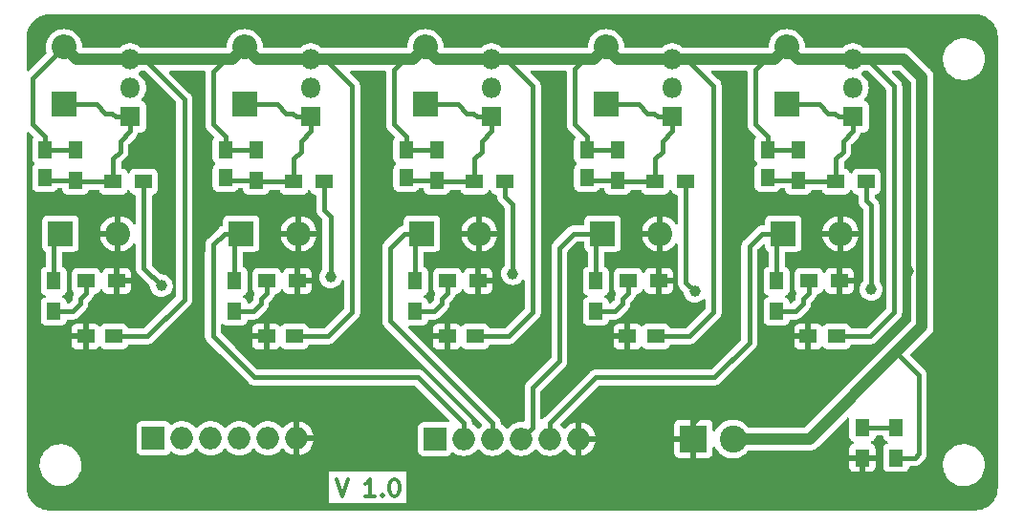
<source format=gtl>
G04 #@! TF.GenerationSoftware,KiCad,Pcbnew,7.0.11-7.0.11~ubuntu22.04.1*
G04 #@! TF.CreationDate,2024-09-19T02:02:40+03:00*
G04 #@! TF.ProjectId,psg14a_power,70736731-3461-45f7-906f-7765722e6b69,rev?*
G04 #@! TF.SameCoordinates,Original*
G04 #@! TF.FileFunction,Copper,L1,Top*
G04 #@! TF.FilePolarity,Positive*
%FSLAX46Y46*%
G04 Gerber Fmt 4.6, Leading zero omitted, Abs format (unit mm)*
G04 Created by KiCad (PCBNEW 7.0.11-7.0.11~ubuntu22.04.1) date 2024-09-19 02:02:40*
%MOMM*%
%LPD*%
G01*
G04 APERTURE LIST*
%ADD10C,0.300000*%
G04 #@! TA.AperFunction,NonConductor*
%ADD11C,0.300000*%
G04 #@! TD*
G04 #@! TA.AperFunction,ComponentPad*
%ADD12O,2.200000X2.200000*%
G04 #@! TD*
G04 #@! TA.AperFunction,ComponentPad*
%ADD13R,2.200000X2.200000*%
G04 #@! TD*
G04 #@! TA.AperFunction,ComponentPad*
%ADD14R,1.998980X1.998980*%
G04 #@! TD*
G04 #@! TA.AperFunction,ComponentPad*
%ADD15O,1.998980X1.998980*%
G04 #@! TD*
G04 #@! TA.AperFunction,ComponentPad*
%ADD16O,1.800000X1.800000*%
G04 #@! TD*
G04 #@! TA.AperFunction,ComponentPad*
%ADD17R,1.800000X1.800000*%
G04 #@! TD*
G04 #@! TA.AperFunction,SMDPad,CuDef*
%ADD18R,1.300000X1.500000*%
G04 #@! TD*
G04 #@! TA.AperFunction,SMDPad,CuDef*
%ADD19R,1.500000X1.300000*%
G04 #@! TD*
G04 #@! TA.AperFunction,SMDPad,CuDef*
%ADD20R,1.250000X1.500000*%
G04 #@! TD*
G04 #@! TA.AperFunction,SMDPad,CuDef*
%ADD21R,1.500000X1.250000*%
G04 #@! TD*
G04 #@! TA.AperFunction,ComponentPad*
%ADD22R,2.400000X2.400000*%
G04 #@! TD*
G04 #@! TA.AperFunction,ComponentPad*
%ADD23C,2.400000*%
G04 #@! TD*
G04 #@! TA.AperFunction,ViaPad*
%ADD24C,1.000000*%
G04 #@! TD*
G04 #@! TA.AperFunction,Conductor*
%ADD25C,0.400000*%
G04 #@! TD*
G04 #@! TA.AperFunction,Conductor*
%ADD26C,1.000000*%
G04 #@! TD*
G04 APERTURE END LIST*
D10*
D11*
X54419858Y-82236328D02*
X54919858Y-83736328D01*
X54919858Y-83736328D02*
X55419858Y-82236328D01*
X57848429Y-83736328D02*
X56991286Y-83736328D01*
X57419857Y-83736328D02*
X57419857Y-82236328D01*
X57419857Y-82236328D02*
X57277000Y-82450614D01*
X57277000Y-82450614D02*
X57134143Y-82593471D01*
X57134143Y-82593471D02*
X56991286Y-82664900D01*
X58491285Y-83593471D02*
X58562714Y-83664900D01*
X58562714Y-83664900D02*
X58491285Y-83736328D01*
X58491285Y-83736328D02*
X58419857Y-83664900D01*
X58419857Y-83664900D02*
X58491285Y-83593471D01*
X58491285Y-83593471D02*
X58491285Y-83736328D01*
X59491286Y-82236328D02*
X59634143Y-82236328D01*
X59634143Y-82236328D02*
X59777000Y-82307757D01*
X59777000Y-82307757D02*
X59848429Y-82379185D01*
X59848429Y-82379185D02*
X59919857Y-82522042D01*
X59919857Y-82522042D02*
X59991286Y-82807757D01*
X59991286Y-82807757D02*
X59991286Y-83164900D01*
X59991286Y-83164900D02*
X59919857Y-83450614D01*
X59919857Y-83450614D02*
X59848429Y-83593471D01*
X59848429Y-83593471D02*
X59777000Y-83664900D01*
X59777000Y-83664900D02*
X59634143Y-83736328D01*
X59634143Y-83736328D02*
X59491286Y-83736328D01*
X59491286Y-83736328D02*
X59348429Y-83664900D01*
X59348429Y-83664900D02*
X59277000Y-83593471D01*
X59277000Y-83593471D02*
X59205571Y-83450614D01*
X59205571Y-83450614D02*
X59134143Y-83164900D01*
X59134143Y-83164900D02*
X59134143Y-82807757D01*
X59134143Y-82807757D02*
X59205571Y-82522042D01*
X59205571Y-82522042D02*
X59277000Y-82379185D01*
X59277000Y-82379185D02*
X59348429Y-82307757D01*
X59348429Y-82307757D02*
X59491286Y-82236328D01*
D12*
X94307280Y-43931840D03*
D13*
X94307280Y-49011840D03*
D12*
X78307280Y-43931840D03*
D13*
X78307280Y-49011840D03*
D12*
X62307280Y-43931840D03*
D13*
X62307280Y-49011840D03*
D12*
X46307280Y-43931840D03*
D13*
X46307280Y-49011840D03*
D12*
X30307280Y-43931840D03*
D13*
X30307280Y-49011840D03*
D14*
X38227000Y-78613000D03*
D15*
X40767000Y-78613000D03*
X43307000Y-78613000D03*
X45847000Y-78613000D03*
X48387000Y-78613000D03*
X50927000Y-78613000D03*
D14*
X63182500Y-78676500D03*
D15*
X65722500Y-78676500D03*
X68262500Y-78676500D03*
X70802500Y-78676500D03*
X73342500Y-78676500D03*
X75882500Y-78676500D03*
D16*
X36159440Y-44998640D03*
X36159440Y-47538640D03*
D17*
X36159440Y-50078640D03*
D16*
X52159440Y-44998640D03*
X52159440Y-47538640D03*
D17*
X52159440Y-50078640D03*
D16*
X68159440Y-44998640D03*
X68159440Y-47538640D03*
D17*
X68159440Y-50078640D03*
D16*
X84159440Y-44998640D03*
X84159440Y-47538640D03*
D17*
X84159440Y-50078640D03*
D16*
X100159440Y-44998640D03*
X100159440Y-47538640D03*
D17*
X100159440Y-50078640D03*
D18*
X47323280Y-55731400D03*
X47323280Y-53031400D03*
X95323280Y-55731400D03*
X95323280Y-53031400D03*
D19*
X101362120Y-55849520D03*
X98662120Y-55849520D03*
X80264360Y-64668400D03*
X82964360Y-64668400D03*
D18*
X79323280Y-55731400D03*
X79323280Y-53031400D03*
D19*
X85362120Y-55849520D03*
X82662120Y-55849520D03*
X64264360Y-64668400D03*
X66964360Y-64668400D03*
D18*
X63323280Y-55731400D03*
X63323280Y-53031400D03*
D19*
X69362120Y-55849520D03*
X66662120Y-55849520D03*
X48264360Y-64668400D03*
X50964360Y-64668400D03*
X53362120Y-55849520D03*
X50662120Y-55849520D03*
X32264360Y-64668400D03*
X34964360Y-64668400D03*
D18*
X31323280Y-55731400D03*
X31323280Y-53031400D03*
D19*
X37362120Y-55849520D03*
X34662120Y-55849520D03*
X96264360Y-64668400D03*
X98964360Y-64668400D03*
D18*
X29408120Y-67369680D03*
X29408120Y-64669680D03*
X93408120Y-67369680D03*
X93408120Y-64669680D03*
X77408120Y-67369680D03*
X77408120Y-64669680D03*
X45408120Y-67369680D03*
X45408120Y-64669680D03*
X61408120Y-67369680D03*
X61408120Y-64669680D03*
D13*
X78007560Y-60457080D03*
D12*
X83087560Y-60457080D03*
D13*
X62007560Y-60457080D03*
D12*
X67087560Y-60457080D03*
D13*
X46007560Y-60457080D03*
D12*
X51087560Y-60457080D03*
D13*
X30007560Y-60457080D03*
D12*
X35087560Y-60457080D03*
D13*
X94007560Y-60457080D03*
D12*
X99087560Y-60457080D03*
D20*
X28610560Y-55499320D03*
X28610560Y-52999320D03*
D21*
X98722120Y-69570600D03*
X96222120Y-69570600D03*
D20*
X92610560Y-55499320D03*
X92610560Y-52999320D03*
D21*
X82722120Y-69570600D03*
X80222120Y-69570600D03*
D20*
X76610560Y-55499320D03*
X76610560Y-52999320D03*
D21*
X66722120Y-69570600D03*
X64222120Y-69570600D03*
D20*
X60610560Y-55499320D03*
X60610560Y-52999320D03*
D21*
X50722120Y-69570600D03*
X48222120Y-69570600D03*
D20*
X44610560Y-55499320D03*
X44610560Y-52999320D03*
D21*
X34722120Y-69570600D03*
X32222120Y-69570600D03*
D18*
X101000000Y-77650000D03*
X101000000Y-80350000D03*
X104000000Y-77650000D03*
X104000000Y-80350000D03*
D22*
X86042500Y-78676500D03*
D23*
X89542500Y-78676500D03*
D24*
X89000000Y-42000000D03*
X109000000Y-72000000D03*
X109000000Y-56000000D03*
X41000000Y-71000000D03*
X82000000Y-83000000D03*
X40000000Y-42000000D03*
X57000000Y-78000000D03*
X104000000Y-42000000D03*
X58000000Y-42000000D03*
X73000000Y-42000000D03*
X109000000Y-64000000D03*
X105092500Y-63754000D03*
X35000000Y-67000000D03*
X34000000Y-74000000D03*
X109000000Y-50000000D03*
X94996000Y-82931000D03*
X101790500Y-65405000D03*
X70040500Y-64008000D03*
X53911500Y-64325500D03*
X38925500Y-65087500D03*
X86169500Y-65595500D03*
D25*
X34964360Y-64668400D02*
X34964360Y-65718400D01*
X32222120Y-68133280D02*
X32222120Y-69570600D01*
X75882500Y-78676500D02*
X77295992Y-78676500D01*
X82964360Y-64668400D02*
X82964360Y-60580280D01*
X86042500Y-77277010D02*
X88008510Y-75311000D01*
X50964360Y-60580280D02*
X51087560Y-60457080D01*
X81738520Y-66944240D02*
X81411160Y-66944240D01*
X81411160Y-66944240D02*
X80222120Y-68133280D01*
X82964360Y-65718400D02*
X81738520Y-66944240D01*
X98964360Y-64668400D02*
X98964360Y-60580280D01*
X99418500Y-80350000D02*
X101000000Y-80350000D01*
X82964360Y-64668400D02*
X82964360Y-65718400D01*
X83883500Y-80645000D02*
X99123500Y-80645000D01*
X50964360Y-65718400D02*
X49738520Y-66944240D01*
X50964360Y-64668400D02*
X50964360Y-60580280D01*
X88008510Y-75311000D02*
X97689000Y-75311000D01*
X82964360Y-60580280D02*
X83087560Y-60457080D01*
X65411160Y-66944240D02*
X64222120Y-68133280D01*
X75692000Y-80518000D02*
X75882500Y-80327500D01*
X50964360Y-64668400D02*
X50964360Y-65718400D01*
X97411160Y-66944240D02*
X96222120Y-68133280D01*
X50927000Y-78613000D02*
X50927000Y-80026492D01*
X66964360Y-60580280D02*
X67087560Y-60457080D01*
X66964360Y-64668400D02*
X66964360Y-65718400D01*
X97738520Y-66944240D02*
X97411160Y-66944240D01*
X99123500Y-80645000D02*
X99418500Y-80350000D01*
X86042500Y-78676500D02*
X86042500Y-77277010D01*
X51418508Y-80518000D02*
X75692000Y-80518000D01*
X49411160Y-66944240D02*
X48222120Y-68133280D01*
X75882500Y-80327500D02*
X75882500Y-78676500D01*
X96222120Y-68133280D02*
X96222120Y-69570600D01*
X83375500Y-78676500D02*
X83375500Y-80137000D01*
X98964360Y-64668400D02*
X98964360Y-65718400D01*
X83375500Y-80137000D02*
X83883500Y-80645000D01*
X49738520Y-66944240D02*
X49411160Y-66944240D01*
X50927000Y-80026492D02*
X51418508Y-80518000D01*
X66964360Y-65718400D02*
X65738520Y-66944240D01*
X98964360Y-65718400D02*
X97738520Y-66944240D01*
X77295992Y-78676500D02*
X83375500Y-78676500D01*
X97689000Y-75311000D02*
X105092500Y-67907500D01*
X98964360Y-60580280D02*
X99087560Y-60457080D01*
X33738520Y-66944240D02*
X33411160Y-66944240D01*
X34964360Y-64668400D02*
X34964360Y-60580280D01*
X34964360Y-60580280D02*
X35087560Y-60457080D01*
X83375500Y-78676500D02*
X84000000Y-78676500D01*
X105092500Y-67907500D02*
X105092500Y-63754000D01*
X33411160Y-66944240D02*
X32222120Y-68133280D01*
X66964360Y-64668400D02*
X66964360Y-60580280D01*
X64222120Y-68133280D02*
X64222120Y-69570600D01*
X84000000Y-78676500D02*
X86042500Y-78676500D01*
X48222120Y-68133280D02*
X48222120Y-69570600D01*
X65738520Y-66944240D02*
X65411160Y-66944240D01*
X80222120Y-68133280D02*
X80222120Y-69570600D01*
X34964360Y-65718400D02*
X33738520Y-66944240D01*
X101362120Y-57547120D02*
X101362120Y-55849520D01*
X101790500Y-57975500D02*
X101362120Y-57547120D01*
X101790500Y-65405000D02*
X101790500Y-57975500D01*
X70040500Y-57848500D02*
X69362120Y-57170120D01*
X69362120Y-57170120D02*
X69362120Y-55849520D01*
X70040500Y-64008000D02*
X70040500Y-57848500D01*
X53911500Y-58928000D02*
X53362120Y-58378620D01*
X53362120Y-58378620D02*
X53362120Y-55849520D01*
X53911500Y-64325500D02*
X53911500Y-58928000D01*
X37362120Y-63524120D02*
X38925500Y-65087500D01*
X37362120Y-55849520D02*
X37362120Y-63524120D01*
X86169500Y-65595500D02*
X85362120Y-64788120D01*
X85362120Y-64788120D02*
X85362120Y-55849520D01*
X77408120Y-61056520D02*
X78007560Y-60457080D01*
X75432920Y-60457080D02*
X78007560Y-60457080D01*
X70802500Y-78676500D02*
X71801989Y-77677011D01*
X74168000Y-71755000D02*
X74168000Y-61722000D01*
X71801989Y-77677011D02*
X71801989Y-74121011D01*
X77408120Y-64669680D02*
X77408120Y-61056520D01*
X74168000Y-61722000D02*
X75432920Y-60457080D01*
X71801989Y-74121011D02*
X74168000Y-71755000D01*
X29408120Y-61056520D02*
X30007560Y-60457080D01*
X29408120Y-64669680D02*
X29408120Y-61056520D01*
X44965000Y-71000000D02*
X43497500Y-69532500D01*
X65722500Y-78676500D02*
X65722500Y-77263008D01*
X43497500Y-62166500D02*
X43561000Y-62103000D01*
X43561000Y-61403640D02*
X44507560Y-60457080D01*
X43497500Y-69532500D02*
X43497500Y-62166500D01*
X65722500Y-77263008D02*
X61674992Y-73215500D01*
X61674992Y-73215500D02*
X47180500Y-73215500D01*
X45408120Y-61056520D02*
X46007560Y-60457080D01*
X45408120Y-64669680D02*
X45408120Y-61056520D01*
X44507560Y-60457080D02*
X46007560Y-60457080D01*
X43561000Y-62103000D02*
X43561000Y-61403640D01*
X47180500Y-73215500D02*
X44965000Y-71000000D01*
X60446920Y-60457080D02*
X62007560Y-60457080D01*
X68262500Y-78676500D02*
X68262500Y-77263008D01*
X61408120Y-64669680D02*
X61408120Y-61056520D01*
X68262500Y-77263008D02*
X59182000Y-68182508D01*
X61408120Y-61056520D02*
X62007560Y-60457080D01*
X59182000Y-68182508D02*
X59182000Y-61722000D01*
X59182000Y-61722000D02*
X60446920Y-60457080D01*
X92133420Y-60457080D02*
X94007560Y-60457080D01*
X93408120Y-64669680D02*
X93408120Y-61056520D01*
X93408120Y-61056520D02*
X94007560Y-60457080D01*
X87884000Y-73215500D02*
X90995500Y-70104000D01*
X73342500Y-77263008D02*
X77390008Y-73215500D01*
X73342500Y-78676500D02*
X73342500Y-77263008D01*
X90995500Y-70104000D02*
X90995500Y-61595000D01*
X90995500Y-61595000D02*
X92133420Y-60457080D01*
X77390008Y-73215500D02*
X87884000Y-73215500D01*
X55817040Y-47383448D02*
X55817040Y-67452240D01*
X87820500Y-47368208D02*
X87820500Y-67437000D01*
X103817040Y-47383448D02*
X103817040Y-67452240D01*
X71817040Y-47383448D02*
X71817040Y-67452240D01*
X40957500Y-65000000D02*
X40957500Y-66311780D01*
X44599860Y-44998640D02*
X43523440Y-46075060D01*
D26*
X94307280Y-43931840D02*
X93240480Y-44998640D01*
X106299000Y-46609000D02*
X104688640Y-44998640D01*
D25*
X91523440Y-45890560D02*
X91523440Y-50762200D01*
X95323280Y-53031400D02*
X92642640Y-53031400D01*
X55817040Y-67452240D02*
X53698680Y-69570600D01*
X75523440Y-45825060D02*
X75523440Y-50762200D01*
X69698680Y-69570600D02*
X66722120Y-69570600D01*
X101698680Y-69570600D02*
X98722120Y-69570600D01*
X76349860Y-44998640D02*
X75523440Y-45825060D01*
X37432232Y-44998640D02*
X40957500Y-48523908D01*
X92415360Y-44998640D02*
X91523440Y-45890560D01*
X27523440Y-46715680D02*
X30307280Y-43931840D01*
D26*
X47374080Y-44998640D02*
X46307280Y-43931840D01*
D25*
X53698680Y-69570600D02*
X50722120Y-69570600D01*
D26*
X79374080Y-44998640D02*
X78307280Y-43931840D01*
D25*
X105650000Y-80350000D02*
X106000000Y-80000000D01*
X53432232Y-44998640D02*
X55817040Y-47383448D01*
X40957500Y-48523908D02*
X40957500Y-65000000D01*
X43523440Y-46075060D02*
X43523440Y-50762200D01*
D26*
X104688640Y-44998640D02*
X100159440Y-44998640D01*
D25*
X27523440Y-50762200D02*
X27523440Y-46715680D01*
X36159440Y-44998640D02*
X37432232Y-44998640D01*
D26*
X68159440Y-44998640D02*
X77240480Y-44998640D01*
D25*
X87817040Y-67452240D02*
X85698680Y-69570600D01*
D26*
X84159440Y-44998640D02*
X93240480Y-44998640D01*
D25*
X68159440Y-44998640D02*
X69432232Y-44998640D01*
X28642640Y-53031400D02*
X28610560Y-52999320D01*
X60642640Y-53031400D02*
X60610560Y-52999320D01*
X31323280Y-53031400D02*
X28642640Y-53031400D01*
D26*
X36159440Y-44998640D02*
X45240480Y-44998640D01*
X52159440Y-44998640D02*
X61240480Y-44998640D01*
D25*
X61240480Y-44998640D02*
X60474860Y-44998640D01*
X43523440Y-50762200D02*
X44610560Y-51849320D01*
D26*
X96329500Y-78676500D02*
X89542500Y-78676500D01*
D25*
X104000000Y-80350000D02*
X105650000Y-80350000D01*
X37698680Y-69570600D02*
X34722120Y-69570600D01*
D26*
X68159440Y-44998640D02*
X63374080Y-44998640D01*
X95374080Y-44998640D02*
X94307280Y-43931840D01*
D25*
X69432232Y-44998640D02*
X71817040Y-47383448D01*
X75523440Y-50762200D02*
X76610560Y-51849320D01*
X40957500Y-66311780D02*
X37698680Y-69570600D01*
X79323280Y-53031400D02*
X76642640Y-53031400D01*
X103817040Y-67452240D02*
X101698680Y-69570600D01*
D26*
X52159440Y-44998640D02*
X47374080Y-44998640D01*
D25*
X47323280Y-53031400D02*
X44642640Y-53031400D01*
X93240480Y-44998640D02*
X92415360Y-44998640D01*
D26*
X45240480Y-44998640D02*
X46307280Y-43931840D01*
D25*
X101432232Y-44998640D02*
X103817040Y-47383448D01*
X59523440Y-50762200D02*
X60610560Y-51849320D01*
X63323280Y-53031400D02*
X60642640Y-53031400D01*
X71817040Y-67452240D02*
X69698680Y-69570600D01*
D26*
X100159440Y-44998640D02*
X95374080Y-44998640D01*
D25*
X92642640Y-53031400D02*
X92610560Y-52999320D01*
D26*
X104000000Y-71006000D02*
X96329500Y-78676500D01*
D25*
X92610560Y-51849320D02*
X92610560Y-52999320D01*
X59523440Y-45950060D02*
X59523440Y-50762200D01*
X44610560Y-51849320D02*
X44610560Y-52999320D01*
X76642640Y-53031400D02*
X76610560Y-52999320D01*
X85432232Y-44998640D02*
X87817040Y-47383448D01*
X60474860Y-44998640D02*
X59523440Y-45950060D01*
X106000000Y-80000000D02*
X106000000Y-73000000D01*
D26*
X104000000Y-71000000D02*
X104000000Y-71006000D01*
D25*
X106000000Y-73000000D02*
X104000000Y-71000000D01*
X77240480Y-44998640D02*
X76349860Y-44998640D01*
X44642640Y-53031400D02*
X44610560Y-52999320D01*
X91523440Y-50762200D02*
X92610560Y-51849320D01*
D26*
X77240480Y-44998640D02*
X78307280Y-43931840D01*
X106299000Y-68701000D02*
X106299000Y-46609000D01*
D25*
X28610560Y-51849320D02*
X27523440Y-50762200D01*
D26*
X36159440Y-44998640D02*
X31374080Y-44998640D01*
D25*
X84159440Y-44998640D02*
X85432232Y-44998640D01*
X28610560Y-52999320D02*
X28610560Y-51849320D01*
D26*
X61240480Y-44998640D02*
X62307280Y-43931840D01*
X63374080Y-44998640D02*
X62307280Y-43931840D01*
X84159440Y-44998640D02*
X79374080Y-44998640D01*
X104000000Y-71000000D02*
X106299000Y-68701000D01*
X31374080Y-44998640D02*
X30307280Y-43931840D01*
D25*
X85698680Y-69570600D02*
X82722120Y-69570600D01*
X52159440Y-44998640D02*
X53432232Y-44998640D01*
X76610560Y-51849320D02*
X76610560Y-52999320D01*
X60610560Y-51849320D02*
X60610560Y-52999320D01*
X45240480Y-44998640D02*
X44599860Y-44998640D01*
X100159440Y-44998640D02*
X101432232Y-44998640D01*
X63755080Y-66654680D02*
X63040080Y-67369680D01*
X64264360Y-65718400D02*
X63755080Y-66227680D01*
X64264360Y-64668400D02*
X64264360Y-65718400D01*
X63755080Y-66227680D02*
X63755080Y-66654680D01*
X63040080Y-67369680D02*
X61408120Y-67369680D01*
X48264360Y-64668400D02*
X48264360Y-65718400D01*
X47755080Y-66654680D02*
X47040080Y-67369680D01*
X47755080Y-66227680D02*
X47755080Y-66654680D01*
X48264360Y-65718400D02*
X47755080Y-66227680D01*
X47040080Y-67369680D02*
X45408120Y-67369680D01*
X32264360Y-64668400D02*
X32264360Y-65718400D01*
X32264360Y-65718400D02*
X31755080Y-66227680D01*
X31755080Y-66654680D02*
X31040080Y-67369680D01*
X31040080Y-67369680D02*
X29408120Y-67369680D01*
X31755080Y-66227680D02*
X31755080Y-66654680D01*
X101000000Y-77650000D02*
X104000000Y-77650000D01*
X95755080Y-66654680D02*
X95040080Y-67369680D01*
X95040080Y-67369680D02*
X93408120Y-67369680D01*
X95755080Y-66227680D02*
X95755080Y-66654680D01*
X96264360Y-65718400D02*
X95755080Y-66227680D01*
X96264360Y-64668400D02*
X96264360Y-65718400D01*
X80264360Y-65718400D02*
X79755080Y-66227680D01*
X79755080Y-66654680D02*
X79040080Y-67369680D01*
X80264360Y-64668400D02*
X80264360Y-65718400D01*
X79755080Y-66227680D02*
X79755080Y-66654680D01*
X79040080Y-67369680D02*
X77408120Y-67369680D01*
X92842640Y-55731400D02*
X92610560Y-55499320D01*
X99290280Y-52247800D02*
X99290280Y-53177920D01*
X98662120Y-55849520D02*
X95441400Y-55849520D01*
X95323280Y-55731400D02*
X92842640Y-55731400D01*
X98662120Y-53806080D02*
X98662120Y-55849520D01*
X95441400Y-55849520D02*
X95323280Y-55731400D01*
X100159440Y-50078640D02*
X98859440Y-50078640D01*
X99290280Y-53177920D02*
X98662120Y-53806080D01*
X98574960Y-49794160D02*
X97985200Y-49794160D01*
X97202880Y-49011840D02*
X94307280Y-49011840D01*
X97985200Y-49794160D02*
X97202880Y-49011840D01*
X98859440Y-50078640D02*
X98574960Y-49794160D01*
X100159440Y-51378640D02*
X99290280Y-52247800D01*
X100159440Y-50078640D02*
X100159440Y-51378640D01*
X76842640Y-55731400D02*
X76610560Y-55499320D01*
X81985200Y-49794160D02*
X81202880Y-49011840D01*
X82662120Y-53806080D02*
X82662120Y-55849520D01*
X82662120Y-55849520D02*
X79441400Y-55849520D01*
X83290280Y-53177920D02*
X82662120Y-53806080D01*
X79441400Y-55849520D02*
X79323280Y-55731400D01*
X84159440Y-51378640D02*
X83290280Y-52247800D01*
X84159440Y-50078640D02*
X82859440Y-50078640D01*
X82859440Y-50078640D02*
X82574960Y-49794160D01*
X82574960Y-49794160D02*
X81985200Y-49794160D01*
X79323280Y-55731400D02*
X76842640Y-55731400D01*
X83290280Y-52247800D02*
X83290280Y-53177920D01*
X84159440Y-50078640D02*
X84159440Y-51378640D01*
X81202880Y-49011840D02*
X78307280Y-49011840D01*
X65985200Y-49794160D02*
X65202880Y-49011840D01*
X65202880Y-49011840D02*
X62307280Y-49011840D01*
X63323280Y-55731400D02*
X60842640Y-55731400D01*
X60842640Y-55731400D02*
X60610560Y-55499320D01*
X68159440Y-50078640D02*
X66859440Y-50078640D01*
X66662120Y-53806080D02*
X66662120Y-55849520D01*
X63441400Y-55849520D02*
X63323280Y-55731400D01*
X68159440Y-50078640D02*
X68159440Y-51378640D01*
X67290280Y-52247800D02*
X67290280Y-53177920D01*
X66859440Y-50078640D02*
X66574960Y-49794160D01*
X68159440Y-51378640D02*
X67290280Y-52247800D01*
X66662120Y-55849520D02*
X63441400Y-55849520D01*
X66574960Y-49794160D02*
X65985200Y-49794160D01*
X67290280Y-53177920D02*
X66662120Y-53806080D01*
X44842640Y-55731400D02*
X44610560Y-55499320D01*
X49985200Y-49794160D02*
X49202880Y-49011840D01*
X50574960Y-49794160D02*
X49985200Y-49794160D01*
X50662120Y-53806080D02*
X50662120Y-55849520D01*
X51290280Y-52247800D02*
X51290280Y-53177920D01*
X47323280Y-55731400D02*
X44842640Y-55731400D01*
X50859440Y-50078640D02*
X50574960Y-49794160D01*
X51290280Y-53177920D02*
X50662120Y-53806080D01*
X49202880Y-49011840D02*
X46307280Y-49011840D01*
X50662120Y-55849520D02*
X47441400Y-55849520D01*
X47441400Y-55849520D02*
X47323280Y-55731400D01*
X52159440Y-50078640D02*
X50859440Y-50078640D01*
X52159440Y-50078640D02*
X52159440Y-51378640D01*
X52159440Y-51378640D02*
X51290280Y-52247800D01*
X31441400Y-55849520D02*
X31323280Y-55731400D01*
X34662120Y-53806080D02*
X34662120Y-55849520D01*
X31323280Y-55731400D02*
X28842640Y-55731400D01*
X33985200Y-49794160D02*
X33202880Y-49011840D01*
X34859440Y-50078640D02*
X34574960Y-49794160D01*
X35290280Y-53177920D02*
X34662120Y-53806080D01*
X33202880Y-49011840D02*
X30307280Y-49011840D01*
X36159440Y-51378640D02*
X35290280Y-52247800D01*
X36159440Y-50078640D02*
X34859440Y-50078640D01*
X28842640Y-55731400D02*
X28610560Y-55499320D01*
X34662120Y-55849520D02*
X31441400Y-55849520D01*
X36159440Y-50078640D02*
X36159440Y-51378640D01*
X35290280Y-52247800D02*
X35290280Y-53177920D01*
X34574960Y-49794160D02*
X33985200Y-49794160D01*
G04 #@! TA.AperFunction,Conductor*
G36*
X111004487Y-41000321D02*
G01*
X111062731Y-41004486D01*
X111275648Y-41019714D01*
X111293435Y-41022272D01*
X111554657Y-41079098D01*
X111571896Y-41084158D01*
X111822392Y-41177589D01*
X111838738Y-41185054D01*
X112073374Y-41313175D01*
X112088498Y-41322895D01*
X112302509Y-41483102D01*
X112316095Y-41494875D01*
X112505124Y-41683904D01*
X112516897Y-41697490D01*
X112677104Y-41911501D01*
X112686824Y-41926625D01*
X112814945Y-42161261D01*
X112822413Y-42177613D01*
X112915838Y-42428095D01*
X112920902Y-42445345D01*
X112977726Y-42706560D01*
X112980285Y-42724354D01*
X112999679Y-42995511D01*
X113000000Y-43004500D01*
X113000000Y-82995499D01*
X112999679Y-83004488D01*
X112980285Y-83275645D01*
X112977726Y-83293439D01*
X112920902Y-83554654D01*
X112915838Y-83571904D01*
X112822413Y-83822386D01*
X112814945Y-83838738D01*
X112686824Y-84073374D01*
X112677104Y-84088498D01*
X112516897Y-84302509D01*
X112505124Y-84316095D01*
X112316095Y-84505124D01*
X112302509Y-84516897D01*
X112088498Y-84677104D01*
X112073374Y-84686824D01*
X111838738Y-84814945D01*
X111822386Y-84822413D01*
X111571904Y-84915838D01*
X111554654Y-84920902D01*
X111293439Y-84977726D01*
X111275645Y-84980285D01*
X111004488Y-84999679D01*
X110995499Y-85000000D01*
X29004501Y-85000000D01*
X28995512Y-84999679D01*
X28724354Y-84980285D01*
X28706560Y-84977726D01*
X28445345Y-84920902D01*
X28428095Y-84915838D01*
X28177613Y-84822413D01*
X28161261Y-84814945D01*
X27926625Y-84686824D01*
X27911501Y-84677104D01*
X27697490Y-84516897D01*
X27683904Y-84505124D01*
X27494875Y-84316095D01*
X27483102Y-84302509D01*
X27322895Y-84088498D01*
X27313175Y-84073374D01*
X27185054Y-83838738D01*
X27177589Y-83822392D01*
X27084158Y-83571896D01*
X27079097Y-83554654D01*
X27022273Y-83293439D01*
X27019714Y-83275644D01*
X27000321Y-83004487D01*
X27000000Y-82995499D01*
X27000000Y-81067765D01*
X28145788Y-81067765D01*
X28175412Y-81337014D01*
X28243928Y-81599090D01*
X28349869Y-81848389D01*
X28349870Y-81848390D01*
X28490982Y-82079610D01*
X28664255Y-82287820D01*
X28865998Y-82468582D01*
X29091910Y-82618044D01*
X29337176Y-82733020D01*
X29596569Y-82811060D01*
X29596572Y-82811060D01*
X29596574Y-82811061D01*
X29864557Y-82850500D01*
X29864561Y-82850500D01*
X30067631Y-82850500D01*
X30270156Y-82835677D01*
X30270160Y-82835676D01*
X30270161Y-82835676D01*
X30380665Y-82811060D01*
X30534553Y-82776780D01*
X30787558Y-82680014D01*
X31023777Y-82547441D01*
X31238177Y-82381888D01*
X31426186Y-82186881D01*
X31583799Y-81966579D01*
X31707656Y-81725675D01*
X31759900Y-81572537D01*
X53759220Y-81572537D01*
X53759220Y-84400119D01*
X60650096Y-84400119D01*
X60650096Y-81572537D01*
X53759220Y-81572537D01*
X31759900Y-81572537D01*
X31795118Y-81469305D01*
X31843161Y-81209204D01*
X31844318Y-81202941D01*
X31844319Y-81202930D01*
X31846303Y-81148638D01*
X31854212Y-80932235D01*
X31839338Y-80797058D01*
X31824587Y-80662985D01*
X31809166Y-80604000D01*
X99842000Y-80604000D01*
X99842000Y-81148597D01*
X99848505Y-81209093D01*
X99899555Y-81345964D01*
X99899555Y-81345965D01*
X99987095Y-81462904D01*
X100104034Y-81550444D01*
X100240906Y-81601494D01*
X100301402Y-81607999D01*
X100301415Y-81608000D01*
X100746000Y-81608000D01*
X100746000Y-80604000D01*
X101254000Y-80604000D01*
X101254000Y-81608000D01*
X101698585Y-81608000D01*
X101698597Y-81607999D01*
X101759093Y-81601494D01*
X101895964Y-81550444D01*
X101895965Y-81550444D01*
X102012904Y-81462904D01*
X102100444Y-81345965D01*
X102100444Y-81345964D01*
X102151494Y-81209093D01*
X102157999Y-81148597D01*
X102158000Y-81148585D01*
X102158000Y-80604000D01*
X101254000Y-80604000D01*
X100746000Y-80604000D01*
X99842000Y-80604000D01*
X31809166Y-80604000D01*
X31790000Y-80530689D01*
X31756072Y-80400912D01*
X31733091Y-80346834D01*
X31650130Y-80151610D01*
X31635037Y-80126879D01*
X31509018Y-79920390D01*
X31335745Y-79712180D01*
X31335741Y-79712177D01*
X31335740Y-79712175D01*
X31278780Y-79661139D01*
X36719010Y-79661139D01*
X36725519Y-79721686D01*
X36725521Y-79721694D01*
X36776620Y-79858692D01*
X36776622Y-79858697D01*
X36864248Y-79975751D01*
X36981302Y-80063377D01*
X36981304Y-80063378D01*
X36981306Y-80063379D01*
X37040385Y-80085414D01*
X37118305Y-80114478D01*
X37118313Y-80114480D01*
X37178860Y-80120989D01*
X37178865Y-80120989D01*
X37178872Y-80120990D01*
X37178878Y-80120990D01*
X39275122Y-80120990D01*
X39275128Y-80120990D01*
X39275135Y-80120989D01*
X39275139Y-80120989D01*
X39335686Y-80114480D01*
X39335689Y-80114479D01*
X39335691Y-80114479D01*
X39472694Y-80063379D01*
X39512719Y-80033417D01*
X39589751Y-79975751D01*
X39682780Y-79851480D01*
X39684985Y-79853131D01*
X39725106Y-79812995D01*
X39794477Y-79797889D01*
X39861002Y-79822686D01*
X39867330Y-79827747D01*
X39877885Y-79836762D01*
X40080270Y-79960784D01*
X40299565Y-80051618D01*
X40530369Y-80107030D01*
X40767000Y-80125653D01*
X41003631Y-80107030D01*
X41234435Y-80051618D01*
X41453730Y-79960784D01*
X41656115Y-79836762D01*
X41836607Y-79682607D01*
X41941189Y-79560156D01*
X42000639Y-79521348D01*
X42071634Y-79520840D01*
X42131633Y-79558796D01*
X42132783Y-79560125D01*
X42153136Y-79583955D01*
X42237392Y-79682607D01*
X42417881Y-79836759D01*
X42417885Y-79836762D01*
X42620270Y-79960784D01*
X42839565Y-80051618D01*
X43070369Y-80107030D01*
X43307000Y-80125653D01*
X43543631Y-80107030D01*
X43774435Y-80051618D01*
X43993730Y-79960784D01*
X44196115Y-79836762D01*
X44376607Y-79682607D01*
X44481189Y-79560156D01*
X44540639Y-79521348D01*
X44611634Y-79520840D01*
X44671633Y-79558796D01*
X44672783Y-79560125D01*
X44693136Y-79583955D01*
X44777392Y-79682607D01*
X44957881Y-79836759D01*
X44957885Y-79836762D01*
X45160270Y-79960784D01*
X45379565Y-80051618D01*
X45610369Y-80107030D01*
X45847000Y-80125653D01*
X46083631Y-80107030D01*
X46314435Y-80051618D01*
X46533730Y-79960784D01*
X46736115Y-79836762D01*
X46916607Y-79682607D01*
X47021189Y-79560156D01*
X47080639Y-79521348D01*
X47151634Y-79520840D01*
X47211633Y-79558796D01*
X47212783Y-79560125D01*
X47233136Y-79583955D01*
X47317392Y-79682607D01*
X47497881Y-79836759D01*
X47497885Y-79836762D01*
X47700270Y-79960784D01*
X47919565Y-80051618D01*
X48150369Y-80107030D01*
X48387000Y-80125653D01*
X48623631Y-80107030D01*
X48854435Y-80051618D01*
X49073730Y-79960784D01*
X49276115Y-79836762D01*
X49456607Y-79682607D01*
X49561518Y-79559771D01*
X49620968Y-79520963D01*
X49691963Y-79520455D01*
X49751962Y-79558411D01*
X49753140Y-79559772D01*
X49857747Y-79682252D01*
X50038176Y-79836353D01*
X50038183Y-79836358D01*
X50240496Y-79960334D01*
X50459721Y-80051141D01*
X50673000Y-80102344D01*
X50673000Y-79100659D01*
X50706366Y-79120950D01*
X50851591Y-79161640D01*
X50964528Y-79161640D01*
X51076413Y-79146262D01*
X51181000Y-79100833D01*
X51181000Y-80102343D01*
X51394278Y-80051141D01*
X51613503Y-79960334D01*
X51815816Y-79836358D01*
X51815823Y-79836353D01*
X51996252Y-79682252D01*
X52150353Y-79501823D01*
X52150358Y-79501816D01*
X52274334Y-79299503D01*
X52365141Y-79080278D01*
X52416344Y-78867000D01*
X51418987Y-78867000D01*
X51469215Y-78725674D01*
X51479507Y-78575207D01*
X51448822Y-78427544D01*
X51413305Y-78359000D01*
X52416344Y-78359000D01*
X52365141Y-78145721D01*
X52274334Y-77926496D01*
X52150358Y-77724183D01*
X52150353Y-77724176D01*
X51996252Y-77543747D01*
X51815823Y-77389646D01*
X51815816Y-77389641D01*
X51613503Y-77265665D01*
X51394275Y-77174857D01*
X51394276Y-77174857D01*
X51181000Y-77123653D01*
X51181000Y-78125340D01*
X51147634Y-78105050D01*
X51002409Y-78064360D01*
X50889472Y-78064360D01*
X50777587Y-78079738D01*
X50673000Y-78125166D01*
X50673000Y-77123653D01*
X50459724Y-77174857D01*
X50240496Y-77265665D01*
X50038183Y-77389641D01*
X50038176Y-77389646D01*
X49857750Y-77543745D01*
X49753140Y-77666228D01*
X49693689Y-77705037D01*
X49622695Y-77705543D01*
X49562696Y-77667587D01*
X49561518Y-77666228D01*
X49456607Y-77543393D01*
X49456605Y-77543391D01*
X49456604Y-77543390D01*
X49276118Y-77389240D01*
X49276116Y-77389239D01*
X49276115Y-77389238D01*
X49073730Y-77265216D01*
X49071961Y-77264483D01*
X48854433Y-77174381D01*
X48696548Y-77136476D01*
X48623631Y-77118970D01*
X48623632Y-77118970D01*
X48387000Y-77100347D01*
X48150368Y-77118970D01*
X47919566Y-77174381D01*
X47700271Y-77265215D01*
X47497883Y-77389239D01*
X47497881Y-77389240D01*
X47317392Y-77543392D01*
X47212811Y-77665842D01*
X47153361Y-77704652D01*
X47082366Y-77705158D01*
X47022367Y-77667202D01*
X47021189Y-77665842D01*
X46916607Y-77543392D01*
X46736118Y-77389240D01*
X46736116Y-77389239D01*
X46736115Y-77389238D01*
X46533730Y-77265216D01*
X46531961Y-77264483D01*
X46314433Y-77174381D01*
X46156548Y-77136476D01*
X46083631Y-77118970D01*
X46083632Y-77118970D01*
X45847000Y-77100347D01*
X45610368Y-77118970D01*
X45379566Y-77174381D01*
X45160271Y-77265215D01*
X44957883Y-77389239D01*
X44957881Y-77389240D01*
X44777392Y-77543392D01*
X44672811Y-77665842D01*
X44613361Y-77704652D01*
X44542366Y-77705158D01*
X44482367Y-77667202D01*
X44481189Y-77665842D01*
X44376607Y-77543392D01*
X44196118Y-77389240D01*
X44196116Y-77389239D01*
X44196115Y-77389238D01*
X43993730Y-77265216D01*
X43991961Y-77264483D01*
X43774433Y-77174381D01*
X43616548Y-77136476D01*
X43543631Y-77118970D01*
X43543632Y-77118970D01*
X43307000Y-77100347D01*
X43070368Y-77118970D01*
X42839566Y-77174381D01*
X42620271Y-77265215D01*
X42417883Y-77389239D01*
X42417881Y-77389240D01*
X42237392Y-77543392D01*
X42132811Y-77665842D01*
X42073361Y-77704652D01*
X42002366Y-77705158D01*
X41942367Y-77667202D01*
X41941189Y-77665842D01*
X41836607Y-77543392D01*
X41656118Y-77389240D01*
X41656116Y-77389239D01*
X41656115Y-77389238D01*
X41453730Y-77265216D01*
X41451961Y-77264483D01*
X41234433Y-77174381D01*
X41076548Y-77136476D01*
X41003631Y-77118970D01*
X41003632Y-77118970D01*
X40767000Y-77100347D01*
X40530368Y-77118970D01*
X40299566Y-77174381D01*
X40080271Y-77265215D01*
X39877883Y-77389239D01*
X39877882Y-77389239D01*
X39867342Y-77398242D01*
X39802552Y-77427272D01*
X39732352Y-77416665D01*
X39683661Y-77373859D01*
X39682780Y-77374520D01*
X39679637Y-77370322D01*
X39679031Y-77369789D01*
X39678268Y-77368493D01*
X39589751Y-77250248D01*
X39472697Y-77162622D01*
X39472692Y-77162620D01*
X39335694Y-77111521D01*
X39335686Y-77111519D01*
X39275139Y-77105010D01*
X39275128Y-77105010D01*
X37178872Y-77105010D01*
X37178860Y-77105010D01*
X37118313Y-77111519D01*
X37118305Y-77111521D01*
X36981307Y-77162620D01*
X36981302Y-77162622D01*
X36864248Y-77250248D01*
X36776622Y-77367302D01*
X36776620Y-77367307D01*
X36725521Y-77504305D01*
X36725519Y-77504313D01*
X36719010Y-77564860D01*
X36719010Y-79661139D01*
X31278780Y-79661139D01*
X31134012Y-79531427D01*
X31134002Y-79531418D01*
X30908090Y-79381956D01*
X30662824Y-79266980D01*
X30442184Y-79200599D01*
X30403425Y-79188938D01*
X30135442Y-79149500D01*
X30135439Y-79149500D01*
X29932369Y-79149500D01*
X29729839Y-79164323D01*
X29729838Y-79164323D01*
X29465456Y-79223217D01*
X29465441Y-79223222D01*
X29212441Y-79319986D01*
X28976229Y-79452555D01*
X28976225Y-79452557D01*
X28848283Y-79551350D01*
X28792537Y-79594396D01*
X28761818Y-79618116D01*
X28573815Y-79813117D01*
X28573810Y-79813123D01*
X28416203Y-80033417D01*
X28416196Y-80033427D01*
X28292343Y-80274324D01*
X28292342Y-80274327D01*
X28204883Y-80530689D01*
X28204880Y-80530702D01*
X28155681Y-80797058D01*
X28155680Y-80797069D01*
X28145788Y-81067765D01*
X27000000Y-81067765D01*
X27000000Y-69824600D01*
X30964120Y-69824600D01*
X30964120Y-70244197D01*
X30970625Y-70304693D01*
X31021675Y-70441564D01*
X31021675Y-70441565D01*
X31109215Y-70558504D01*
X31226154Y-70646044D01*
X31363026Y-70697094D01*
X31423522Y-70703599D01*
X31423535Y-70703600D01*
X31968120Y-70703600D01*
X31968120Y-69824600D01*
X30964120Y-69824600D01*
X27000000Y-69824600D01*
X27000000Y-69316600D01*
X30964120Y-69316600D01*
X31968120Y-69316600D01*
X31968120Y-68437600D01*
X31423522Y-68437600D01*
X31363026Y-68444105D01*
X31226155Y-68495155D01*
X31226154Y-68495155D01*
X31109215Y-68582695D01*
X31021675Y-68699634D01*
X31021675Y-68699635D01*
X30970625Y-68836506D01*
X30964120Y-68897002D01*
X30964120Y-69316600D01*
X27000000Y-69316600D01*
X27000000Y-68168329D01*
X28249620Y-68168329D01*
X28256129Y-68228876D01*
X28256131Y-68228884D01*
X28307230Y-68365882D01*
X28307232Y-68365887D01*
X28394858Y-68482941D01*
X28511912Y-68570567D01*
X28511914Y-68570568D01*
X28511916Y-68570569D01*
X28544427Y-68582695D01*
X28648915Y-68621668D01*
X28648923Y-68621670D01*
X28709470Y-68628179D01*
X28709475Y-68628179D01*
X28709482Y-68628180D01*
X28709488Y-68628180D01*
X30106752Y-68628180D01*
X30106758Y-68628180D01*
X30106765Y-68628179D01*
X30106769Y-68628179D01*
X30167316Y-68621670D01*
X30167319Y-68621669D01*
X30167321Y-68621669D01*
X30304324Y-68570569D01*
X30355852Y-68531996D01*
X30421381Y-68482941D01*
X30509007Y-68365887D01*
X30509007Y-68365886D01*
X30509009Y-68365884D01*
X30560109Y-68228881D01*
X30560462Y-68225600D01*
X30564213Y-68190712D01*
X30591382Y-68125119D01*
X30649700Y-68084628D01*
X30689491Y-68078180D01*
X31014862Y-68078180D01*
X31022470Y-68078410D01*
X31083173Y-68082082D01*
X31143031Y-68071112D01*
X31150478Y-68069979D01*
X31210881Y-68062645D01*
X31220410Y-68059030D01*
X31242384Y-68052906D01*
X31252409Y-68051069D01*
X31307877Y-68026103D01*
X31314882Y-68023202D01*
X31371755Y-68001634D01*
X31380146Y-67995841D01*
X31400002Y-67984641D01*
X31409306Y-67980455D01*
X31457220Y-67942915D01*
X31463275Y-67938460D01*
X31513353Y-67903895D01*
X31553707Y-67858343D01*
X31558892Y-67852836D01*
X32238236Y-67173492D01*
X32243743Y-67168307D01*
X32289295Y-67127953D01*
X32323840Y-67077906D01*
X32328351Y-67071774D01*
X32365855Y-67023905D01*
X32370035Y-67014615D01*
X32381239Y-66994749D01*
X32387034Y-66986355D01*
X32408597Y-66929493D01*
X32411503Y-66922478D01*
X32436469Y-66867009D01*
X32438307Y-66856973D01*
X32444427Y-66835020D01*
X32448045Y-66825481D01*
X32455379Y-66765076D01*
X32456512Y-66757630D01*
X32467482Y-66697772D01*
X32463810Y-66637063D01*
X32463580Y-66629456D01*
X32463580Y-66573340D01*
X32483582Y-66505219D01*
X32500480Y-66484249D01*
X32747524Y-66237204D01*
X32753032Y-66232019D01*
X32798575Y-66191673D01*
X32821470Y-66158504D01*
X32833120Y-66141626D01*
X32837631Y-66135494D01*
X32875135Y-66087625D01*
X32879315Y-66078335D01*
X32890519Y-66058469D01*
X32896314Y-66050075D01*
X32917877Y-65993213D01*
X32920783Y-65986198D01*
X32945749Y-65930729D01*
X32945880Y-65930010D01*
X32946121Y-65929532D01*
X32948015Y-65923456D01*
X32949024Y-65923770D01*
X32977827Y-65866611D01*
X33038981Y-65830546D01*
X33059659Y-65827414D01*
X33059643Y-65827261D01*
X33123556Y-65820390D01*
X33123559Y-65820389D01*
X33123561Y-65820389D01*
X33260564Y-65769289D01*
X33261159Y-65768844D01*
X33377621Y-65681661D01*
X33465247Y-65564607D01*
X33465247Y-65564606D01*
X33465249Y-65564604D01*
X33496572Y-65480622D01*
X33539116Y-65423790D01*
X33605637Y-65398979D01*
X33675011Y-65414070D01*
X33725213Y-65464272D01*
X33732681Y-65480625D01*
X33763913Y-65564360D01*
X33763915Y-65564365D01*
X33851455Y-65681304D01*
X33968394Y-65768844D01*
X34105266Y-65819894D01*
X34165762Y-65826399D01*
X34165775Y-65826400D01*
X34710360Y-65826400D01*
X34710360Y-64922400D01*
X35218360Y-64922400D01*
X35218360Y-65826400D01*
X35762945Y-65826400D01*
X35762957Y-65826399D01*
X35823453Y-65819894D01*
X35960324Y-65768844D01*
X35960325Y-65768844D01*
X36077264Y-65681304D01*
X36164804Y-65564365D01*
X36164804Y-65564364D01*
X36215854Y-65427493D01*
X36222359Y-65366997D01*
X36222360Y-65366985D01*
X36222360Y-64922400D01*
X35218360Y-64922400D01*
X34710360Y-64922400D01*
X34710360Y-63510400D01*
X35218360Y-63510400D01*
X35218360Y-64414400D01*
X36222360Y-64414400D01*
X36222360Y-63969814D01*
X36222359Y-63969802D01*
X36215854Y-63909306D01*
X36164804Y-63772435D01*
X36164804Y-63772434D01*
X36077264Y-63655495D01*
X35960325Y-63567955D01*
X35823453Y-63516905D01*
X35762957Y-63510400D01*
X35218360Y-63510400D01*
X34710360Y-63510400D01*
X34165762Y-63510400D01*
X34105266Y-63516905D01*
X33968395Y-63567955D01*
X33968394Y-63567955D01*
X33851455Y-63655495D01*
X33763915Y-63772434D01*
X33763914Y-63772437D01*
X33732681Y-63856175D01*
X33690134Y-63913010D01*
X33623614Y-63937820D01*
X33554240Y-63922728D01*
X33504038Y-63872525D01*
X33496576Y-63856186D01*
X33465249Y-63772196D01*
X33465247Y-63772194D01*
X33465247Y-63772192D01*
X33377621Y-63655138D01*
X33260567Y-63567512D01*
X33260562Y-63567510D01*
X33123564Y-63516411D01*
X33123556Y-63516409D01*
X33063009Y-63509900D01*
X33062998Y-63509900D01*
X31465722Y-63509900D01*
X31465710Y-63509900D01*
X31405163Y-63516409D01*
X31405155Y-63516411D01*
X31268157Y-63567510D01*
X31268152Y-63567512D01*
X31151098Y-63655138D01*
X31063472Y-63772192D01*
X31063470Y-63772197D01*
X31012371Y-63909195D01*
X31012369Y-63909203D01*
X31005860Y-63969750D01*
X31005860Y-65367049D01*
X31012369Y-65427596D01*
X31012371Y-65427604D01*
X31063470Y-65564602D01*
X31063472Y-65564607D01*
X31156499Y-65688875D01*
X31153825Y-65690876D01*
X31180046Y-65738895D01*
X31174981Y-65809710D01*
X31156112Y-65843382D01*
X31144307Y-65858449D01*
X31144302Y-65858459D01*
X31140115Y-65867760D01*
X31128926Y-65887601D01*
X31123125Y-65896006D01*
X31101562Y-65952863D01*
X31098650Y-65959891D01*
X31073693Y-66015345D01*
X31073689Y-66015358D01*
X31071850Y-66025391D01*
X31065731Y-66047341D01*
X31062114Y-66056879D01*
X31054785Y-66117234D01*
X31053641Y-66124751D01*
X31045572Y-66168791D01*
X31042678Y-66184587D01*
X31045546Y-66232002D01*
X31046350Y-66245288D01*
X31046580Y-66252896D01*
X31046580Y-66309020D01*
X31026578Y-66377141D01*
X31009675Y-66398115D01*
X30783515Y-66624275D01*
X30721203Y-66658301D01*
X30694420Y-66661180D01*
X30689491Y-66661180D01*
X30621370Y-66641178D01*
X30574877Y-66587522D01*
X30564213Y-66548648D01*
X30560110Y-66510483D01*
X30560108Y-66510475D01*
X30518199Y-66398115D01*
X30509009Y-66373476D01*
X30509008Y-66373474D01*
X30509007Y-66373472D01*
X30421381Y-66256418D01*
X30304327Y-66168792D01*
X30304323Y-66168790D01*
X30221061Y-66137735D01*
X30164225Y-66095189D01*
X30139415Y-66028668D01*
X30154507Y-65959294D01*
X30204709Y-65909092D01*
X30221061Y-65901625D01*
X30258660Y-65887601D01*
X30304324Y-65870569D01*
X30308077Y-65867760D01*
X30421381Y-65782941D01*
X30509007Y-65665887D01*
X30509007Y-65665886D01*
X30509009Y-65665884D01*
X30560109Y-65528881D01*
X30566620Y-65468318D01*
X30566620Y-63871042D01*
X30566619Y-63871030D01*
X30560110Y-63810483D01*
X30560108Y-63810475D01*
X30520563Y-63704453D01*
X30509009Y-63673476D01*
X30509008Y-63673474D01*
X30509007Y-63673472D01*
X30421381Y-63556418D01*
X30304327Y-63468792D01*
X30304322Y-63468790D01*
X30198587Y-63429352D01*
X30141751Y-63386805D01*
X30116941Y-63320285D01*
X30116620Y-63311297D01*
X30116620Y-62191580D01*
X30136622Y-62123459D01*
X30190278Y-62076966D01*
X30242620Y-62065580D01*
X31156192Y-62065580D01*
X31156198Y-62065580D01*
X31156205Y-62065579D01*
X31156209Y-62065579D01*
X31216756Y-62059070D01*
X31216759Y-62059069D01*
X31216761Y-62059069D01*
X31224845Y-62056054D01*
X31241641Y-62049789D01*
X31353764Y-62007969D01*
X31397186Y-61975464D01*
X31470821Y-61920341D01*
X31558447Y-61803287D01*
X31558447Y-61803286D01*
X31558449Y-61803284D01*
X31609549Y-61666281D01*
X31610748Y-61655135D01*
X31616059Y-61605729D01*
X31616060Y-61605712D01*
X31616060Y-59308447D01*
X31616059Y-59308430D01*
X31609550Y-59247883D01*
X31609548Y-59247875D01*
X31558449Y-59110877D01*
X31558447Y-59110872D01*
X31470821Y-58993818D01*
X31353767Y-58906192D01*
X31353762Y-58906190D01*
X31216764Y-58855091D01*
X31216756Y-58855089D01*
X31156209Y-58848580D01*
X31156198Y-58848580D01*
X28858922Y-58848580D01*
X28858910Y-58848580D01*
X28798363Y-58855089D01*
X28798355Y-58855091D01*
X28661357Y-58906190D01*
X28661352Y-58906192D01*
X28544298Y-58993818D01*
X28456672Y-59110872D01*
X28456670Y-59110877D01*
X28405571Y-59247875D01*
X28405569Y-59247883D01*
X28399060Y-59308430D01*
X28399060Y-61605729D01*
X28405569Y-61666276D01*
X28405571Y-61666284D01*
X28456670Y-61803282D01*
X28456672Y-61803287D01*
X28528100Y-61898702D01*
X28544299Y-61920341D01*
X28649130Y-61998816D01*
X28691675Y-62055650D01*
X28699620Y-62099683D01*
X28699620Y-63311297D01*
X28679618Y-63379418D01*
X28625962Y-63425911D01*
X28617653Y-63429352D01*
X28511917Y-63468790D01*
X28511912Y-63468792D01*
X28394858Y-63556418D01*
X28307232Y-63673472D01*
X28307230Y-63673477D01*
X28256131Y-63810475D01*
X28256129Y-63810483D01*
X28249620Y-63871030D01*
X28249620Y-65468329D01*
X28256129Y-65528876D01*
X28256131Y-65528884D01*
X28307230Y-65665882D01*
X28307232Y-65665887D01*
X28394858Y-65782941D01*
X28511912Y-65870567D01*
X28511914Y-65870568D01*
X28511916Y-65870569D01*
X28545138Y-65882960D01*
X28595178Y-65901625D01*
X28652014Y-65944172D01*
X28676824Y-66010692D01*
X28661732Y-66080066D01*
X28611530Y-66130268D01*
X28595178Y-66137735D01*
X28511917Y-66168790D01*
X28511912Y-66168792D01*
X28394858Y-66256418D01*
X28307232Y-66373472D01*
X28307230Y-66373477D01*
X28256131Y-66510475D01*
X28256129Y-66510483D01*
X28249620Y-66571030D01*
X28249620Y-68168329D01*
X27000000Y-68168329D01*
X27000000Y-51544920D01*
X27020002Y-51476799D01*
X27073658Y-51430306D01*
X27143932Y-51420202D01*
X27208512Y-51449696D01*
X27215095Y-51455825D01*
X27554956Y-51795686D01*
X27588982Y-51857998D01*
X27583917Y-51928813D01*
X27566730Y-51960289D01*
X27534672Y-52003113D01*
X27534670Y-52003117D01*
X27483571Y-52140115D01*
X27483569Y-52140123D01*
X27477060Y-52200670D01*
X27477060Y-53797969D01*
X27483569Y-53858516D01*
X27483571Y-53858524D01*
X27534670Y-53995522D01*
X27534672Y-53995527D01*
X27622297Y-54112579D01*
X27622298Y-54112579D01*
X27622299Y-54112581D01*
X27665153Y-54144661D01*
X27670217Y-54148452D01*
X27712763Y-54205288D01*
X27717827Y-54276104D01*
X27683802Y-54338416D01*
X27670217Y-54350188D01*
X27622297Y-54386060D01*
X27534672Y-54503112D01*
X27534670Y-54503117D01*
X27483571Y-54640115D01*
X27483569Y-54640123D01*
X27477060Y-54700670D01*
X27477060Y-56297969D01*
X27483569Y-56358516D01*
X27483571Y-56358524D01*
X27534670Y-56495522D01*
X27534672Y-56495527D01*
X27622298Y-56612581D01*
X27739352Y-56700207D01*
X27739354Y-56700208D01*
X27739356Y-56700209D01*
X27798435Y-56722244D01*
X27876355Y-56751308D01*
X27876363Y-56751310D01*
X27936910Y-56757819D01*
X27936915Y-56757819D01*
X27936922Y-56757820D01*
X27936928Y-56757820D01*
X29284192Y-56757820D01*
X29284198Y-56757820D01*
X29284205Y-56757819D01*
X29284209Y-56757819D01*
X29344756Y-56751310D01*
X29344759Y-56751309D01*
X29344761Y-56751309D01*
X29359738Y-56745723D01*
X29363605Y-56744280D01*
X29481764Y-56700209D01*
X29573311Y-56631678D01*
X29598821Y-56612581D01*
X29690292Y-56490391D01*
X29747128Y-56447844D01*
X29791160Y-56439900D01*
X30041909Y-56439900D01*
X30110030Y-56459902D01*
X30156523Y-56513558D01*
X30167187Y-56552432D01*
X30171289Y-56590596D01*
X30171291Y-56590604D01*
X30222390Y-56727602D01*
X30222392Y-56727607D01*
X30310018Y-56844661D01*
X30427072Y-56932287D01*
X30427074Y-56932288D01*
X30427076Y-56932289D01*
X30475652Y-56950407D01*
X30564075Y-56983388D01*
X30564083Y-56983390D01*
X30624630Y-56989899D01*
X30624635Y-56989899D01*
X30624642Y-56989900D01*
X30624648Y-56989900D01*
X32021912Y-56989900D01*
X32021918Y-56989900D01*
X32021925Y-56989899D01*
X32021929Y-56989899D01*
X32082476Y-56983390D01*
X32082479Y-56983389D01*
X32082481Y-56983389D01*
X32219484Y-56932289D01*
X32336541Y-56844661D01*
X32406424Y-56751309D01*
X32424167Y-56727607D01*
X32424169Y-56727603D01*
X32424170Y-56727602D01*
X32448466Y-56662461D01*
X32456849Y-56639987D01*
X32499395Y-56583151D01*
X32565916Y-56558341D01*
X32574904Y-56558020D01*
X33303737Y-56558020D01*
X33371858Y-56578022D01*
X33418351Y-56631678D01*
X33421792Y-56639987D01*
X33461230Y-56745722D01*
X33461232Y-56745727D01*
X33548858Y-56862781D01*
X33665912Y-56950407D01*
X33665914Y-56950408D01*
X33665916Y-56950409D01*
X33724995Y-56972444D01*
X33802915Y-57001508D01*
X33802923Y-57001510D01*
X33863470Y-57008019D01*
X33863475Y-57008019D01*
X33863482Y-57008020D01*
X33863488Y-57008020D01*
X35460752Y-57008020D01*
X35460758Y-57008020D01*
X35460765Y-57008019D01*
X35460769Y-57008019D01*
X35521316Y-57001510D01*
X35521319Y-57001509D01*
X35521321Y-57001509D01*
X35658324Y-56950409D01*
X35682530Y-56932289D01*
X35775381Y-56862781D01*
X35863007Y-56745727D01*
X35863009Y-56745723D01*
X35863010Y-56745722D01*
X35894065Y-56662461D01*
X35936611Y-56605625D01*
X36003132Y-56580815D01*
X36072506Y-56595907D01*
X36122708Y-56646109D01*
X36130175Y-56662461D01*
X36161230Y-56745723D01*
X36161232Y-56745727D01*
X36248858Y-56862781D01*
X36365912Y-56950407D01*
X36365914Y-56950408D01*
X36365916Y-56950409D01*
X36424995Y-56972444D01*
X36502915Y-57001508D01*
X36502918Y-57001508D01*
X36502919Y-57001509D01*
X36502924Y-57001510D01*
X36531932Y-57004628D01*
X36541085Y-57005612D01*
X36606678Y-57032779D01*
X36647171Y-57091096D01*
X36653620Y-57130890D01*
X36653620Y-59488375D01*
X36633618Y-59556496D01*
X36579962Y-59602989D01*
X36509688Y-59613093D01*
X36445108Y-59583599D01*
X36420187Y-59554210D01*
X36392482Y-59509000D01*
X36228102Y-59316537D01*
X36035639Y-59152157D01*
X35819832Y-59019910D01*
X35585994Y-58923051D01*
X35341560Y-58864368D01*
X35341560Y-59967828D01*
X35308741Y-59947871D01*
X35163156Y-59907080D01*
X35049938Y-59907080D01*
X34937777Y-59922496D01*
X34833560Y-59967763D01*
X34833560Y-58864368D01*
X34589125Y-58923051D01*
X34355287Y-59019910D01*
X34139480Y-59152157D01*
X33947017Y-59316537D01*
X33782637Y-59509000D01*
X33650390Y-59724807D01*
X33553531Y-59958645D01*
X33494849Y-60203080D01*
X34594129Y-60203080D01*
X34544001Y-60344127D01*
X34533683Y-60494966D01*
X34564444Y-60642995D01*
X34599723Y-60711080D01*
X33494849Y-60711080D01*
X33553531Y-60955514D01*
X33650390Y-61189352D01*
X33782637Y-61405159D01*
X33947017Y-61597622D01*
X34139480Y-61762002D01*
X34355287Y-61894249D01*
X34589125Y-61991108D01*
X34833560Y-62049790D01*
X34833560Y-60946331D01*
X34866379Y-60966289D01*
X35011964Y-61007080D01*
X35125182Y-61007080D01*
X35237343Y-60991664D01*
X35341560Y-60946396D01*
X35341560Y-62049789D01*
X35585994Y-61991108D01*
X35819832Y-61894249D01*
X36035639Y-61762002D01*
X36228102Y-61597622D01*
X36392484Y-61405157D01*
X36420187Y-61359950D01*
X36472834Y-61312318D01*
X36542875Y-61300711D01*
X36608073Y-61328813D01*
X36647728Y-61387703D01*
X36653620Y-61425784D01*
X36653620Y-63498902D01*
X36653389Y-63506510D01*
X36649718Y-63567213D01*
X36659427Y-63620196D01*
X36660679Y-63627030D01*
X36661824Y-63634553D01*
X36669153Y-63694914D01*
X36669154Y-63694918D01*
X36672770Y-63704453D01*
X36678891Y-63726409D01*
X36680732Y-63736452D01*
X36705692Y-63791914D01*
X36708603Y-63798941D01*
X36712981Y-63810483D01*
X36730166Y-63855795D01*
X36735960Y-63864189D01*
X36747155Y-63884039D01*
X36751343Y-63893342D01*
X36751345Y-63893346D01*
X36788846Y-63941213D01*
X36793354Y-63947340D01*
X36827903Y-63997391D01*
X36873436Y-64037730D01*
X36878977Y-64042947D01*
X37878993Y-65042963D01*
X37913019Y-65105275D01*
X37915291Y-65119707D01*
X37931590Y-65285194D01*
X37931591Y-65285200D01*
X37931592Y-65285201D01*
X37989259Y-65475304D01*
X38082905Y-65650504D01*
X38208932Y-65804068D01*
X38362496Y-65930095D01*
X38537696Y-66023741D01*
X38727799Y-66081408D01*
X38727803Y-66081408D01*
X38727805Y-66081409D01*
X38925497Y-66100880D01*
X38925500Y-66100880D01*
X38925503Y-66100880D01*
X39123194Y-66081409D01*
X39123195Y-66081408D01*
X39123201Y-66081408D01*
X39313304Y-66023741D01*
X39488504Y-65930095D01*
X39642068Y-65804068D01*
X39768095Y-65650504D01*
X39861741Y-65475304D01*
X39919408Y-65285201D01*
X39925010Y-65228329D01*
X39938880Y-65087503D01*
X39938880Y-65087496D01*
X39919409Y-64889805D01*
X39919408Y-64889803D01*
X39919408Y-64889799D01*
X39861741Y-64699696D01*
X39768095Y-64524496D01*
X39642068Y-64370932D01*
X39488504Y-64244905D01*
X39313304Y-64151259D01*
X39123201Y-64093592D01*
X39123200Y-64093591D01*
X39123194Y-64093590D01*
X38957707Y-64077291D01*
X38891875Y-64050708D01*
X38880963Y-64040993D01*
X38107525Y-63267555D01*
X38073499Y-63205243D01*
X38070620Y-63178460D01*
X38070620Y-57130890D01*
X38090622Y-57062769D01*
X38144278Y-57016276D01*
X38183154Y-57005612D01*
X38194271Y-57004416D01*
X38221315Y-57001510D01*
X38221318Y-57001509D01*
X38221321Y-57001509D01*
X38358324Y-56950409D01*
X38382530Y-56932289D01*
X38475381Y-56862781D01*
X38563007Y-56745727D01*
X38563007Y-56745726D01*
X38563009Y-56745724D01*
X38614109Y-56608721D01*
X38617410Y-56578022D01*
X38620619Y-56548169D01*
X38620620Y-56548152D01*
X38620620Y-55150887D01*
X38620619Y-55150870D01*
X38614110Y-55090323D01*
X38614108Y-55090315D01*
X38563009Y-54953317D01*
X38563007Y-54953312D01*
X38475381Y-54836258D01*
X38358327Y-54748632D01*
X38358322Y-54748630D01*
X38221324Y-54697531D01*
X38221316Y-54697529D01*
X38160769Y-54691020D01*
X38160758Y-54691020D01*
X36563482Y-54691020D01*
X36563470Y-54691020D01*
X36502923Y-54697529D01*
X36502915Y-54697531D01*
X36365917Y-54748630D01*
X36365912Y-54748632D01*
X36248858Y-54836258D01*
X36161232Y-54953312D01*
X36161230Y-54953317D01*
X36130175Y-55036578D01*
X36087628Y-55093414D01*
X36021108Y-55118224D01*
X35951734Y-55103132D01*
X35901532Y-55052930D01*
X35894065Y-55036578D01*
X35863009Y-54953317D01*
X35863007Y-54953312D01*
X35775381Y-54836258D01*
X35658327Y-54748632D01*
X35658322Y-54748630D01*
X35521324Y-54697531D01*
X35521316Y-54697529D01*
X35483152Y-54693427D01*
X35417559Y-54666258D01*
X35377068Y-54607940D01*
X35370620Y-54568149D01*
X35370620Y-54151740D01*
X35390622Y-54083619D01*
X35407519Y-54062650D01*
X35773461Y-53696708D01*
X35778952Y-53691539D01*
X35824495Y-53651193D01*
X35859058Y-53601117D01*
X35863534Y-53595035D01*
X35901055Y-53547146D01*
X35905241Y-53537842D01*
X35916441Y-53517986D01*
X35922234Y-53509595D01*
X35943812Y-53452695D01*
X35946698Y-53445729D01*
X35971668Y-53390250D01*
X35973504Y-53380228D01*
X35979631Y-53358249D01*
X35983245Y-53348721D01*
X35990578Y-53288317D01*
X35991715Y-53280847D01*
X36002681Y-53221013D01*
X35999010Y-53160320D01*
X35998780Y-53152713D01*
X35998780Y-52593460D01*
X36018782Y-52525339D01*
X36035680Y-52504369D01*
X36642604Y-51897444D01*
X36648112Y-51892259D01*
X36693655Y-51851913D01*
X36728220Y-51801835D01*
X36732675Y-51795780D01*
X36770215Y-51747866D01*
X36774401Y-51738562D01*
X36785601Y-51718706D01*
X36791394Y-51710315D01*
X36812962Y-51653442D01*
X36815863Y-51646437D01*
X36840829Y-51590969D01*
X36840929Y-51590425D01*
X36841111Y-51590062D01*
X36843099Y-51583686D01*
X36844159Y-51584016D01*
X36872884Y-51527027D01*
X36934042Y-51490968D01*
X36964865Y-51487140D01*
X37108072Y-51487140D01*
X37108078Y-51487140D01*
X37108085Y-51487139D01*
X37108089Y-51487139D01*
X37168636Y-51480630D01*
X37168639Y-51480629D01*
X37168641Y-51480629D01*
X37170076Y-51480094D01*
X37235142Y-51455825D01*
X37305644Y-51429529D01*
X37318104Y-51420202D01*
X37422701Y-51341901D01*
X37510327Y-51224847D01*
X37510327Y-51224846D01*
X37510329Y-51224844D01*
X37561429Y-51087841D01*
X37567276Y-51033459D01*
X37567939Y-51027289D01*
X37567940Y-51027272D01*
X37567940Y-49130007D01*
X37567939Y-49129990D01*
X37561430Y-49069443D01*
X37561428Y-49069435D01*
X37510329Y-48932437D01*
X37510327Y-48932432D01*
X37422701Y-48815378D01*
X37305647Y-48727752D01*
X37305644Y-48727751D01*
X37238264Y-48702619D01*
X37181429Y-48660072D01*
X37156619Y-48593551D01*
X37171711Y-48524178D01*
X37189596Y-48499228D01*
X37274754Y-48406723D01*
X37402424Y-48211309D01*
X37496189Y-47997547D01*
X37553491Y-47771266D01*
X37572767Y-47538640D01*
X37553491Y-47306014D01*
X37546090Y-47276789D01*
X37496190Y-47079736D01*
X37496187Y-47079729D01*
X37488120Y-47061339D01*
X37402424Y-46865971D01*
X37344151Y-46776777D01*
X37274754Y-46670556D01*
X37116665Y-46498826D01*
X37116661Y-46498822D01*
X36948672Y-46368071D01*
X36907201Y-46310445D01*
X36903467Y-46239547D01*
X36938657Y-46177885D01*
X36948646Y-46169229D01*
X37116660Y-46038458D01*
X37116662Y-46038455D01*
X37120773Y-46035256D01*
X37121946Y-46036763D01*
X37178189Y-46009015D01*
X37199846Y-46007140D01*
X37386572Y-46007140D01*
X37454693Y-46027142D01*
X37475667Y-46044045D01*
X40212095Y-48780473D01*
X40246121Y-48842785D01*
X40249000Y-48869568D01*
X40249000Y-65966119D01*
X40228998Y-66034240D01*
X40212095Y-66055214D01*
X37442115Y-68825195D01*
X37379803Y-68859221D01*
X37353020Y-68862100D01*
X36071178Y-68862100D01*
X36003057Y-68842098D01*
X35956564Y-68788442D01*
X35953123Y-68780133D01*
X35923732Y-68701335D01*
X35923009Y-68699396D01*
X35923008Y-68699394D01*
X35923007Y-68699392D01*
X35835381Y-68582338D01*
X35718327Y-68494712D01*
X35718322Y-68494710D01*
X35581324Y-68443611D01*
X35581316Y-68443609D01*
X35520769Y-68437100D01*
X35520758Y-68437100D01*
X33923482Y-68437100D01*
X33923470Y-68437100D01*
X33862923Y-68443609D01*
X33862915Y-68443611D01*
X33725917Y-68494710D01*
X33725912Y-68494712D01*
X33608857Y-68582339D01*
X33572674Y-68630674D01*
X33515838Y-68673220D01*
X33445022Y-68678284D01*
X33382710Y-68644258D01*
X33370938Y-68630672D01*
X33335023Y-68582695D01*
X33218085Y-68495155D01*
X33081213Y-68444105D01*
X33020717Y-68437600D01*
X32476120Y-68437600D01*
X32476120Y-70703600D01*
X33020705Y-70703600D01*
X33020717Y-70703599D01*
X33081213Y-70697094D01*
X33218084Y-70646044D01*
X33218085Y-70646044D01*
X33335023Y-70558504D01*
X33370938Y-70510527D01*
X33427773Y-70467980D01*
X33498588Y-70462914D01*
X33560901Y-70496938D01*
X33572675Y-70510525D01*
X33608860Y-70558862D01*
X33725912Y-70646487D01*
X33725914Y-70646488D01*
X33725916Y-70646489D01*
X33784995Y-70668524D01*
X33862915Y-70697588D01*
X33862923Y-70697590D01*
X33923470Y-70704099D01*
X33923475Y-70704099D01*
X33923482Y-70704100D01*
X33923488Y-70704100D01*
X35520752Y-70704100D01*
X35520758Y-70704100D01*
X35520765Y-70704099D01*
X35520769Y-70704099D01*
X35581316Y-70697590D01*
X35581319Y-70697589D01*
X35581321Y-70697589D01*
X35718324Y-70646489D01*
X35718919Y-70646044D01*
X35835381Y-70558861D01*
X35923007Y-70441807D01*
X35923007Y-70441806D01*
X35923009Y-70441804D01*
X35943548Y-70386736D01*
X35953123Y-70361067D01*
X35995670Y-70304231D01*
X36062190Y-70279421D01*
X36071178Y-70279100D01*
X37673462Y-70279100D01*
X37681070Y-70279330D01*
X37741773Y-70283002D01*
X37801631Y-70272032D01*
X37809078Y-70270899D01*
X37869481Y-70263565D01*
X37879010Y-70259950D01*
X37900984Y-70253826D01*
X37911009Y-70251989D01*
X37966477Y-70227023D01*
X37973482Y-70224122D01*
X38030355Y-70202554D01*
X38038746Y-70196761D01*
X38058602Y-70185561D01*
X38067906Y-70181375D01*
X38115820Y-70143835D01*
X38121875Y-70139380D01*
X38171953Y-70104815D01*
X38212307Y-70059263D01*
X38217492Y-70053756D01*
X38695656Y-69575592D01*
X42785098Y-69575592D01*
X42796059Y-69635410D01*
X42797204Y-69642933D01*
X42804533Y-69703294D01*
X42804534Y-69703298D01*
X42808150Y-69712833D01*
X42814271Y-69734789D01*
X42816112Y-69744832D01*
X42841072Y-69800294D01*
X42843983Y-69807321D01*
X42850537Y-69824600D01*
X42865546Y-69864175D01*
X42871340Y-69872569D01*
X42882535Y-69892419D01*
X42886723Y-69901722D01*
X42886725Y-69901726D01*
X42924226Y-69949593D01*
X42928734Y-69955720D01*
X42961665Y-70003427D01*
X42963285Y-70005773D01*
X43008825Y-70046118D01*
X43014332Y-70051302D01*
X44131128Y-71168099D01*
X44497481Y-71534452D01*
X44497496Y-71534466D01*
X46661671Y-73698641D01*
X46666887Y-73704182D01*
X46707224Y-73749712D01*
X46707227Y-73749715D01*
X46757283Y-73784266D01*
X46763385Y-73788756D01*
X46811274Y-73826275D01*
X46820563Y-73830455D01*
X46840432Y-73841661D01*
X46846654Y-73845955D01*
X46848825Y-73847454D01*
X46905717Y-73869029D01*
X46912705Y-73871924D01*
X46968171Y-73896888D01*
X46978203Y-73898726D01*
X47000159Y-73904847D01*
X47009699Y-73908465D01*
X47070120Y-73915801D01*
X47077563Y-73916934D01*
X47137407Y-73927901D01*
X47198098Y-73924229D01*
X47205705Y-73924000D01*
X61329332Y-73924000D01*
X61397453Y-73944002D01*
X61418427Y-73960905D01*
X64426031Y-76968509D01*
X64460057Y-77030821D01*
X64454992Y-77101636D01*
X64412445Y-77158472D01*
X64345925Y-77183283D01*
X64298930Y-77176526D01*
X64298858Y-77176833D01*
X64295433Y-77176023D01*
X64292904Y-77175660D01*
X64291189Y-77175020D01*
X64291186Y-77175019D01*
X64230639Y-77168510D01*
X64230628Y-77168510D01*
X62134372Y-77168510D01*
X62134360Y-77168510D01*
X62073813Y-77175019D01*
X62073805Y-77175021D01*
X61936807Y-77226120D01*
X61936802Y-77226122D01*
X61819748Y-77313748D01*
X61732122Y-77430802D01*
X61732120Y-77430807D01*
X61681021Y-77567805D01*
X61681019Y-77567813D01*
X61674510Y-77628360D01*
X61674510Y-79724639D01*
X61681019Y-79785186D01*
X61681021Y-79785194D01*
X61732120Y-79922192D01*
X61732122Y-79922197D01*
X61819748Y-80039251D01*
X61936802Y-80126877D01*
X61936804Y-80126878D01*
X61936806Y-80126879D01*
X61995885Y-80148914D01*
X62073805Y-80177978D01*
X62073813Y-80177980D01*
X62134360Y-80184489D01*
X62134365Y-80184489D01*
X62134372Y-80184490D01*
X62134378Y-80184490D01*
X64230622Y-80184490D01*
X64230628Y-80184490D01*
X64230635Y-80184489D01*
X64230639Y-80184489D01*
X64291186Y-80177980D01*
X64291189Y-80177979D01*
X64291191Y-80177979D01*
X64428194Y-80126879D01*
X64434091Y-80122465D01*
X64545251Y-80039251D01*
X64638280Y-79914980D01*
X64640485Y-79916631D01*
X64680606Y-79876495D01*
X64749977Y-79861389D01*
X64816502Y-79886186D01*
X64822830Y-79891247D01*
X64833385Y-79900262D01*
X65035770Y-80024284D01*
X65255065Y-80115118D01*
X65485869Y-80170530D01*
X65722500Y-80189153D01*
X65959131Y-80170530D01*
X66189935Y-80115118D01*
X66409230Y-80024284D01*
X66611615Y-79900262D01*
X66792107Y-79746107D01*
X66896689Y-79623656D01*
X66956139Y-79584848D01*
X67027134Y-79584340D01*
X67087133Y-79622296D01*
X67088283Y-79623625D01*
X67103662Y-79641631D01*
X67192892Y-79746107D01*
X67373381Y-79900259D01*
X67373385Y-79900262D01*
X67575770Y-80024284D01*
X67795065Y-80115118D01*
X68025869Y-80170530D01*
X68262500Y-80189153D01*
X68499131Y-80170530D01*
X68729935Y-80115118D01*
X68949230Y-80024284D01*
X69151615Y-79900262D01*
X69332107Y-79746107D01*
X69436689Y-79623656D01*
X69496139Y-79584848D01*
X69567134Y-79584340D01*
X69627133Y-79622296D01*
X69628283Y-79623625D01*
X69643662Y-79641631D01*
X69732892Y-79746107D01*
X69913381Y-79900259D01*
X69913385Y-79900262D01*
X70115770Y-80024284D01*
X70335065Y-80115118D01*
X70565869Y-80170530D01*
X70802500Y-80189153D01*
X71039131Y-80170530D01*
X71269935Y-80115118D01*
X71489230Y-80024284D01*
X71691615Y-79900262D01*
X71872107Y-79746107D01*
X71976689Y-79623656D01*
X72036139Y-79584848D01*
X72107134Y-79584340D01*
X72167133Y-79622296D01*
X72168283Y-79623625D01*
X72183662Y-79641631D01*
X72272892Y-79746107D01*
X72453381Y-79900259D01*
X72453385Y-79900262D01*
X72655770Y-80024284D01*
X72875065Y-80115118D01*
X73105869Y-80170530D01*
X73342500Y-80189153D01*
X73579131Y-80170530D01*
X73809935Y-80115118D01*
X74029230Y-80024284D01*
X74231615Y-79900262D01*
X74412107Y-79746107D01*
X74517018Y-79623271D01*
X74576468Y-79584463D01*
X74647463Y-79583955D01*
X74707462Y-79621911D01*
X74708640Y-79623272D01*
X74813247Y-79745752D01*
X74993676Y-79899853D01*
X74993683Y-79899858D01*
X75195996Y-80023834D01*
X75415221Y-80114641D01*
X75628500Y-80165844D01*
X75628500Y-79164159D01*
X75661866Y-79184450D01*
X75807091Y-79225140D01*
X75920028Y-79225140D01*
X76031913Y-79209762D01*
X76136500Y-79164333D01*
X76136500Y-80165843D01*
X76349778Y-80114641D01*
X76569003Y-80023834D01*
X76771316Y-79899858D01*
X76771323Y-79899853D01*
X76951752Y-79745752D01*
X77105853Y-79565323D01*
X77105858Y-79565316D01*
X77229834Y-79363003D01*
X77320641Y-79143778D01*
X77371844Y-78930500D01*
X76374487Y-78930500D01*
X76424715Y-78789174D01*
X76435007Y-78638707D01*
X76404322Y-78491044D01*
X76368805Y-78422500D01*
X77371844Y-78422500D01*
X77320641Y-78209221D01*
X77229834Y-77989996D01*
X77105858Y-77787683D01*
X77105853Y-77787676D01*
X76951752Y-77607247D01*
X76771323Y-77453146D01*
X76771316Y-77453141D01*
X76569003Y-77329165D01*
X76349775Y-77238357D01*
X76349776Y-77238357D01*
X76136500Y-77187153D01*
X76136500Y-78188840D01*
X76103134Y-78168550D01*
X75957909Y-78127860D01*
X75844972Y-78127860D01*
X75733087Y-78143238D01*
X75628500Y-78188666D01*
X75628500Y-77187153D01*
X75415224Y-77238357D01*
X75195996Y-77329165D01*
X74993683Y-77453141D01*
X74993676Y-77453146D01*
X74813250Y-77607245D01*
X74708640Y-77729728D01*
X74649189Y-77768537D01*
X74578195Y-77769043D01*
X74518196Y-77731087D01*
X74517018Y-77729728D01*
X74412107Y-77606893D01*
X74412105Y-77606891D01*
X74412104Y-77606890D01*
X74293799Y-77505848D01*
X74254989Y-77446398D01*
X74254482Y-77375403D01*
X74286532Y-77320944D01*
X77646573Y-73960905D01*
X77708885Y-73926879D01*
X77735668Y-73924000D01*
X87858782Y-73924000D01*
X87866390Y-73924230D01*
X87927093Y-73927902D01*
X87986951Y-73916932D01*
X87994398Y-73915799D01*
X88054801Y-73908465D01*
X88064330Y-73904850D01*
X88086304Y-73898726D01*
X88086320Y-73898723D01*
X88096329Y-73896889D01*
X88151797Y-73871923D01*
X88158808Y-73869020D01*
X88215675Y-73847454D01*
X88224066Y-73841661D01*
X88243922Y-73830461D01*
X88253226Y-73826275D01*
X88301140Y-73788735D01*
X88307195Y-73784280D01*
X88357273Y-73749715D01*
X88397627Y-73704163D01*
X88402812Y-73698656D01*
X91478665Y-70622804D01*
X91484172Y-70617619D01*
X91529715Y-70577273D01*
X91564264Y-70527219D01*
X91568769Y-70521097D01*
X91606274Y-70473226D01*
X91610458Y-70463928D01*
X91621659Y-70444069D01*
X91627454Y-70435675D01*
X91649028Y-70378787D01*
X91651912Y-70371821D01*
X91676888Y-70316330D01*
X91678724Y-70306308D01*
X91684851Y-70284329D01*
X91685355Y-70283001D01*
X91688465Y-70274801D01*
X91695798Y-70214397D01*
X91696935Y-70206927D01*
X91707901Y-70147093D01*
X91704230Y-70086400D01*
X91704000Y-70078793D01*
X91704000Y-69824600D01*
X94964120Y-69824600D01*
X94964120Y-70244197D01*
X94970625Y-70304693D01*
X95021675Y-70441564D01*
X95021675Y-70441565D01*
X95109215Y-70558504D01*
X95226154Y-70646044D01*
X95363026Y-70697094D01*
X95423522Y-70703599D01*
X95423535Y-70703600D01*
X95968120Y-70703600D01*
X95968120Y-69824600D01*
X94964120Y-69824600D01*
X91704000Y-69824600D01*
X91704000Y-69316600D01*
X94964120Y-69316600D01*
X95968120Y-69316600D01*
X95968120Y-68437600D01*
X95423522Y-68437600D01*
X95363026Y-68444105D01*
X95226155Y-68495155D01*
X95226154Y-68495155D01*
X95109215Y-68582695D01*
X95021675Y-68699634D01*
X95021675Y-68699635D01*
X94970625Y-68836506D01*
X94964120Y-68897002D01*
X94964120Y-69316600D01*
X91704000Y-69316600D01*
X91704000Y-61940660D01*
X91724002Y-61872539D01*
X91740905Y-61851565D01*
X92183965Y-61408505D01*
X92246277Y-61374479D01*
X92317092Y-61379544D01*
X92373928Y-61422091D01*
X92398739Y-61488611D01*
X92399060Y-61497600D01*
X92399060Y-61605729D01*
X92405569Y-61666276D01*
X92405571Y-61666284D01*
X92456670Y-61803282D01*
X92456672Y-61803287D01*
X92528100Y-61898702D01*
X92544299Y-61920341D01*
X92649130Y-61998816D01*
X92691675Y-62055650D01*
X92699620Y-62099683D01*
X92699620Y-63311297D01*
X92679618Y-63379418D01*
X92625962Y-63425911D01*
X92617653Y-63429352D01*
X92511917Y-63468790D01*
X92511912Y-63468792D01*
X92394858Y-63556418D01*
X92307232Y-63673472D01*
X92307230Y-63673477D01*
X92256131Y-63810475D01*
X92256129Y-63810483D01*
X92249620Y-63871030D01*
X92249620Y-65468329D01*
X92256129Y-65528876D01*
X92256131Y-65528884D01*
X92307230Y-65665882D01*
X92307232Y-65665887D01*
X92394858Y-65782941D01*
X92511912Y-65870567D01*
X92511914Y-65870568D01*
X92511916Y-65870569D01*
X92545138Y-65882960D01*
X92595178Y-65901625D01*
X92652014Y-65944172D01*
X92676824Y-66010692D01*
X92661732Y-66080066D01*
X92611530Y-66130268D01*
X92595178Y-66137735D01*
X92511917Y-66168790D01*
X92511912Y-66168792D01*
X92394858Y-66256418D01*
X92307232Y-66373472D01*
X92307230Y-66373477D01*
X92256131Y-66510475D01*
X92256129Y-66510483D01*
X92249620Y-66571030D01*
X92249620Y-68168329D01*
X92256129Y-68228876D01*
X92256131Y-68228884D01*
X92307230Y-68365882D01*
X92307232Y-68365887D01*
X92394858Y-68482941D01*
X92511912Y-68570567D01*
X92511914Y-68570568D01*
X92511916Y-68570569D01*
X92544427Y-68582695D01*
X92648915Y-68621668D01*
X92648923Y-68621670D01*
X92709470Y-68628179D01*
X92709475Y-68628179D01*
X92709482Y-68628180D01*
X92709488Y-68628180D01*
X94106752Y-68628180D01*
X94106758Y-68628180D01*
X94106765Y-68628179D01*
X94106769Y-68628179D01*
X94167316Y-68621670D01*
X94167319Y-68621669D01*
X94167321Y-68621669D01*
X94304324Y-68570569D01*
X94355852Y-68531996D01*
X94421381Y-68482941D01*
X94509007Y-68365887D01*
X94509007Y-68365886D01*
X94509009Y-68365884D01*
X94560109Y-68228881D01*
X94560462Y-68225600D01*
X94564213Y-68190712D01*
X94591382Y-68125119D01*
X94649700Y-68084628D01*
X94689491Y-68078180D01*
X95014862Y-68078180D01*
X95022470Y-68078410D01*
X95083173Y-68082082D01*
X95143031Y-68071112D01*
X95150478Y-68069979D01*
X95210881Y-68062645D01*
X95220410Y-68059030D01*
X95242384Y-68052906D01*
X95252409Y-68051069D01*
X95307877Y-68026103D01*
X95314882Y-68023202D01*
X95371755Y-68001634D01*
X95380146Y-67995841D01*
X95400002Y-67984641D01*
X95409306Y-67980455D01*
X95457220Y-67942915D01*
X95463275Y-67938460D01*
X95513353Y-67903895D01*
X95553707Y-67858343D01*
X95558892Y-67852836D01*
X96238236Y-67173492D01*
X96243743Y-67168307D01*
X96289295Y-67127953D01*
X96323840Y-67077906D01*
X96328351Y-67071774D01*
X96365855Y-67023905D01*
X96370035Y-67014615D01*
X96381239Y-66994749D01*
X96387034Y-66986355D01*
X96408597Y-66929493D01*
X96411503Y-66922478D01*
X96436469Y-66867009D01*
X96438307Y-66856973D01*
X96444427Y-66835020D01*
X96448045Y-66825481D01*
X96455379Y-66765076D01*
X96456512Y-66757630D01*
X96467482Y-66697772D01*
X96463810Y-66637063D01*
X96463580Y-66629456D01*
X96463580Y-66573340D01*
X96483582Y-66505219D01*
X96500480Y-66484249D01*
X96747524Y-66237204D01*
X96753032Y-66232019D01*
X96798575Y-66191673D01*
X96821470Y-66158504D01*
X96833120Y-66141626D01*
X96837631Y-66135494D01*
X96875135Y-66087625D01*
X96879315Y-66078335D01*
X96890519Y-66058469D01*
X96896314Y-66050075D01*
X96917877Y-65993213D01*
X96920783Y-65986198D01*
X96945749Y-65930729D01*
X96945880Y-65930010D01*
X96946121Y-65929532D01*
X96948015Y-65923456D01*
X96949024Y-65923770D01*
X96977827Y-65866611D01*
X97038981Y-65830546D01*
X97059659Y-65827414D01*
X97059643Y-65827261D01*
X97123556Y-65820390D01*
X97123559Y-65820389D01*
X97123561Y-65820389D01*
X97260564Y-65769289D01*
X97261159Y-65768844D01*
X97377621Y-65681661D01*
X97465247Y-65564607D01*
X97465247Y-65564606D01*
X97465249Y-65564604D01*
X97496572Y-65480622D01*
X97539116Y-65423790D01*
X97605637Y-65398979D01*
X97675011Y-65414070D01*
X97725213Y-65464272D01*
X97732681Y-65480625D01*
X97763913Y-65564360D01*
X97763915Y-65564365D01*
X97851455Y-65681304D01*
X97968394Y-65768844D01*
X98105266Y-65819894D01*
X98165762Y-65826399D01*
X98165775Y-65826400D01*
X98710360Y-65826400D01*
X98710360Y-64922400D01*
X99218360Y-64922400D01*
X99218360Y-65826400D01*
X99762945Y-65826400D01*
X99762957Y-65826399D01*
X99823453Y-65819894D01*
X99960324Y-65768844D01*
X99960325Y-65768844D01*
X100077264Y-65681304D01*
X100164804Y-65564365D01*
X100164804Y-65564364D01*
X100215854Y-65427493D01*
X100222359Y-65366997D01*
X100222360Y-65366985D01*
X100222360Y-64922400D01*
X99218360Y-64922400D01*
X98710360Y-64922400D01*
X98710360Y-63510400D01*
X99218360Y-63510400D01*
X99218360Y-64414400D01*
X100222360Y-64414400D01*
X100222360Y-63969814D01*
X100222359Y-63969802D01*
X100215854Y-63909306D01*
X100164804Y-63772435D01*
X100164804Y-63772434D01*
X100077264Y-63655495D01*
X99960325Y-63567955D01*
X99823453Y-63516905D01*
X99762957Y-63510400D01*
X99218360Y-63510400D01*
X98710360Y-63510400D01*
X98165762Y-63510400D01*
X98105266Y-63516905D01*
X97968395Y-63567955D01*
X97968394Y-63567955D01*
X97851455Y-63655495D01*
X97763915Y-63772434D01*
X97763914Y-63772437D01*
X97732681Y-63856175D01*
X97690134Y-63913010D01*
X97623614Y-63937820D01*
X97554240Y-63922728D01*
X97504038Y-63872525D01*
X97496576Y-63856186D01*
X97465249Y-63772196D01*
X97465247Y-63772194D01*
X97465247Y-63772192D01*
X97377621Y-63655138D01*
X97260567Y-63567512D01*
X97260562Y-63567510D01*
X97123564Y-63516411D01*
X97123556Y-63516409D01*
X97063009Y-63509900D01*
X97062998Y-63509900D01*
X95465722Y-63509900D01*
X95465710Y-63509900D01*
X95405163Y-63516409D01*
X95405155Y-63516411D01*
X95268157Y-63567510D01*
X95268152Y-63567512D01*
X95151098Y-63655138D01*
X95063472Y-63772192D01*
X95063470Y-63772197D01*
X95012371Y-63909195D01*
X95012369Y-63909203D01*
X95005860Y-63969750D01*
X95005860Y-65367049D01*
X95012369Y-65427596D01*
X95012371Y-65427604D01*
X95063470Y-65564602D01*
X95063472Y-65564607D01*
X95156499Y-65688875D01*
X95153825Y-65690876D01*
X95180046Y-65738895D01*
X95174981Y-65809710D01*
X95156112Y-65843382D01*
X95144307Y-65858449D01*
X95144302Y-65858459D01*
X95140115Y-65867760D01*
X95128926Y-65887601D01*
X95123125Y-65896006D01*
X95101562Y-65952863D01*
X95098650Y-65959891D01*
X95073693Y-66015345D01*
X95073689Y-66015358D01*
X95071850Y-66025391D01*
X95065731Y-66047341D01*
X95062114Y-66056879D01*
X95054785Y-66117234D01*
X95053641Y-66124751D01*
X95045572Y-66168791D01*
X95042678Y-66184587D01*
X95045546Y-66232002D01*
X95046350Y-66245288D01*
X95046580Y-66252896D01*
X95046580Y-66309020D01*
X95026578Y-66377141D01*
X95009675Y-66398115D01*
X94783515Y-66624275D01*
X94721203Y-66658301D01*
X94694420Y-66661180D01*
X94689491Y-66661180D01*
X94621370Y-66641178D01*
X94574877Y-66587522D01*
X94564213Y-66548648D01*
X94560110Y-66510483D01*
X94560108Y-66510475D01*
X94518199Y-66398115D01*
X94509009Y-66373476D01*
X94509008Y-66373474D01*
X94509007Y-66373472D01*
X94421381Y-66256418D01*
X94304327Y-66168792D01*
X94304323Y-66168790D01*
X94221061Y-66137735D01*
X94164225Y-66095189D01*
X94139415Y-66028668D01*
X94154507Y-65959294D01*
X94204709Y-65909092D01*
X94221061Y-65901625D01*
X94258660Y-65887601D01*
X94304324Y-65870569D01*
X94308077Y-65867760D01*
X94421381Y-65782941D01*
X94509007Y-65665887D01*
X94509007Y-65665886D01*
X94509009Y-65665884D01*
X94560109Y-65528881D01*
X94566620Y-65468318D01*
X94566620Y-63871042D01*
X94566619Y-63871030D01*
X94560110Y-63810483D01*
X94560108Y-63810475D01*
X94520563Y-63704453D01*
X94509009Y-63673476D01*
X94509008Y-63673474D01*
X94509007Y-63673472D01*
X94421381Y-63556418D01*
X94304327Y-63468792D01*
X94304322Y-63468790D01*
X94198587Y-63429352D01*
X94141751Y-63386805D01*
X94116941Y-63320285D01*
X94116620Y-63311297D01*
X94116620Y-62191580D01*
X94136622Y-62123459D01*
X94190278Y-62076966D01*
X94242620Y-62065580D01*
X95156192Y-62065580D01*
X95156198Y-62065580D01*
X95156205Y-62065579D01*
X95156209Y-62065579D01*
X95216756Y-62059070D01*
X95216759Y-62059069D01*
X95216761Y-62059069D01*
X95224845Y-62056054D01*
X95241641Y-62049789D01*
X95353764Y-62007969D01*
X95397186Y-61975464D01*
X95470821Y-61920341D01*
X95558447Y-61803287D01*
X95558447Y-61803286D01*
X95558449Y-61803284D01*
X95609549Y-61666281D01*
X95610748Y-61655135D01*
X95616059Y-61605729D01*
X95616060Y-61605712D01*
X95616060Y-60711080D01*
X97494849Y-60711080D01*
X97553531Y-60955514D01*
X97650390Y-61189352D01*
X97782637Y-61405159D01*
X97947017Y-61597622D01*
X98139480Y-61762002D01*
X98355287Y-61894249D01*
X98589125Y-61991108D01*
X98833560Y-62049790D01*
X98833560Y-60946331D01*
X98866379Y-60966289D01*
X99011964Y-61007080D01*
X99125182Y-61007080D01*
X99237343Y-60991664D01*
X99341560Y-60946396D01*
X99341560Y-62049790D01*
X99585994Y-61991108D01*
X99819832Y-61894249D01*
X100035639Y-61762002D01*
X100228102Y-61597622D01*
X100392482Y-61405159D01*
X100524729Y-61189352D01*
X100621588Y-60955514D01*
X100680271Y-60711080D01*
X99580991Y-60711080D01*
X99631119Y-60570033D01*
X99641437Y-60419194D01*
X99610676Y-60271165D01*
X99575397Y-60203080D01*
X100680271Y-60203080D01*
X100621588Y-59958645D01*
X100524729Y-59724807D01*
X100392482Y-59509000D01*
X100228102Y-59316537D01*
X100035639Y-59152157D01*
X99819832Y-59019910D01*
X99585994Y-58923051D01*
X99341560Y-58864368D01*
X99341560Y-59967828D01*
X99308741Y-59947871D01*
X99163156Y-59907080D01*
X99049938Y-59907080D01*
X98937777Y-59922496D01*
X98833560Y-59967763D01*
X98833560Y-58864368D01*
X98589125Y-58923051D01*
X98355287Y-59019910D01*
X98139480Y-59152157D01*
X97947017Y-59316537D01*
X97782637Y-59509000D01*
X97650390Y-59724807D01*
X97553531Y-59958645D01*
X97494849Y-60203080D01*
X98594129Y-60203080D01*
X98544001Y-60344127D01*
X98533683Y-60494966D01*
X98564444Y-60642995D01*
X98599723Y-60711080D01*
X97494849Y-60711080D01*
X95616060Y-60711080D01*
X95616060Y-59308447D01*
X95616059Y-59308430D01*
X95609550Y-59247883D01*
X95609548Y-59247875D01*
X95558449Y-59110877D01*
X95558447Y-59110872D01*
X95470821Y-58993818D01*
X95353767Y-58906192D01*
X95353762Y-58906190D01*
X95216764Y-58855091D01*
X95216756Y-58855089D01*
X95156209Y-58848580D01*
X95156198Y-58848580D01*
X92858922Y-58848580D01*
X92858910Y-58848580D01*
X92798363Y-58855089D01*
X92798355Y-58855091D01*
X92661357Y-58906190D01*
X92661352Y-58906192D01*
X92544298Y-58993818D01*
X92456672Y-59110872D01*
X92456670Y-59110877D01*
X92405571Y-59247875D01*
X92405569Y-59247883D01*
X92399060Y-59308430D01*
X92399060Y-59622580D01*
X92379058Y-59690701D01*
X92325402Y-59737194D01*
X92273060Y-59748580D01*
X92158642Y-59748580D01*
X92151036Y-59748350D01*
X92148960Y-59748224D01*
X92090326Y-59744677D01*
X92090325Y-59744678D01*
X92030509Y-59755639D01*
X92022987Y-59756784D01*
X91962622Y-59764113D01*
X91962615Y-59764115D01*
X91953081Y-59767731D01*
X91931131Y-59773850D01*
X91921098Y-59775689D01*
X91921085Y-59775693D01*
X91865631Y-59800650D01*
X91858603Y-59803562D01*
X91801746Y-59825125D01*
X91793341Y-59830926D01*
X91773500Y-59842115D01*
X91764199Y-59846302D01*
X91764189Y-59846308D01*
X91716318Y-59883811D01*
X91710194Y-59888317D01*
X91660146Y-59922864D01*
X91619808Y-59968396D01*
X91614592Y-59973936D01*
X90512356Y-61076172D01*
X90506816Y-61081388D01*
X90461284Y-61121726D01*
X90426737Y-61171774D01*
X90422231Y-61177898D01*
X90384728Y-61225769D01*
X90384722Y-61225779D01*
X90380535Y-61235080D01*
X90369346Y-61254921D01*
X90363545Y-61263326D01*
X90341982Y-61320183D01*
X90339070Y-61327211D01*
X90314113Y-61382665D01*
X90314109Y-61382678D01*
X90312270Y-61392711D01*
X90306151Y-61414661D01*
X90302534Y-61424199D01*
X90295205Y-61484554D01*
X90294061Y-61492071D01*
X90283098Y-61551906D01*
X90286770Y-61612608D01*
X90287000Y-61620216D01*
X90287000Y-69758339D01*
X90266998Y-69826460D01*
X90250095Y-69847434D01*
X87627435Y-72470095D01*
X87565123Y-72504121D01*
X87538340Y-72507000D01*
X77415230Y-72507000D01*
X77407624Y-72506770D01*
X77405548Y-72506644D01*
X77346914Y-72503097D01*
X77346913Y-72503098D01*
X77287097Y-72514059D01*
X77279575Y-72515204D01*
X77219210Y-72522533D01*
X77219203Y-72522535D01*
X77209669Y-72526151D01*
X77187718Y-72532270D01*
X77177686Y-72534109D01*
X77177672Y-72534113D01*
X77122221Y-72559069D01*
X77115195Y-72561980D01*
X77076205Y-72576768D01*
X77058333Y-72583546D01*
X77058332Y-72583546D01*
X77058331Y-72583547D01*
X77049937Y-72589341D01*
X77030082Y-72600539D01*
X77020785Y-72604723D01*
X77020783Y-72604724D01*
X76972919Y-72642222D01*
X76966794Y-72646729D01*
X76916735Y-72681283D01*
X76916735Y-72681284D01*
X76876396Y-72726816D01*
X76871180Y-72732356D01*
X72859356Y-76744180D01*
X72853816Y-76749396D01*
X72808284Y-76789734D01*
X72773737Y-76839782D01*
X72769231Y-76845906D01*
X72735676Y-76888738D01*
X72677920Y-76930027D01*
X72607011Y-76933537D01*
X72545460Y-76898153D01*
X72512810Y-76835109D01*
X72510489Y-76811034D01*
X72510489Y-74466670D01*
X72530491Y-74398549D01*
X72547389Y-74377580D01*
X74651156Y-72273812D01*
X74656663Y-72268627D01*
X74702215Y-72228273D01*
X74736780Y-72178195D01*
X74741235Y-72172140D01*
X74778775Y-72124226D01*
X74782961Y-72114922D01*
X74794161Y-72095066D01*
X74799954Y-72086675D01*
X74821522Y-72029802D01*
X74824423Y-72022797D01*
X74849389Y-71967329D01*
X74851226Y-71957303D01*
X74857351Y-71935330D01*
X74860965Y-71925801D01*
X74868299Y-71865396D01*
X74869432Y-71857950D01*
X74880402Y-71798092D01*
X74876730Y-71737383D01*
X74876500Y-71729776D01*
X74876500Y-69824600D01*
X78964120Y-69824600D01*
X78964120Y-70244197D01*
X78970625Y-70304693D01*
X79021675Y-70441564D01*
X79021675Y-70441565D01*
X79109215Y-70558504D01*
X79226154Y-70646044D01*
X79363026Y-70697094D01*
X79423522Y-70703599D01*
X79423535Y-70703600D01*
X79968120Y-70703600D01*
X79968120Y-69824600D01*
X78964120Y-69824600D01*
X74876500Y-69824600D01*
X74876500Y-69316600D01*
X78964120Y-69316600D01*
X79968120Y-69316600D01*
X79968120Y-68437600D01*
X79423522Y-68437600D01*
X79363026Y-68444105D01*
X79226155Y-68495155D01*
X79226154Y-68495155D01*
X79109215Y-68582695D01*
X79021675Y-68699634D01*
X79021675Y-68699635D01*
X78970625Y-68836506D01*
X78964120Y-68897002D01*
X78964120Y-69316600D01*
X74876500Y-69316600D01*
X74876500Y-62067660D01*
X74896502Y-61999539D01*
X74913405Y-61978565D01*
X75689485Y-61202485D01*
X75751797Y-61168459D01*
X75778580Y-61165580D01*
X76273060Y-61165580D01*
X76341181Y-61185582D01*
X76387674Y-61239238D01*
X76399060Y-61291580D01*
X76399060Y-61605729D01*
X76405569Y-61666276D01*
X76405571Y-61666284D01*
X76456670Y-61803282D01*
X76456672Y-61803287D01*
X76528100Y-61898702D01*
X76544299Y-61920341D01*
X76649130Y-61998816D01*
X76691675Y-62055650D01*
X76699620Y-62099683D01*
X76699620Y-63311297D01*
X76679618Y-63379418D01*
X76625962Y-63425911D01*
X76617653Y-63429352D01*
X76511917Y-63468790D01*
X76511912Y-63468792D01*
X76394858Y-63556418D01*
X76307232Y-63673472D01*
X76307230Y-63673477D01*
X76256131Y-63810475D01*
X76256129Y-63810483D01*
X76249620Y-63871030D01*
X76249620Y-65468329D01*
X76256129Y-65528876D01*
X76256131Y-65528884D01*
X76307230Y-65665882D01*
X76307232Y-65665887D01*
X76394858Y-65782941D01*
X76511912Y-65870567D01*
X76511914Y-65870568D01*
X76511916Y-65870569D01*
X76545138Y-65882960D01*
X76595178Y-65901625D01*
X76652014Y-65944172D01*
X76676824Y-66010692D01*
X76661732Y-66080066D01*
X76611530Y-66130268D01*
X76595178Y-66137735D01*
X76511917Y-66168790D01*
X76511912Y-66168792D01*
X76394858Y-66256418D01*
X76307232Y-66373472D01*
X76307230Y-66373477D01*
X76256131Y-66510475D01*
X76256129Y-66510483D01*
X76249620Y-66571030D01*
X76249620Y-68168329D01*
X76256129Y-68228876D01*
X76256131Y-68228884D01*
X76307230Y-68365882D01*
X76307232Y-68365887D01*
X76394858Y-68482941D01*
X76511912Y-68570567D01*
X76511914Y-68570568D01*
X76511916Y-68570569D01*
X76544427Y-68582695D01*
X76648915Y-68621668D01*
X76648923Y-68621670D01*
X76709470Y-68628179D01*
X76709475Y-68628179D01*
X76709482Y-68628180D01*
X76709488Y-68628180D01*
X78106752Y-68628180D01*
X78106758Y-68628180D01*
X78106765Y-68628179D01*
X78106769Y-68628179D01*
X78167316Y-68621670D01*
X78167319Y-68621669D01*
X78167321Y-68621669D01*
X78304324Y-68570569D01*
X78355852Y-68531996D01*
X78421381Y-68482941D01*
X78509007Y-68365887D01*
X78509007Y-68365886D01*
X78509009Y-68365884D01*
X78560109Y-68228881D01*
X78560462Y-68225600D01*
X78564213Y-68190712D01*
X78591382Y-68125119D01*
X78649700Y-68084628D01*
X78689491Y-68078180D01*
X79014862Y-68078180D01*
X79022470Y-68078410D01*
X79083173Y-68082082D01*
X79143031Y-68071112D01*
X79150478Y-68069979D01*
X79210881Y-68062645D01*
X79220410Y-68059030D01*
X79242384Y-68052906D01*
X79252409Y-68051069D01*
X79307877Y-68026103D01*
X79314882Y-68023202D01*
X79371755Y-68001634D01*
X79380146Y-67995841D01*
X79400002Y-67984641D01*
X79409306Y-67980455D01*
X79457220Y-67942915D01*
X79463275Y-67938460D01*
X79513353Y-67903895D01*
X79553707Y-67858343D01*
X79558892Y-67852836D01*
X80238236Y-67173492D01*
X80243743Y-67168307D01*
X80289295Y-67127953D01*
X80323840Y-67077906D01*
X80328351Y-67071774D01*
X80365855Y-67023905D01*
X80370035Y-67014615D01*
X80381239Y-66994749D01*
X80387034Y-66986355D01*
X80408597Y-66929493D01*
X80411503Y-66922478D01*
X80436469Y-66867009D01*
X80438307Y-66856973D01*
X80444427Y-66835020D01*
X80448045Y-66825481D01*
X80455379Y-66765076D01*
X80456512Y-66757630D01*
X80467482Y-66697772D01*
X80463810Y-66637063D01*
X80463580Y-66629456D01*
X80463580Y-66573340D01*
X80483582Y-66505219D01*
X80500480Y-66484249D01*
X80747524Y-66237204D01*
X80753032Y-66232019D01*
X80798575Y-66191673D01*
X80821470Y-66158504D01*
X80833120Y-66141626D01*
X80837631Y-66135494D01*
X80875135Y-66087625D01*
X80879315Y-66078335D01*
X80890519Y-66058469D01*
X80896314Y-66050075D01*
X80917877Y-65993213D01*
X80920783Y-65986198D01*
X80945749Y-65930729D01*
X80945880Y-65930010D01*
X80946121Y-65929532D01*
X80948015Y-65923456D01*
X80949024Y-65923770D01*
X80977827Y-65866611D01*
X81038981Y-65830546D01*
X81059659Y-65827414D01*
X81059643Y-65827261D01*
X81123556Y-65820390D01*
X81123559Y-65820389D01*
X81123561Y-65820389D01*
X81260564Y-65769289D01*
X81261159Y-65768844D01*
X81377621Y-65681661D01*
X81465247Y-65564607D01*
X81465247Y-65564606D01*
X81465249Y-65564604D01*
X81496572Y-65480622D01*
X81539116Y-65423790D01*
X81605637Y-65398979D01*
X81675011Y-65414070D01*
X81725213Y-65464272D01*
X81732681Y-65480625D01*
X81763913Y-65564360D01*
X81763915Y-65564365D01*
X81851455Y-65681304D01*
X81968394Y-65768844D01*
X82105266Y-65819894D01*
X82165762Y-65826399D01*
X82165775Y-65826400D01*
X82710360Y-65826400D01*
X82710360Y-64922400D01*
X83218360Y-64922400D01*
X83218360Y-65826400D01*
X83762945Y-65826400D01*
X83762957Y-65826399D01*
X83823453Y-65819894D01*
X83960324Y-65768844D01*
X83960325Y-65768844D01*
X84077264Y-65681304D01*
X84164804Y-65564365D01*
X84164804Y-65564364D01*
X84215854Y-65427493D01*
X84222359Y-65366997D01*
X84222360Y-65366985D01*
X84222360Y-64922400D01*
X83218360Y-64922400D01*
X82710360Y-64922400D01*
X82710360Y-63510400D01*
X83218360Y-63510400D01*
X83218360Y-64414400D01*
X84222360Y-64414400D01*
X84222360Y-63969814D01*
X84222359Y-63969802D01*
X84215854Y-63909306D01*
X84164804Y-63772435D01*
X84164804Y-63772434D01*
X84077264Y-63655495D01*
X83960325Y-63567955D01*
X83823453Y-63516905D01*
X83762957Y-63510400D01*
X83218360Y-63510400D01*
X82710360Y-63510400D01*
X82165762Y-63510400D01*
X82105266Y-63516905D01*
X81968395Y-63567955D01*
X81968394Y-63567955D01*
X81851455Y-63655495D01*
X81763915Y-63772434D01*
X81763914Y-63772437D01*
X81732681Y-63856175D01*
X81690134Y-63913010D01*
X81623614Y-63937820D01*
X81554240Y-63922728D01*
X81504038Y-63872525D01*
X81496576Y-63856186D01*
X81465249Y-63772196D01*
X81465247Y-63772194D01*
X81465247Y-63772192D01*
X81377621Y-63655138D01*
X81260567Y-63567512D01*
X81260562Y-63567510D01*
X81123564Y-63516411D01*
X81123556Y-63516409D01*
X81063009Y-63509900D01*
X81062998Y-63509900D01*
X79465722Y-63509900D01*
X79465710Y-63509900D01*
X79405163Y-63516409D01*
X79405155Y-63516411D01*
X79268157Y-63567510D01*
X79268152Y-63567512D01*
X79151098Y-63655138D01*
X79063472Y-63772192D01*
X79063470Y-63772197D01*
X79012371Y-63909195D01*
X79012369Y-63909203D01*
X79005860Y-63969750D01*
X79005860Y-65367049D01*
X79012369Y-65427596D01*
X79012371Y-65427604D01*
X79063470Y-65564602D01*
X79063472Y-65564607D01*
X79156499Y-65688875D01*
X79153825Y-65690876D01*
X79180046Y-65738895D01*
X79174981Y-65809710D01*
X79156112Y-65843382D01*
X79144307Y-65858449D01*
X79144302Y-65858459D01*
X79140115Y-65867760D01*
X79128926Y-65887601D01*
X79123125Y-65896006D01*
X79101562Y-65952863D01*
X79098650Y-65959891D01*
X79073693Y-66015345D01*
X79073689Y-66015358D01*
X79071850Y-66025391D01*
X79065731Y-66047341D01*
X79062114Y-66056879D01*
X79054785Y-66117234D01*
X79053641Y-66124751D01*
X79045572Y-66168791D01*
X79042678Y-66184587D01*
X79045546Y-66232002D01*
X79046350Y-66245288D01*
X79046580Y-66252896D01*
X79046580Y-66309020D01*
X79026578Y-66377141D01*
X79009675Y-66398115D01*
X78783515Y-66624275D01*
X78721203Y-66658301D01*
X78694420Y-66661180D01*
X78689491Y-66661180D01*
X78621370Y-66641178D01*
X78574877Y-66587522D01*
X78564213Y-66548648D01*
X78560110Y-66510483D01*
X78560108Y-66510475D01*
X78518199Y-66398115D01*
X78509009Y-66373476D01*
X78509008Y-66373474D01*
X78509007Y-66373472D01*
X78421381Y-66256418D01*
X78304327Y-66168792D01*
X78304323Y-66168790D01*
X78221061Y-66137735D01*
X78164225Y-66095189D01*
X78139415Y-66028668D01*
X78154507Y-65959294D01*
X78204709Y-65909092D01*
X78221061Y-65901625D01*
X78258660Y-65887601D01*
X78304324Y-65870569D01*
X78308077Y-65867760D01*
X78421381Y-65782941D01*
X78509007Y-65665887D01*
X78509007Y-65665886D01*
X78509009Y-65665884D01*
X78560109Y-65528881D01*
X78566620Y-65468318D01*
X78566620Y-63871042D01*
X78566619Y-63871030D01*
X78560110Y-63810483D01*
X78560108Y-63810475D01*
X78520563Y-63704453D01*
X78509009Y-63673476D01*
X78509008Y-63673474D01*
X78509007Y-63673472D01*
X78421381Y-63556418D01*
X78304327Y-63468792D01*
X78304322Y-63468790D01*
X78198587Y-63429352D01*
X78141751Y-63386805D01*
X78116941Y-63320285D01*
X78116620Y-63311297D01*
X78116620Y-62191580D01*
X78136622Y-62123459D01*
X78190278Y-62076966D01*
X78242620Y-62065580D01*
X79156192Y-62065580D01*
X79156198Y-62065580D01*
X79156205Y-62065579D01*
X79156209Y-62065579D01*
X79216756Y-62059070D01*
X79216759Y-62059069D01*
X79216761Y-62059069D01*
X79224845Y-62056054D01*
X79241641Y-62049789D01*
X79353764Y-62007969D01*
X79397186Y-61975464D01*
X79470821Y-61920341D01*
X79558447Y-61803287D01*
X79558447Y-61803286D01*
X79558449Y-61803284D01*
X79609549Y-61666281D01*
X79610748Y-61655135D01*
X79616059Y-61605729D01*
X79616060Y-61605712D01*
X79616060Y-59308447D01*
X79616059Y-59308430D01*
X79609550Y-59247883D01*
X79609548Y-59247875D01*
X79558449Y-59110877D01*
X79558447Y-59110872D01*
X79470821Y-58993818D01*
X79353767Y-58906192D01*
X79353762Y-58906190D01*
X79216764Y-58855091D01*
X79216756Y-58855089D01*
X79156209Y-58848580D01*
X79156198Y-58848580D01*
X76858922Y-58848580D01*
X76858910Y-58848580D01*
X76798363Y-58855089D01*
X76798355Y-58855091D01*
X76661357Y-58906190D01*
X76661352Y-58906192D01*
X76544298Y-58993818D01*
X76456672Y-59110872D01*
X76456670Y-59110877D01*
X76405571Y-59247875D01*
X76405569Y-59247883D01*
X76399060Y-59308430D01*
X76399060Y-59622580D01*
X76379058Y-59690701D01*
X76325402Y-59737194D01*
X76273060Y-59748580D01*
X75458138Y-59748580D01*
X75450530Y-59748350D01*
X75440787Y-59747760D01*
X75389827Y-59744678D01*
X75389826Y-59744678D01*
X75329991Y-59755641D01*
X75322474Y-59756785D01*
X75262119Y-59764114D01*
X75252581Y-59767731D01*
X75230631Y-59773850D01*
X75220598Y-59775689D01*
X75220585Y-59775693D01*
X75165131Y-59800650D01*
X75158103Y-59803562D01*
X75101246Y-59825125D01*
X75092841Y-59830926D01*
X75073000Y-59842115D01*
X75063699Y-59846302D01*
X75063689Y-59846308D01*
X75015818Y-59883811D01*
X75009694Y-59888317D01*
X74959646Y-59922864D01*
X74919308Y-59968396D01*
X74914092Y-59973936D01*
X73684856Y-61203172D01*
X73679316Y-61208388D01*
X73633784Y-61248726D01*
X73599237Y-61298774D01*
X73594731Y-61304898D01*
X73557228Y-61352769D01*
X73557222Y-61352779D01*
X73553035Y-61362080D01*
X73541846Y-61381921D01*
X73536045Y-61390326D01*
X73514482Y-61447183D01*
X73511570Y-61454211D01*
X73486613Y-61509665D01*
X73486609Y-61509678D01*
X73484770Y-61519711D01*
X73478651Y-61541661D01*
X73475034Y-61551199D01*
X73467705Y-61611554D01*
X73466561Y-61619071D01*
X73455598Y-61678906D01*
X73459270Y-61739608D01*
X73459500Y-61747216D01*
X73459500Y-71409339D01*
X73439498Y-71477460D01*
X73422595Y-71498434D01*
X71318845Y-73602183D01*
X71313305Y-73607399D01*
X71267773Y-73647737D01*
X71233226Y-73697785D01*
X71228720Y-73703909D01*
X71191217Y-73751780D01*
X71191211Y-73751790D01*
X71187024Y-73761091D01*
X71175835Y-73780932D01*
X71170034Y-73789337D01*
X71148471Y-73846194D01*
X71145559Y-73853222D01*
X71120602Y-73908676D01*
X71120598Y-73908689D01*
X71118759Y-73918722D01*
X71112640Y-73940672D01*
X71109023Y-73950210D01*
X71101694Y-74010565D01*
X71100550Y-74018082D01*
X71089587Y-74077917D01*
X71093259Y-74138619D01*
X71093489Y-74146227D01*
X71093489Y-77050442D01*
X71073487Y-77118563D01*
X71019831Y-77165056D01*
X70957604Y-77176053D01*
X70802500Y-77163847D01*
X70565868Y-77182470D01*
X70335066Y-77237881D01*
X70115771Y-77328715D01*
X69913383Y-77452739D01*
X69913381Y-77452740D01*
X69732892Y-77606892D01*
X69628311Y-77729342D01*
X69568861Y-77768152D01*
X69497866Y-77768658D01*
X69437867Y-77730702D01*
X69436689Y-77729342D01*
X69332107Y-77606892D01*
X69151618Y-77452740D01*
X69151607Y-77452732D01*
X69032140Y-77379522D01*
X68984508Y-77326874D01*
X68972205Y-77264482D01*
X68973066Y-77250248D01*
X68974901Y-77219915D01*
X68963934Y-77160071D01*
X68962801Y-77152628D01*
X68955465Y-77092207D01*
X68951847Y-77082667D01*
X68945726Y-77060710D01*
X68943888Y-77050679D01*
X68918924Y-76995213D01*
X68916029Y-76988225D01*
X68894454Y-76931333D01*
X68888662Y-76922942D01*
X68888661Y-76922940D01*
X68877454Y-76903069D01*
X68873788Y-76894923D01*
X68873275Y-76893782D01*
X68835756Y-76845893D01*
X68831260Y-76839782D01*
X68796715Y-76789735D01*
X68796712Y-76789732D01*
X68751182Y-76749395D01*
X68745641Y-76744179D01*
X61826062Y-69824600D01*
X62964120Y-69824600D01*
X62964120Y-70244197D01*
X62970625Y-70304693D01*
X63021675Y-70441564D01*
X63021675Y-70441565D01*
X63109215Y-70558504D01*
X63226154Y-70646044D01*
X63363026Y-70697094D01*
X63423522Y-70703599D01*
X63423535Y-70703600D01*
X63968120Y-70703600D01*
X63968120Y-69824600D01*
X62964120Y-69824600D01*
X61826062Y-69824600D01*
X61318062Y-69316600D01*
X62964120Y-69316600D01*
X63968120Y-69316600D01*
X63968120Y-68437600D01*
X63423522Y-68437600D01*
X63363026Y-68444105D01*
X63226155Y-68495155D01*
X63226154Y-68495155D01*
X63109215Y-68582695D01*
X63021675Y-68699634D01*
X63021675Y-68699635D01*
X62970625Y-68836506D01*
X62964120Y-68897002D01*
X62964120Y-69316600D01*
X61318062Y-69316600D01*
X60844737Y-68843275D01*
X60810711Y-68780963D01*
X60815776Y-68710148D01*
X60858323Y-68653312D01*
X60924843Y-68628501D01*
X60933832Y-68628180D01*
X62106752Y-68628180D01*
X62106758Y-68628180D01*
X62106765Y-68628179D01*
X62106769Y-68628179D01*
X62167316Y-68621670D01*
X62167319Y-68621669D01*
X62167321Y-68621669D01*
X62304324Y-68570569D01*
X62355852Y-68531996D01*
X62421381Y-68482941D01*
X62509007Y-68365887D01*
X62509007Y-68365886D01*
X62509009Y-68365884D01*
X62560109Y-68228881D01*
X62560462Y-68225600D01*
X62564213Y-68190712D01*
X62591382Y-68125119D01*
X62649700Y-68084628D01*
X62689491Y-68078180D01*
X63014862Y-68078180D01*
X63022470Y-68078410D01*
X63083173Y-68082082D01*
X63143031Y-68071112D01*
X63150478Y-68069979D01*
X63210881Y-68062645D01*
X63220410Y-68059030D01*
X63242384Y-68052906D01*
X63252409Y-68051069D01*
X63307877Y-68026103D01*
X63314882Y-68023202D01*
X63371755Y-68001634D01*
X63380146Y-67995841D01*
X63400002Y-67984641D01*
X63409306Y-67980455D01*
X63457220Y-67942915D01*
X63463275Y-67938460D01*
X63513353Y-67903895D01*
X63553707Y-67858343D01*
X63558892Y-67852836D01*
X64238236Y-67173492D01*
X64243743Y-67168307D01*
X64289295Y-67127953D01*
X64323840Y-67077906D01*
X64328351Y-67071774D01*
X64365855Y-67023905D01*
X64370035Y-67014615D01*
X64381239Y-66994749D01*
X64387034Y-66986355D01*
X64408597Y-66929493D01*
X64411503Y-66922478D01*
X64436469Y-66867009D01*
X64438307Y-66856973D01*
X64444427Y-66835020D01*
X64448045Y-66825481D01*
X64455379Y-66765076D01*
X64456512Y-66757630D01*
X64467482Y-66697772D01*
X64463810Y-66637063D01*
X64463580Y-66629456D01*
X64463580Y-66573340D01*
X64483582Y-66505219D01*
X64500480Y-66484249D01*
X64747524Y-66237204D01*
X64753032Y-66232019D01*
X64798575Y-66191673D01*
X64821470Y-66158504D01*
X64833120Y-66141626D01*
X64837631Y-66135494D01*
X64875135Y-66087625D01*
X64879315Y-66078335D01*
X64890519Y-66058469D01*
X64896314Y-66050075D01*
X64917877Y-65993213D01*
X64920783Y-65986198D01*
X64945749Y-65930729D01*
X64945880Y-65930010D01*
X64946121Y-65929532D01*
X64948015Y-65923456D01*
X64949024Y-65923770D01*
X64977827Y-65866611D01*
X65038981Y-65830546D01*
X65059659Y-65827414D01*
X65059643Y-65827261D01*
X65123556Y-65820390D01*
X65123559Y-65820389D01*
X65123561Y-65820389D01*
X65260564Y-65769289D01*
X65261159Y-65768844D01*
X65377621Y-65681661D01*
X65465247Y-65564607D01*
X65465247Y-65564606D01*
X65465249Y-65564604D01*
X65496572Y-65480622D01*
X65539116Y-65423790D01*
X65605637Y-65398979D01*
X65675011Y-65414070D01*
X65725213Y-65464272D01*
X65732681Y-65480625D01*
X65763913Y-65564360D01*
X65763915Y-65564365D01*
X65851455Y-65681304D01*
X65968394Y-65768844D01*
X66105266Y-65819894D01*
X66165762Y-65826399D01*
X66165775Y-65826400D01*
X66710360Y-65826400D01*
X66710360Y-64922400D01*
X67218360Y-64922400D01*
X67218360Y-65826400D01*
X67762945Y-65826400D01*
X67762957Y-65826399D01*
X67823453Y-65819894D01*
X67960324Y-65768844D01*
X67960325Y-65768844D01*
X68077264Y-65681304D01*
X68164804Y-65564365D01*
X68164804Y-65564364D01*
X68215854Y-65427493D01*
X68222359Y-65366997D01*
X68222360Y-65366985D01*
X68222360Y-64922400D01*
X67218360Y-64922400D01*
X66710360Y-64922400D01*
X66710360Y-63510400D01*
X67218360Y-63510400D01*
X67218360Y-64414400D01*
X68222360Y-64414400D01*
X68222360Y-63969814D01*
X68222359Y-63969802D01*
X68215854Y-63909306D01*
X68164804Y-63772435D01*
X68164804Y-63772434D01*
X68077264Y-63655495D01*
X67960325Y-63567955D01*
X67823453Y-63516905D01*
X67762957Y-63510400D01*
X67218360Y-63510400D01*
X66710360Y-63510400D01*
X66165762Y-63510400D01*
X66105266Y-63516905D01*
X65968395Y-63567955D01*
X65968394Y-63567955D01*
X65851455Y-63655495D01*
X65763915Y-63772434D01*
X65763914Y-63772437D01*
X65732681Y-63856175D01*
X65690134Y-63913010D01*
X65623614Y-63937820D01*
X65554240Y-63922728D01*
X65504038Y-63872525D01*
X65496576Y-63856186D01*
X65465249Y-63772196D01*
X65465247Y-63772194D01*
X65465247Y-63772192D01*
X65377621Y-63655138D01*
X65260567Y-63567512D01*
X65260562Y-63567510D01*
X65123564Y-63516411D01*
X65123556Y-63516409D01*
X65063009Y-63509900D01*
X65062998Y-63509900D01*
X63465722Y-63509900D01*
X63465710Y-63509900D01*
X63405163Y-63516409D01*
X63405155Y-63516411D01*
X63268157Y-63567510D01*
X63268152Y-63567512D01*
X63151098Y-63655138D01*
X63063472Y-63772192D01*
X63063470Y-63772197D01*
X63012371Y-63909195D01*
X63012369Y-63909203D01*
X63005860Y-63969750D01*
X63005860Y-65367049D01*
X63012369Y-65427596D01*
X63012371Y-65427604D01*
X63063470Y-65564602D01*
X63063472Y-65564607D01*
X63156499Y-65688875D01*
X63153825Y-65690876D01*
X63180046Y-65738895D01*
X63174981Y-65809710D01*
X63156112Y-65843382D01*
X63144307Y-65858449D01*
X63144302Y-65858459D01*
X63140115Y-65867760D01*
X63128926Y-65887601D01*
X63123125Y-65896006D01*
X63101562Y-65952863D01*
X63098650Y-65959891D01*
X63073693Y-66015345D01*
X63073689Y-66015358D01*
X63071850Y-66025391D01*
X63065731Y-66047341D01*
X63062114Y-66056879D01*
X63054785Y-66117234D01*
X63053641Y-66124751D01*
X63045572Y-66168791D01*
X63042678Y-66184587D01*
X63045546Y-66232002D01*
X63046350Y-66245288D01*
X63046580Y-66252896D01*
X63046580Y-66309020D01*
X63026578Y-66377141D01*
X63009675Y-66398115D01*
X62783515Y-66624275D01*
X62721203Y-66658301D01*
X62694420Y-66661180D01*
X62689491Y-66661180D01*
X62621370Y-66641178D01*
X62574877Y-66587522D01*
X62564213Y-66548648D01*
X62560110Y-66510483D01*
X62560108Y-66510475D01*
X62518199Y-66398115D01*
X62509009Y-66373476D01*
X62509008Y-66373474D01*
X62509007Y-66373472D01*
X62421381Y-66256418D01*
X62304327Y-66168792D01*
X62304323Y-66168790D01*
X62221061Y-66137735D01*
X62164225Y-66095189D01*
X62139415Y-66028668D01*
X62154507Y-65959294D01*
X62204709Y-65909092D01*
X62221061Y-65901625D01*
X62258660Y-65887601D01*
X62304324Y-65870569D01*
X62308077Y-65867760D01*
X62421381Y-65782941D01*
X62509007Y-65665887D01*
X62509007Y-65665886D01*
X62509009Y-65665884D01*
X62560109Y-65528881D01*
X62566620Y-65468318D01*
X62566620Y-63871042D01*
X62566619Y-63871030D01*
X62560110Y-63810483D01*
X62560108Y-63810475D01*
X62520563Y-63704453D01*
X62509009Y-63673476D01*
X62509008Y-63673474D01*
X62509007Y-63673472D01*
X62421381Y-63556418D01*
X62304327Y-63468792D01*
X62304322Y-63468790D01*
X62198587Y-63429352D01*
X62141751Y-63386805D01*
X62116941Y-63320285D01*
X62116620Y-63311297D01*
X62116620Y-62191580D01*
X62136622Y-62123459D01*
X62190278Y-62076966D01*
X62242620Y-62065580D01*
X63156192Y-62065580D01*
X63156198Y-62065580D01*
X63156205Y-62065579D01*
X63156209Y-62065579D01*
X63216756Y-62059070D01*
X63216759Y-62059069D01*
X63216761Y-62059069D01*
X63224845Y-62056054D01*
X63241641Y-62049789D01*
X63353764Y-62007969D01*
X63397186Y-61975464D01*
X63470821Y-61920341D01*
X63558447Y-61803287D01*
X63558447Y-61803286D01*
X63558449Y-61803284D01*
X63609549Y-61666281D01*
X63610748Y-61655135D01*
X63616059Y-61605729D01*
X63616060Y-61605712D01*
X63616060Y-60711080D01*
X65494849Y-60711080D01*
X65553531Y-60955514D01*
X65650390Y-61189352D01*
X65782637Y-61405159D01*
X65947017Y-61597622D01*
X66139480Y-61762002D01*
X66355287Y-61894249D01*
X66589125Y-61991108D01*
X66833560Y-62049790D01*
X66833560Y-60946331D01*
X66866379Y-60966289D01*
X67011964Y-61007080D01*
X67125182Y-61007080D01*
X67237343Y-60991664D01*
X67341560Y-60946396D01*
X67341560Y-62049790D01*
X67585994Y-61991108D01*
X67819832Y-61894249D01*
X68035639Y-61762002D01*
X68228102Y-61597622D01*
X68392482Y-61405159D01*
X68524729Y-61189352D01*
X68621588Y-60955514D01*
X68680271Y-60711080D01*
X67580991Y-60711080D01*
X67631119Y-60570033D01*
X67641437Y-60419194D01*
X67610676Y-60271165D01*
X67575397Y-60203080D01*
X68680271Y-60203080D01*
X68621588Y-59958645D01*
X68524729Y-59724807D01*
X68392482Y-59509000D01*
X68228102Y-59316537D01*
X68035639Y-59152157D01*
X67819832Y-59019910D01*
X67585994Y-58923051D01*
X67341560Y-58864368D01*
X67341560Y-59967828D01*
X67308741Y-59947871D01*
X67163156Y-59907080D01*
X67049938Y-59907080D01*
X66937777Y-59922496D01*
X66833560Y-59967763D01*
X66833560Y-58864368D01*
X66589125Y-58923051D01*
X66355287Y-59019910D01*
X66139480Y-59152157D01*
X65947017Y-59316537D01*
X65782637Y-59509000D01*
X65650390Y-59724807D01*
X65553531Y-59958645D01*
X65494849Y-60203080D01*
X66594129Y-60203080D01*
X66544001Y-60344127D01*
X66533683Y-60494966D01*
X66564444Y-60642995D01*
X66599723Y-60711080D01*
X65494849Y-60711080D01*
X63616060Y-60711080D01*
X63616060Y-59308447D01*
X63616059Y-59308430D01*
X63609550Y-59247883D01*
X63609548Y-59247875D01*
X63558449Y-59110877D01*
X63558447Y-59110872D01*
X63470821Y-58993818D01*
X63353767Y-58906192D01*
X63353762Y-58906190D01*
X63216764Y-58855091D01*
X63216756Y-58855089D01*
X63156209Y-58848580D01*
X63156198Y-58848580D01*
X60858922Y-58848580D01*
X60858910Y-58848580D01*
X60798363Y-58855089D01*
X60798355Y-58855091D01*
X60661357Y-58906190D01*
X60661352Y-58906192D01*
X60544298Y-58993818D01*
X60456672Y-59110872D01*
X60456670Y-59110877D01*
X60405571Y-59247875D01*
X60405569Y-59247883D01*
X60399060Y-59308430D01*
X60399060Y-59637560D01*
X60379058Y-59705681D01*
X60325402Y-59752174D01*
X60288251Y-59762641D01*
X60276119Y-59764114D01*
X60266581Y-59767731D01*
X60244631Y-59773850D01*
X60234598Y-59775689D01*
X60234585Y-59775693D01*
X60179131Y-59800650D01*
X60172103Y-59803562D01*
X60115246Y-59825125D01*
X60106841Y-59830926D01*
X60087000Y-59842115D01*
X60077699Y-59846302D01*
X60077689Y-59846308D01*
X60029818Y-59883811D01*
X60023694Y-59888317D01*
X59973646Y-59922864D01*
X59933308Y-59968396D01*
X59928092Y-59973936D01*
X58698856Y-61203172D01*
X58693316Y-61208388D01*
X58647784Y-61248726D01*
X58613237Y-61298774D01*
X58608731Y-61304898D01*
X58571228Y-61352769D01*
X58571222Y-61352779D01*
X58567035Y-61362080D01*
X58555846Y-61381921D01*
X58550045Y-61390326D01*
X58528482Y-61447183D01*
X58525570Y-61454211D01*
X58500613Y-61509665D01*
X58500609Y-61509678D01*
X58498770Y-61519711D01*
X58492651Y-61541661D01*
X58489034Y-61551199D01*
X58481705Y-61611554D01*
X58480561Y-61619071D01*
X58469598Y-61678906D01*
X58473270Y-61739608D01*
X58473500Y-61747216D01*
X58473500Y-68157290D01*
X58473270Y-68164898D01*
X58469598Y-68225600D01*
X58480559Y-68285418D01*
X58481704Y-68292941D01*
X58489033Y-68353302D01*
X58489034Y-68353306D01*
X58492650Y-68362841D01*
X58498771Y-68384797D01*
X58500612Y-68394840D01*
X58525572Y-68450302D01*
X58528483Y-68457329D01*
X58542830Y-68495155D01*
X58550046Y-68514183D01*
X58555840Y-68522577D01*
X58567035Y-68542427D01*
X58571223Y-68551730D01*
X58571225Y-68551734D01*
X58608726Y-68599601D01*
X58613234Y-68605728D01*
X58647783Y-68655779D01*
X58647784Y-68655780D01*
X58647785Y-68655781D01*
X58673186Y-68678284D01*
X58693316Y-68696118D01*
X58698857Y-68701335D01*
X67318464Y-77320942D01*
X67352490Y-77383254D01*
X67347425Y-77454069D01*
X67311200Y-77505848D01*
X67192890Y-77606895D01*
X67088311Y-77729342D01*
X67028861Y-77768152D01*
X66957866Y-77768658D01*
X66897867Y-77730702D01*
X66896689Y-77729342D01*
X66792107Y-77606892D01*
X66611618Y-77452740D01*
X66611607Y-77452732D01*
X66492141Y-77379523D01*
X66444510Y-77326876D01*
X66432206Y-77264483D01*
X66433067Y-77250248D01*
X66434902Y-77219916D01*
X66423934Y-77160067D01*
X66422798Y-77152605D01*
X66415465Y-77092207D01*
X66415464Y-77092205D01*
X66415464Y-77092203D01*
X66411851Y-77082676D01*
X66405727Y-77060710D01*
X66405725Y-77060699D01*
X66403889Y-77050679D01*
X66378914Y-76995190D01*
X66376020Y-76988200D01*
X66354454Y-76931333D01*
X66348661Y-76922940D01*
X66337458Y-76903078D01*
X66333275Y-76893783D01*
X66295763Y-76845903D01*
X66291281Y-76839812D01*
X66256715Y-76789735D01*
X66256712Y-76789732D01*
X66211182Y-76749395D01*
X66205641Y-76744179D01*
X62193819Y-72732357D01*
X62188602Y-72726816D01*
X62148263Y-72681283D01*
X62098212Y-72646734D01*
X62092085Y-72642226D01*
X62044218Y-72604725D01*
X62044214Y-72604723D01*
X62034911Y-72600535D01*
X62015061Y-72589340D01*
X62006667Y-72583546D01*
X61988795Y-72576768D01*
X61949813Y-72561983D01*
X61942786Y-72559072D01*
X61887324Y-72534112D01*
X61887322Y-72534111D01*
X61887321Y-72534111D01*
X61877278Y-72532270D01*
X61855328Y-72526150D01*
X61845793Y-72522535D01*
X61845792Y-72522534D01*
X61845790Y-72522534D01*
X61845786Y-72522533D01*
X61785425Y-72515204D01*
X61777906Y-72514059D01*
X61739380Y-72507000D01*
X61718086Y-72503098D01*
X61718085Y-72503098D01*
X61701174Y-72504121D01*
X61657382Y-72506770D01*
X61649774Y-72507000D01*
X47526160Y-72507000D01*
X47458039Y-72486998D01*
X47437065Y-72470095D01*
X45499466Y-70532496D01*
X45499438Y-70532466D01*
X44791572Y-69824600D01*
X46964120Y-69824600D01*
X46964120Y-70244197D01*
X46970625Y-70304693D01*
X47021675Y-70441564D01*
X47021675Y-70441565D01*
X47109215Y-70558504D01*
X47226154Y-70646044D01*
X47363026Y-70697094D01*
X47423522Y-70703599D01*
X47423535Y-70703600D01*
X47968120Y-70703600D01*
X47968120Y-69824600D01*
X46964120Y-69824600D01*
X44791572Y-69824600D01*
X44283572Y-69316600D01*
X46964120Y-69316600D01*
X47968120Y-69316600D01*
X47968120Y-68437600D01*
X47423522Y-68437600D01*
X47363026Y-68444105D01*
X47226155Y-68495155D01*
X47226154Y-68495155D01*
X47109215Y-68582695D01*
X47021675Y-68699634D01*
X47021675Y-68699635D01*
X46970625Y-68836506D01*
X46964120Y-68897002D01*
X46964120Y-69316600D01*
X44283572Y-69316600D01*
X44242905Y-69275933D01*
X44208879Y-69213621D01*
X44206000Y-69186838D01*
X44206000Y-68593279D01*
X44226002Y-68525158D01*
X44279658Y-68478665D01*
X44349932Y-68468561D01*
X44407509Y-68492411D01*
X44511912Y-68570567D01*
X44511914Y-68570568D01*
X44511916Y-68570569D01*
X44544427Y-68582695D01*
X44648915Y-68621668D01*
X44648923Y-68621670D01*
X44709470Y-68628179D01*
X44709475Y-68628179D01*
X44709482Y-68628180D01*
X44709488Y-68628180D01*
X46106752Y-68628180D01*
X46106758Y-68628180D01*
X46106765Y-68628179D01*
X46106769Y-68628179D01*
X46167316Y-68621670D01*
X46167319Y-68621669D01*
X46167321Y-68621669D01*
X46304324Y-68570569D01*
X46355852Y-68531996D01*
X46421381Y-68482941D01*
X46509007Y-68365887D01*
X46509007Y-68365886D01*
X46509009Y-68365884D01*
X46560109Y-68228881D01*
X46560462Y-68225600D01*
X46564213Y-68190712D01*
X46591382Y-68125119D01*
X46649700Y-68084628D01*
X46689491Y-68078180D01*
X47014862Y-68078180D01*
X47022470Y-68078410D01*
X47083173Y-68082082D01*
X47143031Y-68071112D01*
X47150478Y-68069979D01*
X47210881Y-68062645D01*
X47220410Y-68059030D01*
X47242384Y-68052906D01*
X47252409Y-68051069D01*
X47307877Y-68026103D01*
X47314882Y-68023202D01*
X47371755Y-68001634D01*
X47380146Y-67995841D01*
X47400002Y-67984641D01*
X47409306Y-67980455D01*
X47457220Y-67942915D01*
X47463275Y-67938460D01*
X47513353Y-67903895D01*
X47553707Y-67858343D01*
X47558892Y-67852836D01*
X48238236Y-67173492D01*
X48243743Y-67168307D01*
X48289295Y-67127953D01*
X48323840Y-67077906D01*
X48328351Y-67071774D01*
X48365855Y-67023905D01*
X48370035Y-67014615D01*
X48381239Y-66994749D01*
X48387034Y-66986355D01*
X48408597Y-66929493D01*
X48411503Y-66922478D01*
X48436469Y-66867009D01*
X48438307Y-66856973D01*
X48444427Y-66835020D01*
X48448045Y-66825481D01*
X48455379Y-66765076D01*
X48456512Y-66757630D01*
X48467482Y-66697772D01*
X48463810Y-66637063D01*
X48463580Y-66629456D01*
X48463580Y-66573340D01*
X48483582Y-66505219D01*
X48500480Y-66484249D01*
X48747524Y-66237204D01*
X48753032Y-66232019D01*
X48798575Y-66191673D01*
X48821470Y-66158504D01*
X48833120Y-66141626D01*
X48837631Y-66135494D01*
X48875135Y-66087625D01*
X48879315Y-66078335D01*
X48890519Y-66058469D01*
X48896314Y-66050075D01*
X48917877Y-65993213D01*
X48920783Y-65986198D01*
X48945749Y-65930729D01*
X48945880Y-65930010D01*
X48946121Y-65929532D01*
X48948015Y-65923456D01*
X48949024Y-65923770D01*
X48977827Y-65866611D01*
X49038981Y-65830546D01*
X49059659Y-65827414D01*
X49059643Y-65827261D01*
X49123556Y-65820390D01*
X49123559Y-65820389D01*
X49123561Y-65820389D01*
X49260564Y-65769289D01*
X49261159Y-65768844D01*
X49377621Y-65681661D01*
X49465247Y-65564607D01*
X49465247Y-65564606D01*
X49465249Y-65564604D01*
X49496572Y-65480622D01*
X49539116Y-65423790D01*
X49605637Y-65398979D01*
X49675011Y-65414070D01*
X49725213Y-65464272D01*
X49732681Y-65480625D01*
X49763913Y-65564360D01*
X49763915Y-65564365D01*
X49851455Y-65681304D01*
X49968394Y-65768844D01*
X50105266Y-65819894D01*
X50165762Y-65826399D01*
X50165775Y-65826400D01*
X50710360Y-65826400D01*
X50710360Y-64922400D01*
X51218360Y-64922400D01*
X51218360Y-65826400D01*
X51762945Y-65826400D01*
X51762957Y-65826399D01*
X51823453Y-65819894D01*
X51960324Y-65768844D01*
X51960325Y-65768844D01*
X52077264Y-65681304D01*
X52164804Y-65564365D01*
X52164804Y-65564364D01*
X52215854Y-65427493D01*
X52222359Y-65366997D01*
X52222360Y-65366985D01*
X52222360Y-64922400D01*
X51218360Y-64922400D01*
X50710360Y-64922400D01*
X50710360Y-63510400D01*
X51218360Y-63510400D01*
X51218360Y-64414400D01*
X52222360Y-64414400D01*
X52222360Y-63969814D01*
X52222359Y-63969802D01*
X52215854Y-63909306D01*
X52164804Y-63772435D01*
X52164804Y-63772434D01*
X52077264Y-63655495D01*
X51960325Y-63567955D01*
X51823453Y-63516905D01*
X51762957Y-63510400D01*
X51218360Y-63510400D01*
X50710360Y-63510400D01*
X50165762Y-63510400D01*
X50105266Y-63516905D01*
X49968395Y-63567955D01*
X49968394Y-63567955D01*
X49851455Y-63655495D01*
X49763915Y-63772434D01*
X49763914Y-63772437D01*
X49732681Y-63856175D01*
X49690134Y-63913010D01*
X49623614Y-63937820D01*
X49554240Y-63922728D01*
X49504038Y-63872525D01*
X49496576Y-63856186D01*
X49465249Y-63772196D01*
X49465247Y-63772194D01*
X49465247Y-63772192D01*
X49377621Y-63655138D01*
X49260567Y-63567512D01*
X49260562Y-63567510D01*
X49123564Y-63516411D01*
X49123556Y-63516409D01*
X49063009Y-63509900D01*
X49062998Y-63509900D01*
X47465722Y-63509900D01*
X47465710Y-63509900D01*
X47405163Y-63516409D01*
X47405155Y-63516411D01*
X47268157Y-63567510D01*
X47268152Y-63567512D01*
X47151098Y-63655138D01*
X47063472Y-63772192D01*
X47063470Y-63772197D01*
X47012371Y-63909195D01*
X47012369Y-63909203D01*
X47005860Y-63969750D01*
X47005860Y-65367049D01*
X47012369Y-65427596D01*
X47012371Y-65427604D01*
X47063470Y-65564602D01*
X47063472Y-65564607D01*
X47156499Y-65688875D01*
X47153825Y-65690876D01*
X47180046Y-65738895D01*
X47174981Y-65809710D01*
X47156112Y-65843382D01*
X47144307Y-65858449D01*
X47144302Y-65858459D01*
X47140115Y-65867760D01*
X47128926Y-65887601D01*
X47123125Y-65896006D01*
X47101562Y-65952863D01*
X47098650Y-65959891D01*
X47073693Y-66015345D01*
X47073689Y-66015358D01*
X47071850Y-66025391D01*
X47065731Y-66047341D01*
X47062114Y-66056879D01*
X47054785Y-66117234D01*
X47053641Y-66124751D01*
X47045572Y-66168791D01*
X47042678Y-66184587D01*
X47045546Y-66232002D01*
X47046350Y-66245288D01*
X47046580Y-66252896D01*
X47046580Y-66309020D01*
X47026578Y-66377141D01*
X47009675Y-66398115D01*
X46783515Y-66624275D01*
X46721203Y-66658301D01*
X46694420Y-66661180D01*
X46689491Y-66661180D01*
X46621370Y-66641178D01*
X46574877Y-66587522D01*
X46564213Y-66548648D01*
X46560110Y-66510483D01*
X46560108Y-66510475D01*
X46518199Y-66398115D01*
X46509009Y-66373476D01*
X46509008Y-66373474D01*
X46509007Y-66373472D01*
X46421381Y-66256418D01*
X46304327Y-66168792D01*
X46304323Y-66168790D01*
X46221061Y-66137735D01*
X46164225Y-66095189D01*
X46139415Y-66028668D01*
X46154507Y-65959294D01*
X46204709Y-65909092D01*
X46221061Y-65901625D01*
X46258660Y-65887601D01*
X46304324Y-65870569D01*
X46308077Y-65867760D01*
X46421381Y-65782941D01*
X46509007Y-65665887D01*
X46509007Y-65665886D01*
X46509009Y-65665884D01*
X46560109Y-65528881D01*
X46566620Y-65468318D01*
X46566620Y-63871042D01*
X46566619Y-63871030D01*
X46560110Y-63810483D01*
X46560108Y-63810475D01*
X46520563Y-63704453D01*
X46509009Y-63673476D01*
X46509008Y-63673474D01*
X46509007Y-63673472D01*
X46421381Y-63556418D01*
X46304327Y-63468792D01*
X46304322Y-63468790D01*
X46198587Y-63429352D01*
X46141751Y-63386805D01*
X46116941Y-63320285D01*
X46116620Y-63311297D01*
X46116620Y-62191580D01*
X46136622Y-62123459D01*
X46190278Y-62076966D01*
X46242620Y-62065580D01*
X47156192Y-62065580D01*
X47156198Y-62065580D01*
X47156205Y-62065579D01*
X47156209Y-62065579D01*
X47216756Y-62059070D01*
X47216759Y-62059069D01*
X47216761Y-62059069D01*
X47224845Y-62056054D01*
X47241641Y-62049789D01*
X47353764Y-62007969D01*
X47397186Y-61975464D01*
X47470821Y-61920341D01*
X47558447Y-61803287D01*
X47558447Y-61803286D01*
X47558449Y-61803284D01*
X47609549Y-61666281D01*
X47610748Y-61655135D01*
X47616059Y-61605729D01*
X47616060Y-61605712D01*
X47616060Y-60711080D01*
X49494849Y-60711080D01*
X49553531Y-60955514D01*
X49650390Y-61189352D01*
X49782637Y-61405159D01*
X49947017Y-61597622D01*
X50139480Y-61762002D01*
X50355287Y-61894249D01*
X50589125Y-61991108D01*
X50833560Y-62049790D01*
X50833560Y-60946331D01*
X50866379Y-60966289D01*
X51011964Y-61007080D01*
X51125182Y-61007080D01*
X51237343Y-60991664D01*
X51341560Y-60946396D01*
X51341560Y-62049789D01*
X51585994Y-61991108D01*
X51819832Y-61894249D01*
X52035639Y-61762002D01*
X52228102Y-61597622D01*
X52392482Y-61405159D01*
X52524729Y-61189352D01*
X52621588Y-60955514D01*
X52680271Y-60711080D01*
X51580991Y-60711080D01*
X51631119Y-60570033D01*
X51641437Y-60419194D01*
X51610676Y-60271165D01*
X51575397Y-60203080D01*
X52680271Y-60203080D01*
X52621588Y-59958645D01*
X52524729Y-59724807D01*
X52392482Y-59509000D01*
X52228102Y-59316537D01*
X52035639Y-59152157D01*
X51819832Y-59019910D01*
X51585994Y-58923051D01*
X51341560Y-58864368D01*
X51341560Y-59967828D01*
X51308741Y-59947871D01*
X51163156Y-59907080D01*
X51049938Y-59907080D01*
X50937777Y-59922496D01*
X50833560Y-59967763D01*
X50833560Y-58864368D01*
X50589125Y-58923051D01*
X50355287Y-59019910D01*
X50139480Y-59152157D01*
X49947017Y-59316537D01*
X49782637Y-59509000D01*
X49650390Y-59724807D01*
X49553531Y-59958645D01*
X49494849Y-60203080D01*
X50594129Y-60203080D01*
X50544001Y-60344127D01*
X50533683Y-60494966D01*
X50564444Y-60642995D01*
X50599723Y-60711080D01*
X49494849Y-60711080D01*
X47616060Y-60711080D01*
X47616060Y-59308447D01*
X47616059Y-59308430D01*
X47609550Y-59247883D01*
X47609548Y-59247875D01*
X47558449Y-59110877D01*
X47558447Y-59110872D01*
X47470821Y-58993818D01*
X47353767Y-58906192D01*
X47353762Y-58906190D01*
X47216764Y-58855091D01*
X47216756Y-58855089D01*
X47156209Y-58848580D01*
X47156198Y-58848580D01*
X44858922Y-58848580D01*
X44858910Y-58848580D01*
X44798363Y-58855089D01*
X44798355Y-58855091D01*
X44661357Y-58906190D01*
X44661352Y-58906192D01*
X44544298Y-58993818D01*
X44456672Y-59110872D01*
X44456670Y-59110877D01*
X44405571Y-59247875D01*
X44405569Y-59247883D01*
X44399060Y-59308430D01*
X44399060Y-59651656D01*
X44379058Y-59719777D01*
X44325402Y-59766270D01*
X44295782Y-59775589D01*
X44295231Y-59775691D01*
X44295229Y-59775691D01*
X44295225Y-59775693D01*
X44239771Y-59800650D01*
X44232743Y-59803562D01*
X44175886Y-59825125D01*
X44167481Y-59830926D01*
X44147640Y-59842115D01*
X44138339Y-59846302D01*
X44138329Y-59846308D01*
X44090458Y-59883811D01*
X44084334Y-59888317D01*
X44034286Y-59922864D01*
X43993948Y-59968396D01*
X43988732Y-59973936D01*
X43077856Y-60884812D01*
X43072316Y-60890028D01*
X43026784Y-60930366D01*
X42992237Y-60980414D01*
X42987731Y-60986538D01*
X42950228Y-61034409D01*
X42950222Y-61034419D01*
X42946035Y-61043720D01*
X42934846Y-61063561D01*
X42929045Y-61071966D01*
X42907482Y-61128823D01*
X42904570Y-61135851D01*
X42879613Y-61191305D01*
X42879609Y-61191318D01*
X42877770Y-61201351D01*
X42871651Y-61223301D01*
X42868034Y-61232839D01*
X42860705Y-61293194D01*
X42859561Y-61300711D01*
X42850023Y-61352769D01*
X42848598Y-61360547D01*
X42852270Y-61421248D01*
X42852500Y-61428856D01*
X42852500Y-61846133D01*
X42844302Y-61890840D01*
X42843976Y-61891699D01*
X42841074Y-61898702D01*
X42816113Y-61954165D01*
X42816109Y-61954178D01*
X42814270Y-61964211D01*
X42808151Y-61986161D01*
X42804534Y-61995699D01*
X42797205Y-62056054D01*
X42796061Y-62063571D01*
X42785098Y-62123406D01*
X42788770Y-62184108D01*
X42789000Y-62191716D01*
X42789000Y-69507282D01*
X42788770Y-69514890D01*
X42785098Y-69575592D01*
X38695656Y-69575592D01*
X41440665Y-66830584D01*
X41446172Y-66825399D01*
X41491715Y-66785053D01*
X41526264Y-66734999D01*
X41530769Y-66728877D01*
X41568274Y-66681006D01*
X41572458Y-66671708D01*
X41583659Y-66651849D01*
X41589454Y-66643455D01*
X41611028Y-66586567D01*
X41613912Y-66579601D01*
X41638888Y-66524110D01*
X41640724Y-66514088D01*
X41646851Y-66492109D01*
X41650465Y-66482581D01*
X41657798Y-66422177D01*
X41658935Y-66414707D01*
X41669901Y-66354873D01*
X41666230Y-66294180D01*
X41666000Y-66286573D01*
X41666000Y-48549130D01*
X41666230Y-48541523D01*
X41668788Y-48499226D01*
X41669902Y-48480816D01*
X41658934Y-48420967D01*
X41657798Y-48413505D01*
X41650465Y-48353107D01*
X41650464Y-48353105D01*
X41650464Y-48353103D01*
X41646851Y-48343576D01*
X41640727Y-48321610D01*
X41640226Y-48318874D01*
X41638889Y-48311579D01*
X41613927Y-48256116D01*
X41611015Y-48249084D01*
X41589457Y-48192240D01*
X41589455Y-48192237D01*
X41589454Y-48192233D01*
X41583663Y-48183843D01*
X41572458Y-48163978D01*
X41568275Y-48154682D01*
X41530767Y-48106807D01*
X41526256Y-48100676D01*
X41491715Y-48050635D01*
X41491712Y-48050632D01*
X41446182Y-48010295D01*
X41440641Y-48005079D01*
X39657797Y-46222235D01*
X39623771Y-46159923D01*
X39628836Y-46089108D01*
X39671383Y-46032272D01*
X39737903Y-46007461D01*
X39746892Y-46007140D01*
X42688940Y-46007140D01*
X42757061Y-46027142D01*
X42803554Y-46080798D01*
X42814940Y-46133140D01*
X42814940Y-50736982D01*
X42814710Y-50744590D01*
X42811038Y-50805292D01*
X42821999Y-50865110D01*
X42823144Y-50872633D01*
X42830473Y-50932994D01*
X42830474Y-50932998D01*
X42834090Y-50942533D01*
X42840211Y-50964489D01*
X42842052Y-50974532D01*
X42867012Y-51029994D01*
X42869923Y-51037021D01*
X42885104Y-51077047D01*
X42891486Y-51093875D01*
X42897280Y-51102269D01*
X42908475Y-51122119D01*
X42912663Y-51131422D01*
X42912665Y-51131426D01*
X42950166Y-51179293D01*
X42954674Y-51185420D01*
X42989223Y-51235471D01*
X43034756Y-51275810D01*
X43040297Y-51281027D01*
X43554956Y-51795686D01*
X43588982Y-51857998D01*
X43583917Y-51928813D01*
X43566730Y-51960289D01*
X43534672Y-52003113D01*
X43534670Y-52003117D01*
X43483571Y-52140115D01*
X43483569Y-52140123D01*
X43477060Y-52200670D01*
X43477060Y-53797969D01*
X43483569Y-53858516D01*
X43483571Y-53858524D01*
X43534670Y-53995522D01*
X43534672Y-53995527D01*
X43622297Y-54112579D01*
X43622298Y-54112579D01*
X43622299Y-54112581D01*
X43665153Y-54144661D01*
X43670217Y-54148452D01*
X43712763Y-54205288D01*
X43717827Y-54276104D01*
X43683802Y-54338416D01*
X43670217Y-54350188D01*
X43622297Y-54386060D01*
X43534672Y-54503112D01*
X43534670Y-54503117D01*
X43483571Y-54640115D01*
X43483569Y-54640123D01*
X43477060Y-54700670D01*
X43477060Y-56297969D01*
X43483569Y-56358516D01*
X43483571Y-56358524D01*
X43534670Y-56495522D01*
X43534672Y-56495527D01*
X43622298Y-56612581D01*
X43739352Y-56700207D01*
X43739354Y-56700208D01*
X43739356Y-56700209D01*
X43798435Y-56722244D01*
X43876355Y-56751308D01*
X43876363Y-56751310D01*
X43936910Y-56757819D01*
X43936915Y-56757819D01*
X43936922Y-56757820D01*
X43936928Y-56757820D01*
X45284192Y-56757820D01*
X45284198Y-56757820D01*
X45284205Y-56757819D01*
X45284209Y-56757819D01*
X45344756Y-56751310D01*
X45344759Y-56751309D01*
X45344761Y-56751309D01*
X45359738Y-56745723D01*
X45363605Y-56744280D01*
X45481764Y-56700209D01*
X45573311Y-56631678D01*
X45598821Y-56612581D01*
X45690292Y-56490391D01*
X45747128Y-56447844D01*
X45791160Y-56439900D01*
X46041909Y-56439900D01*
X46110030Y-56459902D01*
X46156523Y-56513558D01*
X46167187Y-56552432D01*
X46171289Y-56590596D01*
X46171291Y-56590604D01*
X46222390Y-56727602D01*
X46222392Y-56727607D01*
X46310018Y-56844661D01*
X46427072Y-56932287D01*
X46427074Y-56932288D01*
X46427076Y-56932289D01*
X46475652Y-56950407D01*
X46564075Y-56983388D01*
X46564083Y-56983390D01*
X46624630Y-56989899D01*
X46624635Y-56989899D01*
X46624642Y-56989900D01*
X46624648Y-56989900D01*
X48021912Y-56989900D01*
X48021918Y-56989900D01*
X48021925Y-56989899D01*
X48021929Y-56989899D01*
X48082476Y-56983390D01*
X48082479Y-56983389D01*
X48082481Y-56983389D01*
X48219484Y-56932289D01*
X48336541Y-56844661D01*
X48406424Y-56751309D01*
X48424167Y-56727607D01*
X48424169Y-56727603D01*
X48424170Y-56727602D01*
X48448466Y-56662461D01*
X48456849Y-56639987D01*
X48499395Y-56583151D01*
X48565916Y-56558341D01*
X48574904Y-56558020D01*
X49303737Y-56558020D01*
X49371858Y-56578022D01*
X49418351Y-56631678D01*
X49421792Y-56639987D01*
X49461230Y-56745722D01*
X49461232Y-56745727D01*
X49548858Y-56862781D01*
X49665912Y-56950407D01*
X49665914Y-56950408D01*
X49665916Y-56950409D01*
X49724995Y-56972444D01*
X49802915Y-57001508D01*
X49802923Y-57001510D01*
X49863470Y-57008019D01*
X49863475Y-57008019D01*
X49863482Y-57008020D01*
X49863488Y-57008020D01*
X51460752Y-57008020D01*
X51460758Y-57008020D01*
X51460765Y-57008019D01*
X51460769Y-57008019D01*
X51521316Y-57001510D01*
X51521319Y-57001509D01*
X51521321Y-57001509D01*
X51658324Y-56950409D01*
X51682530Y-56932289D01*
X51775381Y-56862781D01*
X51863007Y-56745727D01*
X51863009Y-56745723D01*
X51863010Y-56745722D01*
X51894065Y-56662461D01*
X51936611Y-56605625D01*
X52003132Y-56580815D01*
X52072506Y-56595907D01*
X52122708Y-56646109D01*
X52130175Y-56662461D01*
X52161230Y-56745723D01*
X52161232Y-56745727D01*
X52248858Y-56862781D01*
X52365912Y-56950407D01*
X52365914Y-56950408D01*
X52365916Y-56950409D01*
X52424995Y-56972444D01*
X52502915Y-57001508D01*
X52502918Y-57001508D01*
X52502919Y-57001509D01*
X52502924Y-57001510D01*
X52531932Y-57004628D01*
X52541085Y-57005612D01*
X52606678Y-57032779D01*
X52647171Y-57091096D01*
X52653620Y-57130890D01*
X52653620Y-58353402D01*
X52653389Y-58361010D01*
X52649718Y-58421713D01*
X52660679Y-58481530D01*
X52661824Y-58489053D01*
X52669153Y-58549414D01*
X52669154Y-58549418D01*
X52672770Y-58558953D01*
X52678890Y-58580906D01*
X52680178Y-58587934D01*
X52680732Y-58590952D01*
X52705692Y-58646414D01*
X52708603Y-58653441D01*
X52723784Y-58693467D01*
X52730166Y-58710295D01*
X52733877Y-58715671D01*
X52735960Y-58718689D01*
X52747155Y-58738539D01*
X52751343Y-58747842D01*
X52751345Y-58747846D01*
X52788846Y-58795713D01*
X52793354Y-58801840D01*
X52827903Y-58851891D01*
X52827904Y-58851892D01*
X52827905Y-58851893D01*
X52865171Y-58884908D01*
X52873436Y-58892230D01*
X52878977Y-58897447D01*
X53166095Y-59184565D01*
X53200121Y-59246877D01*
X53203000Y-59273660D01*
X53203000Y-63554018D01*
X53182998Y-63622139D01*
X53174402Y-63633947D01*
X53157012Y-63655138D01*
X53068905Y-63762495D01*
X52975259Y-63937695D01*
X52917590Y-64127805D01*
X52898120Y-64325496D01*
X52898120Y-64325503D01*
X52917590Y-64523194D01*
X52917591Y-64523200D01*
X52917592Y-64523201D01*
X52975259Y-64713304D01*
X53068905Y-64888504D01*
X53194932Y-65042068D01*
X53348496Y-65168095D01*
X53523696Y-65261741D01*
X53713799Y-65319408D01*
X53713803Y-65319408D01*
X53713805Y-65319409D01*
X53911497Y-65338880D01*
X53911500Y-65338880D01*
X53911503Y-65338880D01*
X54109194Y-65319409D01*
X54109195Y-65319408D01*
X54109201Y-65319408D01*
X54299304Y-65261741D01*
X54474504Y-65168095D01*
X54628068Y-65042068D01*
X54754095Y-64888504D01*
X54847741Y-64713304D01*
X54861965Y-64666412D01*
X54900880Y-64607031D01*
X54965722Y-64578116D01*
X55035903Y-64588846D01*
X55089141Y-64635816D01*
X55108540Y-64702988D01*
X55108540Y-67106579D01*
X55088538Y-67174700D01*
X55071635Y-67195674D01*
X53442115Y-68825195D01*
X53379803Y-68859220D01*
X53353020Y-68862100D01*
X52071178Y-68862100D01*
X52003057Y-68842098D01*
X51956564Y-68788442D01*
X51953123Y-68780133D01*
X51923732Y-68701335D01*
X51923009Y-68699396D01*
X51923008Y-68699394D01*
X51923007Y-68699392D01*
X51835381Y-68582338D01*
X51718327Y-68494712D01*
X51718322Y-68494710D01*
X51581324Y-68443611D01*
X51581316Y-68443609D01*
X51520769Y-68437100D01*
X51520758Y-68437100D01*
X49923482Y-68437100D01*
X49923470Y-68437100D01*
X49862923Y-68443609D01*
X49862915Y-68443611D01*
X49725917Y-68494710D01*
X49725912Y-68494712D01*
X49608857Y-68582339D01*
X49572674Y-68630674D01*
X49515838Y-68673220D01*
X49445022Y-68678284D01*
X49382710Y-68644258D01*
X49370938Y-68630672D01*
X49335023Y-68582695D01*
X49218085Y-68495155D01*
X49081213Y-68444105D01*
X49020717Y-68437600D01*
X48476120Y-68437600D01*
X48476120Y-70703600D01*
X49020705Y-70703600D01*
X49020717Y-70703599D01*
X49081213Y-70697094D01*
X49218084Y-70646044D01*
X49218085Y-70646044D01*
X49335023Y-70558504D01*
X49370938Y-70510527D01*
X49427773Y-70467980D01*
X49498588Y-70462914D01*
X49560901Y-70496938D01*
X49572675Y-70510525D01*
X49608860Y-70558862D01*
X49725912Y-70646487D01*
X49725914Y-70646488D01*
X49725916Y-70646489D01*
X49784995Y-70668524D01*
X49862915Y-70697588D01*
X49862923Y-70697590D01*
X49923470Y-70704099D01*
X49923475Y-70704099D01*
X49923482Y-70704100D01*
X49923488Y-70704100D01*
X51520752Y-70704100D01*
X51520758Y-70704100D01*
X51520765Y-70704099D01*
X51520769Y-70704099D01*
X51581316Y-70697590D01*
X51581319Y-70697589D01*
X51581321Y-70697589D01*
X51718324Y-70646489D01*
X51718919Y-70646044D01*
X51835381Y-70558861D01*
X51923007Y-70441807D01*
X51923007Y-70441806D01*
X51923009Y-70441804D01*
X51943548Y-70386736D01*
X51953123Y-70361067D01*
X51995670Y-70304231D01*
X52062190Y-70279421D01*
X52071178Y-70279100D01*
X53673462Y-70279100D01*
X53681070Y-70279330D01*
X53741773Y-70283002D01*
X53801631Y-70272032D01*
X53809078Y-70270899D01*
X53869481Y-70263565D01*
X53879010Y-70259950D01*
X53900984Y-70253826D01*
X53911009Y-70251989D01*
X53966477Y-70227023D01*
X53973482Y-70224122D01*
X54030355Y-70202554D01*
X54038746Y-70196761D01*
X54058602Y-70185561D01*
X54067906Y-70181375D01*
X54115820Y-70143835D01*
X54121875Y-70139380D01*
X54171953Y-70104815D01*
X54212292Y-70059281D01*
X54217490Y-70053759D01*
X56300205Y-67971044D01*
X56305712Y-67965859D01*
X56351255Y-67925513D01*
X56385804Y-67875459D01*
X56390309Y-67869337D01*
X56427814Y-67821466D01*
X56431998Y-67812168D01*
X56443199Y-67792309D01*
X56448994Y-67783915D01*
X56470568Y-67727027D01*
X56473452Y-67720061D01*
X56498428Y-67664570D01*
X56500264Y-67654548D01*
X56506391Y-67632569D01*
X56506818Y-67631444D01*
X56510005Y-67623041D01*
X56517338Y-67562637D01*
X56518475Y-67555167D01*
X56529441Y-67495333D01*
X56525770Y-67434640D01*
X56525540Y-67427033D01*
X56525540Y-47408670D01*
X56525770Y-47401063D01*
X56529442Y-47340356D01*
X56518474Y-47280507D01*
X56517338Y-47273045D01*
X56510005Y-47212647D01*
X56510004Y-47212645D01*
X56510004Y-47212643D01*
X56506391Y-47203116D01*
X56500267Y-47181150D01*
X56498429Y-47171121D01*
X56498429Y-47171119D01*
X56473467Y-47115656D01*
X56470555Y-47108624D01*
X56448997Y-47051780D01*
X56448995Y-47051777D01*
X56448994Y-47051773D01*
X56443203Y-47043383D01*
X56431998Y-47023518D01*
X56427815Y-47014222D01*
X56390307Y-46966347D01*
X56385796Y-46960216D01*
X56351255Y-46910175D01*
X56351252Y-46910172D01*
X56305722Y-46869835D01*
X56300181Y-46864619D01*
X55657797Y-46222235D01*
X55623771Y-46159923D01*
X55628836Y-46089108D01*
X55671383Y-46032272D01*
X55737903Y-46007461D01*
X55746892Y-46007140D01*
X58688940Y-46007140D01*
X58757061Y-46027142D01*
X58803554Y-46080798D01*
X58814940Y-46133140D01*
X58814940Y-50736982D01*
X58814710Y-50744590D01*
X58811038Y-50805292D01*
X58821999Y-50865110D01*
X58823144Y-50872633D01*
X58830473Y-50932994D01*
X58830474Y-50932998D01*
X58834090Y-50942533D01*
X58840211Y-50964489D01*
X58842052Y-50974532D01*
X58867012Y-51029994D01*
X58869923Y-51037021D01*
X58885104Y-51077047D01*
X58891486Y-51093875D01*
X58897280Y-51102269D01*
X58908475Y-51122119D01*
X58912663Y-51131422D01*
X58912665Y-51131426D01*
X58950166Y-51179293D01*
X58954674Y-51185420D01*
X58989223Y-51235471D01*
X59034756Y-51275810D01*
X59040297Y-51281027D01*
X59554956Y-51795686D01*
X59588982Y-51857998D01*
X59583917Y-51928813D01*
X59566730Y-51960289D01*
X59534672Y-52003113D01*
X59534670Y-52003117D01*
X59483571Y-52140115D01*
X59483569Y-52140123D01*
X59477060Y-52200670D01*
X59477060Y-53797969D01*
X59483569Y-53858516D01*
X59483571Y-53858524D01*
X59534670Y-53995522D01*
X59534672Y-53995527D01*
X59622297Y-54112579D01*
X59622298Y-54112579D01*
X59622299Y-54112581D01*
X59665153Y-54144661D01*
X59670217Y-54148452D01*
X59712763Y-54205288D01*
X59717827Y-54276104D01*
X59683802Y-54338416D01*
X59670217Y-54350188D01*
X59622297Y-54386060D01*
X59534672Y-54503112D01*
X59534670Y-54503117D01*
X59483571Y-54640115D01*
X59483569Y-54640123D01*
X59477060Y-54700670D01*
X59477060Y-56297969D01*
X59483569Y-56358516D01*
X59483571Y-56358524D01*
X59534670Y-56495522D01*
X59534672Y-56495527D01*
X59622298Y-56612581D01*
X59739352Y-56700207D01*
X59739354Y-56700208D01*
X59739356Y-56700209D01*
X59798435Y-56722244D01*
X59876355Y-56751308D01*
X59876363Y-56751310D01*
X59936910Y-56757819D01*
X59936915Y-56757819D01*
X59936922Y-56757820D01*
X59936928Y-56757820D01*
X61284192Y-56757820D01*
X61284198Y-56757820D01*
X61284205Y-56757819D01*
X61284209Y-56757819D01*
X61344756Y-56751310D01*
X61344759Y-56751309D01*
X61344761Y-56751309D01*
X61359738Y-56745723D01*
X61363605Y-56744280D01*
X61481764Y-56700209D01*
X61573311Y-56631678D01*
X61598821Y-56612581D01*
X61690292Y-56490391D01*
X61747128Y-56447844D01*
X61791160Y-56439900D01*
X62041909Y-56439900D01*
X62110030Y-56459902D01*
X62156523Y-56513558D01*
X62167187Y-56552432D01*
X62171289Y-56590596D01*
X62171291Y-56590604D01*
X62222390Y-56727602D01*
X62222392Y-56727607D01*
X62310018Y-56844661D01*
X62427072Y-56932287D01*
X62427074Y-56932288D01*
X62427076Y-56932289D01*
X62475652Y-56950407D01*
X62564075Y-56983388D01*
X62564083Y-56983390D01*
X62624630Y-56989899D01*
X62624635Y-56989899D01*
X62624642Y-56989900D01*
X62624648Y-56989900D01*
X64021912Y-56989900D01*
X64021918Y-56989900D01*
X64021925Y-56989899D01*
X64021929Y-56989899D01*
X64082476Y-56983390D01*
X64082479Y-56983389D01*
X64082481Y-56983389D01*
X64219484Y-56932289D01*
X64336541Y-56844661D01*
X64406424Y-56751309D01*
X64424167Y-56727607D01*
X64424169Y-56727603D01*
X64424170Y-56727602D01*
X64448466Y-56662461D01*
X64456849Y-56639987D01*
X64499395Y-56583151D01*
X64565916Y-56558341D01*
X64574904Y-56558020D01*
X65303737Y-56558020D01*
X65371858Y-56578022D01*
X65418351Y-56631678D01*
X65421792Y-56639987D01*
X65461230Y-56745722D01*
X65461232Y-56745727D01*
X65548858Y-56862781D01*
X65665912Y-56950407D01*
X65665914Y-56950408D01*
X65665916Y-56950409D01*
X65724995Y-56972444D01*
X65802915Y-57001508D01*
X65802923Y-57001510D01*
X65863470Y-57008019D01*
X65863475Y-57008019D01*
X65863482Y-57008020D01*
X65863488Y-57008020D01*
X67460752Y-57008020D01*
X67460758Y-57008020D01*
X67460765Y-57008019D01*
X67460769Y-57008019D01*
X67521316Y-57001510D01*
X67521319Y-57001509D01*
X67521321Y-57001509D01*
X67658324Y-56950409D01*
X67682530Y-56932289D01*
X67775381Y-56862781D01*
X67863007Y-56745727D01*
X67863009Y-56745723D01*
X67863010Y-56745722D01*
X67894065Y-56662461D01*
X67936611Y-56605625D01*
X68003132Y-56580815D01*
X68072506Y-56595907D01*
X68122708Y-56646109D01*
X68130175Y-56662461D01*
X68161230Y-56745723D01*
X68161232Y-56745727D01*
X68248858Y-56862781D01*
X68365912Y-56950407D01*
X68365914Y-56950408D01*
X68365916Y-56950409D01*
X68424995Y-56972444D01*
X68502915Y-57001508D01*
X68502918Y-57001508D01*
X68502919Y-57001509D01*
X68502924Y-57001510D01*
X68531932Y-57004628D01*
X68541085Y-57005612D01*
X68606678Y-57032779D01*
X68647171Y-57091096D01*
X68653620Y-57130890D01*
X68653620Y-57144902D01*
X68653390Y-57152510D01*
X68649718Y-57213212D01*
X68660679Y-57273030D01*
X68661824Y-57280553D01*
X68669153Y-57340914D01*
X68669154Y-57340918D01*
X68672770Y-57350453D01*
X68678890Y-57372406D01*
X68679407Y-57375227D01*
X68680732Y-57382452D01*
X68705692Y-57437914D01*
X68708603Y-57444941D01*
X68721625Y-57479274D01*
X68730166Y-57501795D01*
X68734747Y-57508432D01*
X68735960Y-57510189D01*
X68747155Y-57530039D01*
X68751343Y-57539342D01*
X68751345Y-57539346D01*
X68788846Y-57587213D01*
X68793354Y-57593340D01*
X68827903Y-57643391D01*
X68827904Y-57643392D01*
X68827905Y-57643393D01*
X68843782Y-57657459D01*
X68873436Y-57683730D01*
X68878977Y-57688947D01*
X69295095Y-58105065D01*
X69329121Y-58167377D01*
X69332000Y-58194160D01*
X69332000Y-63236518D01*
X69311998Y-63304639D01*
X69303399Y-63316452D01*
X69197905Y-63444995D01*
X69104259Y-63620195D01*
X69046590Y-63810305D01*
X69027120Y-64007996D01*
X69027120Y-64008003D01*
X69046590Y-64205694D01*
X69046591Y-64205700D01*
X69046592Y-64205701D01*
X69104259Y-64395804D01*
X69197905Y-64571004D01*
X69323932Y-64724568D01*
X69477496Y-64850595D01*
X69652696Y-64944241D01*
X69842799Y-65001908D01*
X69842803Y-65001908D01*
X69842805Y-65001909D01*
X70040497Y-65021380D01*
X70040500Y-65021380D01*
X70040503Y-65021380D01*
X70238194Y-65001909D01*
X70238195Y-65001908D01*
X70238201Y-65001908D01*
X70428304Y-64944241D01*
X70603504Y-64850595D01*
X70757068Y-64724568D01*
X70883095Y-64571004D01*
X70883094Y-64571004D01*
X70885141Y-64568511D01*
X70943818Y-64528542D01*
X71014789Y-64526641D01*
X71075521Y-64563412D01*
X71106733Y-64627180D01*
X71108540Y-64648444D01*
X71108540Y-67106579D01*
X71088538Y-67174700D01*
X71071635Y-67195674D01*
X69442115Y-68825195D01*
X69379803Y-68859220D01*
X69353020Y-68862100D01*
X68071178Y-68862100D01*
X68003057Y-68842098D01*
X67956564Y-68788442D01*
X67953123Y-68780133D01*
X67923732Y-68701335D01*
X67923009Y-68699396D01*
X67923008Y-68699394D01*
X67923007Y-68699392D01*
X67835381Y-68582338D01*
X67718327Y-68494712D01*
X67718322Y-68494710D01*
X67581324Y-68443611D01*
X67581316Y-68443609D01*
X67520769Y-68437100D01*
X67520758Y-68437100D01*
X65923482Y-68437100D01*
X65923470Y-68437100D01*
X65862923Y-68443609D01*
X65862915Y-68443611D01*
X65725917Y-68494710D01*
X65725912Y-68494712D01*
X65608857Y-68582339D01*
X65572674Y-68630674D01*
X65515838Y-68673220D01*
X65445022Y-68678284D01*
X65382710Y-68644258D01*
X65370938Y-68630672D01*
X65335023Y-68582695D01*
X65218085Y-68495155D01*
X65081213Y-68444105D01*
X65020717Y-68437600D01*
X64476120Y-68437600D01*
X64476120Y-70703600D01*
X65020705Y-70703600D01*
X65020717Y-70703599D01*
X65081213Y-70697094D01*
X65218084Y-70646044D01*
X65218085Y-70646044D01*
X65335023Y-70558504D01*
X65370938Y-70510527D01*
X65427773Y-70467980D01*
X65498588Y-70462914D01*
X65560901Y-70496938D01*
X65572675Y-70510525D01*
X65608860Y-70558862D01*
X65725912Y-70646487D01*
X65725914Y-70646488D01*
X65725916Y-70646489D01*
X65784995Y-70668524D01*
X65862915Y-70697588D01*
X65862923Y-70697590D01*
X65923470Y-70704099D01*
X65923475Y-70704099D01*
X65923482Y-70704100D01*
X65923488Y-70704100D01*
X67520752Y-70704100D01*
X67520758Y-70704100D01*
X67520765Y-70704099D01*
X67520769Y-70704099D01*
X67581316Y-70697590D01*
X67581319Y-70697589D01*
X67581321Y-70697589D01*
X67718324Y-70646489D01*
X67718919Y-70646044D01*
X67835381Y-70558861D01*
X67923007Y-70441807D01*
X67923007Y-70441806D01*
X67923009Y-70441804D01*
X67943548Y-70386736D01*
X67953123Y-70361067D01*
X67995670Y-70304231D01*
X68062190Y-70279421D01*
X68071178Y-70279100D01*
X69673462Y-70279100D01*
X69681070Y-70279330D01*
X69741773Y-70283002D01*
X69801631Y-70272032D01*
X69809078Y-70270899D01*
X69869481Y-70263565D01*
X69879010Y-70259950D01*
X69900984Y-70253826D01*
X69911009Y-70251989D01*
X69966477Y-70227023D01*
X69973482Y-70224122D01*
X70030355Y-70202554D01*
X70038746Y-70196761D01*
X70058602Y-70185561D01*
X70067906Y-70181375D01*
X70115820Y-70143835D01*
X70121875Y-70139380D01*
X70171953Y-70104815D01*
X70212292Y-70059281D01*
X70217490Y-70053759D01*
X72300205Y-67971044D01*
X72305712Y-67965859D01*
X72351255Y-67925513D01*
X72385804Y-67875459D01*
X72390309Y-67869337D01*
X72427814Y-67821466D01*
X72431998Y-67812168D01*
X72443199Y-67792309D01*
X72448994Y-67783915D01*
X72470568Y-67727027D01*
X72473452Y-67720061D01*
X72498428Y-67664570D01*
X72500264Y-67654548D01*
X72506391Y-67632569D01*
X72506818Y-67631444D01*
X72510005Y-67623041D01*
X72517338Y-67562637D01*
X72518475Y-67555167D01*
X72529441Y-67495333D01*
X72525770Y-67434640D01*
X72525540Y-67427033D01*
X72525540Y-47408670D01*
X72525770Y-47401063D01*
X72529442Y-47340356D01*
X72518474Y-47280507D01*
X72517338Y-47273045D01*
X72510005Y-47212647D01*
X72510004Y-47212645D01*
X72510004Y-47212643D01*
X72506391Y-47203116D01*
X72500267Y-47181150D01*
X72498429Y-47171121D01*
X72498429Y-47171119D01*
X72473467Y-47115656D01*
X72470555Y-47108624D01*
X72448997Y-47051780D01*
X72448995Y-47051777D01*
X72448994Y-47051773D01*
X72443203Y-47043383D01*
X72431998Y-47023518D01*
X72427815Y-47014222D01*
X72390307Y-46966347D01*
X72385796Y-46960216D01*
X72351255Y-46910175D01*
X72351252Y-46910172D01*
X72305722Y-46869835D01*
X72300181Y-46864619D01*
X71657797Y-46222235D01*
X71623771Y-46159923D01*
X71628836Y-46089108D01*
X71671383Y-46032272D01*
X71737903Y-46007461D01*
X71746892Y-46007140D01*
X74688940Y-46007140D01*
X74757061Y-46027142D01*
X74803554Y-46080798D01*
X74814940Y-46133140D01*
X74814940Y-50736982D01*
X74814710Y-50744590D01*
X74811038Y-50805292D01*
X74821999Y-50865110D01*
X74823144Y-50872633D01*
X74830473Y-50932994D01*
X74830474Y-50932998D01*
X74834090Y-50942533D01*
X74840211Y-50964489D01*
X74842052Y-50974532D01*
X74867012Y-51029994D01*
X74869923Y-51037021D01*
X74885104Y-51077047D01*
X74891486Y-51093875D01*
X74897280Y-51102269D01*
X74908475Y-51122119D01*
X74912663Y-51131422D01*
X74912665Y-51131426D01*
X74950166Y-51179293D01*
X74954674Y-51185420D01*
X74989223Y-51235471D01*
X75034756Y-51275810D01*
X75040297Y-51281027D01*
X75554956Y-51795686D01*
X75588982Y-51857998D01*
X75583917Y-51928813D01*
X75566730Y-51960289D01*
X75534672Y-52003113D01*
X75534670Y-52003117D01*
X75483571Y-52140115D01*
X75483569Y-52140123D01*
X75477060Y-52200670D01*
X75477060Y-53797969D01*
X75483569Y-53858516D01*
X75483571Y-53858524D01*
X75534670Y-53995522D01*
X75534672Y-53995527D01*
X75622297Y-54112579D01*
X75622298Y-54112579D01*
X75622299Y-54112581D01*
X75665153Y-54144661D01*
X75670217Y-54148452D01*
X75712763Y-54205288D01*
X75717827Y-54276104D01*
X75683802Y-54338416D01*
X75670217Y-54350188D01*
X75622297Y-54386060D01*
X75534672Y-54503112D01*
X75534670Y-54503117D01*
X75483571Y-54640115D01*
X75483569Y-54640123D01*
X75477060Y-54700670D01*
X75477060Y-56297969D01*
X75483569Y-56358516D01*
X75483571Y-56358524D01*
X75534670Y-56495522D01*
X75534672Y-56495527D01*
X75622298Y-56612581D01*
X75739352Y-56700207D01*
X75739354Y-56700208D01*
X75739356Y-56700209D01*
X75798435Y-56722244D01*
X75876355Y-56751308D01*
X75876363Y-56751310D01*
X75936910Y-56757819D01*
X75936915Y-56757819D01*
X75936922Y-56757820D01*
X75936928Y-56757820D01*
X77284192Y-56757820D01*
X77284198Y-56757820D01*
X77284205Y-56757819D01*
X77284209Y-56757819D01*
X77344756Y-56751310D01*
X77344759Y-56751309D01*
X77344761Y-56751309D01*
X77359738Y-56745723D01*
X77363605Y-56744280D01*
X77481764Y-56700209D01*
X77573311Y-56631678D01*
X77598821Y-56612581D01*
X77690292Y-56490391D01*
X77747128Y-56447844D01*
X77791160Y-56439900D01*
X78041909Y-56439900D01*
X78110030Y-56459902D01*
X78156523Y-56513558D01*
X78167187Y-56552432D01*
X78171289Y-56590596D01*
X78171291Y-56590604D01*
X78222390Y-56727602D01*
X78222392Y-56727607D01*
X78310018Y-56844661D01*
X78427072Y-56932287D01*
X78427074Y-56932288D01*
X78427076Y-56932289D01*
X78475652Y-56950407D01*
X78564075Y-56983388D01*
X78564083Y-56983390D01*
X78624630Y-56989899D01*
X78624635Y-56989899D01*
X78624642Y-56989900D01*
X78624648Y-56989900D01*
X80021912Y-56989900D01*
X80021918Y-56989900D01*
X80021925Y-56989899D01*
X80021929Y-56989899D01*
X80082476Y-56983390D01*
X80082479Y-56983389D01*
X80082481Y-56983389D01*
X80219484Y-56932289D01*
X80336541Y-56844661D01*
X80406424Y-56751309D01*
X80424167Y-56727607D01*
X80424169Y-56727603D01*
X80424170Y-56727602D01*
X80448466Y-56662461D01*
X80456849Y-56639987D01*
X80499395Y-56583151D01*
X80565916Y-56558341D01*
X80574904Y-56558020D01*
X81303737Y-56558020D01*
X81371858Y-56578022D01*
X81418351Y-56631678D01*
X81421792Y-56639987D01*
X81461230Y-56745722D01*
X81461232Y-56745727D01*
X81548858Y-56862781D01*
X81665912Y-56950407D01*
X81665914Y-56950408D01*
X81665916Y-56950409D01*
X81724995Y-56972444D01*
X81802915Y-57001508D01*
X81802923Y-57001510D01*
X81863470Y-57008019D01*
X81863475Y-57008019D01*
X81863482Y-57008020D01*
X81863488Y-57008020D01*
X83460752Y-57008020D01*
X83460758Y-57008020D01*
X83460765Y-57008019D01*
X83460769Y-57008019D01*
X83521316Y-57001510D01*
X83521319Y-57001509D01*
X83521321Y-57001509D01*
X83658324Y-56950409D01*
X83682530Y-56932289D01*
X83775381Y-56862781D01*
X83863007Y-56745727D01*
X83863009Y-56745723D01*
X83863010Y-56745722D01*
X83894065Y-56662461D01*
X83936611Y-56605625D01*
X84003132Y-56580815D01*
X84072506Y-56595907D01*
X84122708Y-56646109D01*
X84130175Y-56662461D01*
X84161230Y-56745723D01*
X84161232Y-56745727D01*
X84248858Y-56862781D01*
X84365912Y-56950407D01*
X84365914Y-56950408D01*
X84365916Y-56950409D01*
X84424995Y-56972444D01*
X84502915Y-57001508D01*
X84502918Y-57001508D01*
X84502919Y-57001509D01*
X84502924Y-57001510D01*
X84531932Y-57004628D01*
X84541085Y-57005612D01*
X84606678Y-57032779D01*
X84647171Y-57091096D01*
X84653620Y-57130890D01*
X84653620Y-59488375D01*
X84633618Y-59556496D01*
X84579962Y-59602989D01*
X84509688Y-59613093D01*
X84445108Y-59583599D01*
X84420187Y-59554210D01*
X84392482Y-59509000D01*
X84228102Y-59316537D01*
X84035639Y-59152157D01*
X83819832Y-59019910D01*
X83585994Y-58923051D01*
X83341560Y-58864368D01*
X83341560Y-59967828D01*
X83308741Y-59947871D01*
X83163156Y-59907080D01*
X83049938Y-59907080D01*
X82937777Y-59922496D01*
X82833560Y-59967763D01*
X82833560Y-58864368D01*
X82589125Y-58923051D01*
X82355287Y-59019910D01*
X82139480Y-59152157D01*
X81947017Y-59316537D01*
X81782637Y-59509000D01*
X81650390Y-59724807D01*
X81553531Y-59958645D01*
X81494849Y-60203080D01*
X82594129Y-60203080D01*
X82544001Y-60344127D01*
X82533683Y-60494966D01*
X82564444Y-60642995D01*
X82599723Y-60711080D01*
X81494849Y-60711080D01*
X81553531Y-60955514D01*
X81650390Y-61189352D01*
X81782637Y-61405159D01*
X81947017Y-61597622D01*
X82139480Y-61762002D01*
X82355287Y-61894249D01*
X82589125Y-61991108D01*
X82833560Y-62049790D01*
X82833560Y-60946331D01*
X82866379Y-60966289D01*
X83011964Y-61007080D01*
X83125182Y-61007080D01*
X83237343Y-60991664D01*
X83341560Y-60946396D01*
X83341560Y-62049790D01*
X83585994Y-61991108D01*
X83819832Y-61894249D01*
X84035639Y-61762002D01*
X84228102Y-61597622D01*
X84392484Y-61405157D01*
X84420187Y-61359950D01*
X84472834Y-61312318D01*
X84542875Y-61300711D01*
X84608073Y-61328813D01*
X84647728Y-61387703D01*
X84653620Y-61425784D01*
X84653620Y-64762902D01*
X84653389Y-64770510D01*
X84649718Y-64831213D01*
X84660679Y-64891030D01*
X84661824Y-64898553D01*
X84669153Y-64958914D01*
X84669154Y-64958918D01*
X84672770Y-64968453D01*
X84678891Y-64990409D01*
X84680732Y-65000452D01*
X84705692Y-65055914D01*
X84708603Y-65062941D01*
X84717916Y-65087496D01*
X84730166Y-65119795D01*
X84735960Y-65128189D01*
X84747155Y-65148039D01*
X84751343Y-65157342D01*
X84751345Y-65157346D01*
X84788846Y-65205213D01*
X84793354Y-65211340D01*
X84827903Y-65261391D01*
X84873436Y-65301730D01*
X84878977Y-65306947D01*
X85122993Y-65550963D01*
X85157019Y-65613275D01*
X85159291Y-65627707D01*
X85175590Y-65793194D01*
X85175591Y-65793200D01*
X85175592Y-65793201D01*
X85233259Y-65983304D01*
X85326905Y-66158504D01*
X85452932Y-66312068D01*
X85606496Y-66438095D01*
X85781696Y-66531741D01*
X85971799Y-66589408D01*
X85971803Y-66589408D01*
X85971805Y-66589409D01*
X86169497Y-66608880D01*
X86169500Y-66608880D01*
X86169503Y-66608880D01*
X86367194Y-66589409D01*
X86367195Y-66589408D01*
X86367201Y-66589408D01*
X86557304Y-66531741D01*
X86732504Y-66438095D01*
X86886068Y-66312068D01*
X86888600Y-66308982D01*
X86890338Y-66307798D01*
X86890445Y-66307692D01*
X86890465Y-66307712D01*
X86947274Y-66269014D01*
X87018245Y-66267111D01*
X87078979Y-66303880D01*
X87110192Y-66367647D01*
X87112000Y-66388915D01*
X87112000Y-67103119D01*
X87091998Y-67171240D01*
X87075095Y-67192214D01*
X85442115Y-68825195D01*
X85379803Y-68859220D01*
X85353020Y-68862100D01*
X84071178Y-68862100D01*
X84003057Y-68842098D01*
X83956564Y-68788442D01*
X83953123Y-68780133D01*
X83923732Y-68701335D01*
X83923009Y-68699396D01*
X83923008Y-68699394D01*
X83923007Y-68699392D01*
X83835381Y-68582338D01*
X83718327Y-68494712D01*
X83718322Y-68494710D01*
X83581324Y-68443611D01*
X83581316Y-68443609D01*
X83520769Y-68437100D01*
X83520758Y-68437100D01*
X81923482Y-68437100D01*
X81923470Y-68437100D01*
X81862923Y-68443609D01*
X81862915Y-68443611D01*
X81725917Y-68494710D01*
X81725912Y-68494712D01*
X81608857Y-68582339D01*
X81572674Y-68630674D01*
X81515838Y-68673220D01*
X81445022Y-68678284D01*
X81382710Y-68644258D01*
X81370938Y-68630672D01*
X81335023Y-68582695D01*
X81218085Y-68495155D01*
X81081213Y-68444105D01*
X81020717Y-68437600D01*
X80476120Y-68437600D01*
X80476120Y-70703600D01*
X81020705Y-70703600D01*
X81020717Y-70703599D01*
X81081213Y-70697094D01*
X81218084Y-70646044D01*
X81218085Y-70646044D01*
X81335023Y-70558504D01*
X81370938Y-70510527D01*
X81427773Y-70467980D01*
X81498588Y-70462914D01*
X81560901Y-70496938D01*
X81572675Y-70510525D01*
X81608860Y-70558862D01*
X81725912Y-70646487D01*
X81725914Y-70646488D01*
X81725916Y-70646489D01*
X81784995Y-70668524D01*
X81862915Y-70697588D01*
X81862923Y-70697590D01*
X81923470Y-70704099D01*
X81923475Y-70704099D01*
X81923482Y-70704100D01*
X81923488Y-70704100D01*
X83520752Y-70704100D01*
X83520758Y-70704100D01*
X83520765Y-70704099D01*
X83520769Y-70704099D01*
X83581316Y-70697590D01*
X83581319Y-70697589D01*
X83581321Y-70697589D01*
X83718324Y-70646489D01*
X83718919Y-70646044D01*
X83835381Y-70558861D01*
X83923007Y-70441807D01*
X83923007Y-70441806D01*
X83923009Y-70441804D01*
X83943548Y-70386736D01*
X83953123Y-70361067D01*
X83995670Y-70304231D01*
X84062190Y-70279421D01*
X84071178Y-70279100D01*
X85673462Y-70279100D01*
X85681070Y-70279330D01*
X85741773Y-70283002D01*
X85801631Y-70272032D01*
X85809078Y-70270899D01*
X85869481Y-70263565D01*
X85879010Y-70259950D01*
X85900984Y-70253826D01*
X85911009Y-70251989D01*
X85966477Y-70227023D01*
X85973482Y-70224122D01*
X86030355Y-70202554D01*
X86038746Y-70196761D01*
X86058602Y-70185561D01*
X86067906Y-70181375D01*
X86115820Y-70143835D01*
X86121875Y-70139380D01*
X86171953Y-70104815D01*
X86212292Y-70059281D01*
X86217474Y-70053775D01*
X88348331Y-67922920D01*
X88427814Y-67821466D01*
X88445219Y-67782790D01*
X88449268Y-67775626D01*
X88448905Y-67775436D01*
X88452452Y-67768678D01*
X88452452Y-67768677D01*
X88452454Y-67768675D01*
X88455824Y-67759785D01*
X88458716Y-67752803D01*
X88498428Y-67664570D01*
X88502434Y-67642706D01*
X88508558Y-67620739D01*
X88513465Y-67607801D01*
X88522109Y-67536606D01*
X88523247Y-67529130D01*
X88529441Y-67495333D01*
X88529213Y-67491566D01*
X88529227Y-67483675D01*
X88529000Y-67483675D01*
X88529000Y-47351467D01*
X88529230Y-47343860D01*
X88529442Y-47340353D01*
X88529230Y-47336847D01*
X88529000Y-47329242D01*
X88529000Y-47325352D01*
X88528999Y-47325342D01*
X88513465Y-47197408D01*
X88511571Y-47192412D01*
X88452454Y-47036533D01*
X88354715Y-46894935D01*
X88225930Y-46780841D01*
X88225928Y-46780839D01*
X88225926Y-46780838D01*
X88222858Y-46779228D01*
X88192318Y-46756756D01*
X87657797Y-46222235D01*
X87623771Y-46159923D01*
X87628836Y-46089108D01*
X87671383Y-46032272D01*
X87737903Y-46007461D01*
X87746892Y-46007140D01*
X90688940Y-46007140D01*
X90757061Y-46027142D01*
X90803554Y-46080798D01*
X90814940Y-46133140D01*
X90814940Y-50736982D01*
X90814710Y-50744590D01*
X90811038Y-50805292D01*
X90821999Y-50865110D01*
X90823144Y-50872633D01*
X90830473Y-50932994D01*
X90830474Y-50932998D01*
X90834090Y-50942533D01*
X90840211Y-50964489D01*
X90842052Y-50974532D01*
X90867012Y-51029994D01*
X90869923Y-51037021D01*
X90885104Y-51077047D01*
X90891486Y-51093875D01*
X90897280Y-51102269D01*
X90908475Y-51122119D01*
X90912663Y-51131422D01*
X90912665Y-51131426D01*
X90950166Y-51179293D01*
X90954674Y-51185420D01*
X90989223Y-51235471D01*
X91034756Y-51275810D01*
X91040297Y-51281027D01*
X91554956Y-51795686D01*
X91588982Y-51857998D01*
X91583917Y-51928813D01*
X91566730Y-51960289D01*
X91534672Y-52003113D01*
X91534670Y-52003117D01*
X91483571Y-52140115D01*
X91483569Y-52140123D01*
X91477060Y-52200670D01*
X91477060Y-53797969D01*
X91483569Y-53858516D01*
X91483571Y-53858524D01*
X91534670Y-53995522D01*
X91534672Y-53995527D01*
X91622297Y-54112579D01*
X91622298Y-54112579D01*
X91622299Y-54112581D01*
X91665153Y-54144661D01*
X91670217Y-54148452D01*
X91712763Y-54205288D01*
X91717827Y-54276104D01*
X91683802Y-54338416D01*
X91670217Y-54350188D01*
X91622297Y-54386060D01*
X91534672Y-54503112D01*
X91534670Y-54503117D01*
X91483571Y-54640115D01*
X91483569Y-54640123D01*
X91477060Y-54700670D01*
X91477060Y-56297969D01*
X91483569Y-56358516D01*
X91483571Y-56358524D01*
X91534670Y-56495522D01*
X91534672Y-56495527D01*
X91622298Y-56612581D01*
X91739352Y-56700207D01*
X91739354Y-56700208D01*
X91739356Y-56700209D01*
X91798435Y-56722244D01*
X91876355Y-56751308D01*
X91876363Y-56751310D01*
X91936910Y-56757819D01*
X91936915Y-56757819D01*
X91936922Y-56757820D01*
X91936928Y-56757820D01*
X93284192Y-56757820D01*
X93284198Y-56757820D01*
X93284205Y-56757819D01*
X93284209Y-56757819D01*
X93344756Y-56751310D01*
X93344759Y-56751309D01*
X93344761Y-56751309D01*
X93359738Y-56745723D01*
X93363605Y-56744280D01*
X93481764Y-56700209D01*
X93573311Y-56631678D01*
X93598821Y-56612581D01*
X93690292Y-56490391D01*
X93747128Y-56447844D01*
X93791160Y-56439900D01*
X94041909Y-56439900D01*
X94110030Y-56459902D01*
X94156523Y-56513558D01*
X94167187Y-56552432D01*
X94171289Y-56590596D01*
X94171291Y-56590604D01*
X94222390Y-56727602D01*
X94222392Y-56727607D01*
X94310018Y-56844661D01*
X94427072Y-56932287D01*
X94427074Y-56932288D01*
X94427076Y-56932289D01*
X94475652Y-56950407D01*
X94564075Y-56983388D01*
X94564083Y-56983390D01*
X94624630Y-56989899D01*
X94624635Y-56989899D01*
X94624642Y-56989900D01*
X94624648Y-56989900D01*
X96021912Y-56989900D01*
X96021918Y-56989900D01*
X96021925Y-56989899D01*
X96021929Y-56989899D01*
X96082476Y-56983390D01*
X96082479Y-56983389D01*
X96082481Y-56983389D01*
X96219484Y-56932289D01*
X96336541Y-56844661D01*
X96406424Y-56751309D01*
X96424167Y-56727607D01*
X96424169Y-56727603D01*
X96424170Y-56727602D01*
X96448466Y-56662461D01*
X96456849Y-56639987D01*
X96499395Y-56583151D01*
X96565916Y-56558341D01*
X96574904Y-56558020D01*
X97303737Y-56558020D01*
X97371858Y-56578022D01*
X97418351Y-56631678D01*
X97421792Y-56639987D01*
X97461230Y-56745722D01*
X97461232Y-56745727D01*
X97548858Y-56862781D01*
X97665912Y-56950407D01*
X97665914Y-56950408D01*
X97665916Y-56950409D01*
X97724995Y-56972444D01*
X97802915Y-57001508D01*
X97802923Y-57001510D01*
X97863470Y-57008019D01*
X97863475Y-57008019D01*
X97863482Y-57008020D01*
X97863488Y-57008020D01*
X99460752Y-57008020D01*
X99460758Y-57008020D01*
X99460765Y-57008019D01*
X99460769Y-57008019D01*
X99521316Y-57001510D01*
X99521319Y-57001509D01*
X99521321Y-57001509D01*
X99658324Y-56950409D01*
X99682530Y-56932289D01*
X99775381Y-56862781D01*
X99863007Y-56745727D01*
X99863009Y-56745723D01*
X99863010Y-56745722D01*
X99894065Y-56662461D01*
X99936611Y-56605625D01*
X100003132Y-56580815D01*
X100072506Y-56595907D01*
X100122708Y-56646109D01*
X100130175Y-56662461D01*
X100161230Y-56745723D01*
X100161232Y-56745727D01*
X100248858Y-56862781D01*
X100365912Y-56950407D01*
X100365914Y-56950408D01*
X100365916Y-56950409D01*
X100424995Y-56972444D01*
X100502915Y-57001508D01*
X100502918Y-57001508D01*
X100502919Y-57001509D01*
X100502924Y-57001510D01*
X100531932Y-57004628D01*
X100541085Y-57005612D01*
X100606678Y-57032779D01*
X100647171Y-57091096D01*
X100653620Y-57130890D01*
X100653620Y-57521902D01*
X100653390Y-57529510D01*
X100651824Y-57555406D01*
X100649718Y-57590213D01*
X100660679Y-57650030D01*
X100661824Y-57657553D01*
X100669153Y-57717914D01*
X100669154Y-57717918D01*
X100672770Y-57727453D01*
X100678891Y-57749409D01*
X100680732Y-57759452D01*
X100705692Y-57814914D01*
X100708603Y-57821941D01*
X100723784Y-57861967D01*
X100730166Y-57878795D01*
X100735960Y-57887189D01*
X100747155Y-57907039D01*
X100751343Y-57916342D01*
X100751345Y-57916346D01*
X100788846Y-57964213D01*
X100793354Y-57970340D01*
X100827903Y-58020391D01*
X100873436Y-58060730D01*
X100878977Y-58065947D01*
X101045095Y-58232065D01*
X101079121Y-58294377D01*
X101082000Y-58321160D01*
X101082000Y-64633518D01*
X101061998Y-64701639D01*
X101053402Y-64713447D01*
X101044277Y-64724567D01*
X100947905Y-64841995D01*
X100854259Y-65017195D01*
X100796590Y-65207305D01*
X100777120Y-65404996D01*
X100777120Y-65405003D01*
X100796590Y-65602694D01*
X100796591Y-65602700D01*
X100796592Y-65602701D01*
X100854259Y-65792804D01*
X100947905Y-65968004D01*
X101073932Y-66121568D01*
X101227496Y-66247595D01*
X101402696Y-66341241D01*
X101592799Y-66398908D01*
X101592803Y-66398908D01*
X101592805Y-66398909D01*
X101790497Y-66418380D01*
X101790500Y-66418380D01*
X101790503Y-66418380D01*
X101988194Y-66398909D01*
X101988195Y-66398908D01*
X101988201Y-66398908D01*
X102178304Y-66341241D01*
X102353504Y-66247595D01*
X102507068Y-66121568D01*
X102633095Y-65968004D01*
X102726741Y-65792804D01*
X102784408Y-65602701D01*
X102785118Y-65595500D01*
X102803880Y-65405003D01*
X102803880Y-65404996D01*
X102784409Y-65207305D01*
X102784408Y-65207303D01*
X102784408Y-65207299D01*
X102726741Y-65017196D01*
X102633095Y-64841996D01*
X102527600Y-64713450D01*
X102499847Y-64648105D01*
X102499000Y-64633518D01*
X102499000Y-58000722D01*
X102499230Y-57993115D01*
X102502902Y-57932408D01*
X102491934Y-57872559D01*
X102490798Y-57865097D01*
X102483465Y-57804699D01*
X102483464Y-57804697D01*
X102483464Y-57804695D01*
X102479851Y-57795168D01*
X102473727Y-57773202D01*
X102471889Y-57763173D01*
X102471889Y-57763171D01*
X102446927Y-57707708D01*
X102444015Y-57700676D01*
X102422457Y-57643832D01*
X102422455Y-57643829D01*
X102422454Y-57643825D01*
X102422154Y-57643391D01*
X102416663Y-57635435D01*
X102405458Y-57615570D01*
X102401275Y-57606274D01*
X102363767Y-57558399D01*
X102359256Y-57552268D01*
X102324715Y-57502227D01*
X102324712Y-57502224D01*
X102279182Y-57461887D01*
X102273641Y-57456671D01*
X102107525Y-57290555D01*
X102073499Y-57228243D01*
X102070620Y-57201460D01*
X102070620Y-57130890D01*
X102090622Y-57062769D01*
X102144278Y-57016276D01*
X102183154Y-57005612D01*
X102194271Y-57004416D01*
X102221315Y-57001510D01*
X102221318Y-57001509D01*
X102221321Y-57001509D01*
X102358324Y-56950409D01*
X102382530Y-56932289D01*
X102475381Y-56862781D01*
X102563007Y-56745727D01*
X102563007Y-56745726D01*
X102563009Y-56745724D01*
X102614109Y-56608721D01*
X102617410Y-56578022D01*
X102620619Y-56548169D01*
X102620620Y-56548152D01*
X102620620Y-55150887D01*
X102620619Y-55150870D01*
X102614110Y-55090323D01*
X102614108Y-55090315D01*
X102563009Y-54953317D01*
X102563007Y-54953312D01*
X102475381Y-54836258D01*
X102358327Y-54748632D01*
X102358322Y-54748630D01*
X102221324Y-54697531D01*
X102221316Y-54697529D01*
X102160769Y-54691020D01*
X102160758Y-54691020D01*
X100563482Y-54691020D01*
X100563470Y-54691020D01*
X100502923Y-54697529D01*
X100502915Y-54697531D01*
X100365917Y-54748630D01*
X100365912Y-54748632D01*
X100248858Y-54836258D01*
X100161232Y-54953312D01*
X100161230Y-54953317D01*
X100130175Y-55036578D01*
X100087628Y-55093414D01*
X100021108Y-55118224D01*
X99951734Y-55103132D01*
X99901532Y-55052930D01*
X99894065Y-55036578D01*
X99863009Y-54953317D01*
X99863007Y-54953312D01*
X99775381Y-54836258D01*
X99658327Y-54748632D01*
X99658322Y-54748630D01*
X99521324Y-54697531D01*
X99521316Y-54697529D01*
X99483152Y-54693427D01*
X99417559Y-54666258D01*
X99377068Y-54607940D01*
X99370620Y-54568149D01*
X99370620Y-54151740D01*
X99390622Y-54083619D01*
X99407519Y-54062650D01*
X99773461Y-53696708D01*
X99778952Y-53691539D01*
X99824495Y-53651193D01*
X99859058Y-53601117D01*
X99863534Y-53595035D01*
X99901055Y-53547146D01*
X99905241Y-53537842D01*
X99916441Y-53517986D01*
X99922234Y-53509595D01*
X99943812Y-53452695D01*
X99946698Y-53445729D01*
X99971668Y-53390250D01*
X99973504Y-53380228D01*
X99979631Y-53358249D01*
X99983245Y-53348721D01*
X99990578Y-53288317D01*
X99991715Y-53280847D01*
X100002681Y-53221013D01*
X99999010Y-53160320D01*
X99998780Y-53152713D01*
X99998780Y-52593460D01*
X100018782Y-52525339D01*
X100035680Y-52504369D01*
X100642604Y-51897444D01*
X100648112Y-51892259D01*
X100693655Y-51851913D01*
X100728220Y-51801835D01*
X100732675Y-51795780D01*
X100770215Y-51747866D01*
X100774401Y-51738562D01*
X100785601Y-51718706D01*
X100791394Y-51710315D01*
X100812962Y-51653442D01*
X100815863Y-51646437D01*
X100840829Y-51590969D01*
X100840929Y-51590425D01*
X100841111Y-51590062D01*
X100843099Y-51583686D01*
X100844159Y-51584016D01*
X100872884Y-51527027D01*
X100934042Y-51490968D01*
X100964865Y-51487140D01*
X101108072Y-51487140D01*
X101108078Y-51487140D01*
X101108085Y-51487139D01*
X101108089Y-51487139D01*
X101168636Y-51480630D01*
X101168639Y-51480629D01*
X101168641Y-51480629D01*
X101170076Y-51480094D01*
X101235142Y-51455825D01*
X101305644Y-51429529D01*
X101318104Y-51420202D01*
X101422701Y-51341901D01*
X101510327Y-51224847D01*
X101510327Y-51224846D01*
X101510329Y-51224844D01*
X101561429Y-51087841D01*
X101567276Y-51033459D01*
X101567939Y-51027289D01*
X101567940Y-51027272D01*
X101567940Y-49130007D01*
X101567939Y-49129990D01*
X101561430Y-49069443D01*
X101561428Y-49069435D01*
X101510329Y-48932437D01*
X101510327Y-48932432D01*
X101422701Y-48815378D01*
X101305647Y-48727752D01*
X101305644Y-48727751D01*
X101238264Y-48702619D01*
X101181429Y-48660072D01*
X101156619Y-48593551D01*
X101171711Y-48524178D01*
X101189596Y-48499228D01*
X101274754Y-48406723D01*
X101402424Y-48211309D01*
X101496189Y-47997547D01*
X101553491Y-47771266D01*
X101572767Y-47538640D01*
X101553491Y-47306014D01*
X101546090Y-47276789D01*
X101496190Y-47079736D01*
X101496187Y-47079729D01*
X101488120Y-47061339D01*
X101402424Y-46865971D01*
X101344151Y-46776777D01*
X101274754Y-46670556D01*
X101116665Y-46498826D01*
X101116661Y-46498822D01*
X100948672Y-46368071D01*
X100907201Y-46310445D01*
X100903467Y-46239547D01*
X100938657Y-46177885D01*
X100948646Y-46169229D01*
X101116660Y-46038458D01*
X101116662Y-46038455D01*
X101120773Y-46035256D01*
X101121946Y-46036763D01*
X101178189Y-46009015D01*
X101199846Y-46007140D01*
X101386572Y-46007140D01*
X101454693Y-46027142D01*
X101475667Y-46044045D01*
X103071635Y-47640013D01*
X103105661Y-47702325D01*
X103108540Y-47729108D01*
X103108540Y-67106579D01*
X103088538Y-67174700D01*
X103071635Y-67195674D01*
X101442115Y-68825195D01*
X101379803Y-68859220D01*
X101353020Y-68862100D01*
X100071178Y-68862100D01*
X100003057Y-68842098D01*
X99956564Y-68788442D01*
X99953123Y-68780133D01*
X99923732Y-68701335D01*
X99923009Y-68699396D01*
X99923008Y-68699394D01*
X99923007Y-68699392D01*
X99835381Y-68582338D01*
X99718327Y-68494712D01*
X99718322Y-68494710D01*
X99581324Y-68443611D01*
X99581316Y-68443609D01*
X99520769Y-68437100D01*
X99520758Y-68437100D01*
X97923482Y-68437100D01*
X97923470Y-68437100D01*
X97862923Y-68443609D01*
X97862915Y-68443611D01*
X97725917Y-68494710D01*
X97725912Y-68494712D01*
X97608857Y-68582339D01*
X97572674Y-68630674D01*
X97515838Y-68673220D01*
X97445022Y-68678284D01*
X97382710Y-68644258D01*
X97370938Y-68630672D01*
X97335023Y-68582695D01*
X97218085Y-68495155D01*
X97081213Y-68444105D01*
X97020717Y-68437600D01*
X96476120Y-68437600D01*
X96476120Y-70703600D01*
X97020705Y-70703600D01*
X97020717Y-70703599D01*
X97081213Y-70697094D01*
X97218084Y-70646044D01*
X97218085Y-70646044D01*
X97335023Y-70558504D01*
X97370938Y-70510527D01*
X97427773Y-70467980D01*
X97498588Y-70462914D01*
X97560901Y-70496938D01*
X97572675Y-70510525D01*
X97608860Y-70558862D01*
X97725912Y-70646487D01*
X97725914Y-70646488D01*
X97725916Y-70646489D01*
X97784995Y-70668524D01*
X97862915Y-70697588D01*
X97862923Y-70697590D01*
X97923470Y-70704099D01*
X97923475Y-70704099D01*
X97923482Y-70704100D01*
X97923488Y-70704100D01*
X99520752Y-70704100D01*
X99520758Y-70704100D01*
X99520765Y-70704099D01*
X99520769Y-70704099D01*
X99581316Y-70697590D01*
X99581319Y-70697589D01*
X99581321Y-70697589D01*
X99718324Y-70646489D01*
X99718919Y-70646044D01*
X99835381Y-70558861D01*
X99923007Y-70441807D01*
X99923007Y-70441806D01*
X99923009Y-70441804D01*
X99943548Y-70386736D01*
X99953123Y-70361067D01*
X99995670Y-70304231D01*
X100062190Y-70279421D01*
X100071178Y-70279100D01*
X101673462Y-70279100D01*
X101681070Y-70279330D01*
X101741773Y-70283002D01*
X101801631Y-70272032D01*
X101809078Y-70270899D01*
X101869481Y-70263565D01*
X101879010Y-70259950D01*
X101900984Y-70253826D01*
X101911009Y-70251989D01*
X101966477Y-70227023D01*
X101973482Y-70224122D01*
X102030355Y-70202554D01*
X102038746Y-70196761D01*
X102058602Y-70185561D01*
X102067906Y-70181375D01*
X102115820Y-70143835D01*
X102121875Y-70139380D01*
X102171953Y-70104815D01*
X102212292Y-70059281D01*
X102217490Y-70053759D01*
X104300205Y-67971044D01*
X104305712Y-67965859D01*
X104351255Y-67925513D01*
X104385804Y-67875459D01*
X104390309Y-67869337D01*
X104427814Y-67821466D01*
X104431998Y-67812168D01*
X104443199Y-67792309D01*
X104448994Y-67783915D01*
X104470568Y-67727027D01*
X104473452Y-67720061D01*
X104498428Y-67664570D01*
X104500264Y-67654548D01*
X104506391Y-67632569D01*
X104506818Y-67631444D01*
X104510005Y-67623041D01*
X104517338Y-67562637D01*
X104518475Y-67555167D01*
X104529441Y-67495333D01*
X104525770Y-67434640D01*
X104525540Y-67427033D01*
X104525540Y-47408670D01*
X104525770Y-47401063D01*
X104529442Y-47340356D01*
X104518474Y-47280507D01*
X104517338Y-47273045D01*
X104510005Y-47212647D01*
X104510004Y-47212645D01*
X104510004Y-47212643D01*
X104506391Y-47203116D01*
X104500267Y-47181150D01*
X104498429Y-47171121D01*
X104498429Y-47171119D01*
X104473467Y-47115656D01*
X104470555Y-47108624D01*
X104448997Y-47051780D01*
X104448995Y-47051777D01*
X104448994Y-47051773D01*
X104443203Y-47043383D01*
X104431998Y-47023518D01*
X104427815Y-47014222D01*
X104390307Y-46966347D01*
X104385796Y-46960216D01*
X104351255Y-46910175D01*
X104351252Y-46910172D01*
X104305722Y-46869835D01*
X104300181Y-46864619D01*
X103657797Y-46222235D01*
X103623771Y-46159923D01*
X103628836Y-46089108D01*
X103671383Y-46032272D01*
X103737903Y-46007461D01*
X103746892Y-46007140D01*
X104218716Y-46007140D01*
X104286837Y-46027142D01*
X104307811Y-46044045D01*
X105253595Y-46989829D01*
X105287621Y-47052141D01*
X105290500Y-47078924D01*
X105290500Y-68231075D01*
X105270498Y-68299196D01*
X105253595Y-68320170D01*
X103326301Y-70247463D01*
X103317142Y-70255765D01*
X103283432Y-70283431D01*
X103228305Y-70350602D01*
X103220002Y-70359762D01*
X95948671Y-77631095D01*
X95886359Y-77665121D01*
X95859576Y-77668000D01*
X90984179Y-77668000D01*
X90916058Y-77647998D01*
X90885668Y-77620559D01*
X90875052Y-77607247D01*
X90798431Y-77511166D01*
X90610719Y-77336995D01*
X90595877Y-77326876D01*
X90483485Y-77250248D01*
X90399146Y-77192746D01*
X90399143Y-77192745D01*
X90399141Y-77192743D01*
X90399140Y-77192742D01*
X90168436Y-77081642D01*
X90168429Y-77081639D01*
X89923753Y-77006167D01*
X89923745Y-77006165D01*
X89923743Y-77006165D01*
X89670534Y-76968000D01*
X89414466Y-76968000D01*
X89161257Y-77006165D01*
X89161255Y-77006165D01*
X89161246Y-77006167D01*
X88916573Y-77081638D01*
X88916560Y-77081643D01*
X88685852Y-77192747D01*
X88685845Y-77192751D01*
X88474287Y-77336990D01*
X88474282Y-77336994D01*
X88286570Y-77511165D01*
X88126910Y-77711372D01*
X87998876Y-77933133D01*
X87998876Y-77933134D01*
X87993790Y-77946094D01*
X87950282Y-78002198D01*
X87883350Y-78025874D01*
X87814242Y-78009604D01*
X87764901Y-77958555D01*
X87750500Y-77900060D01*
X87750500Y-77427914D01*
X87750499Y-77427902D01*
X87743994Y-77367406D01*
X87692944Y-77230535D01*
X87692944Y-77230534D01*
X87605404Y-77113595D01*
X87488465Y-77026055D01*
X87351593Y-76975005D01*
X87291097Y-76968500D01*
X86296500Y-76968500D01*
X86296500Y-78132275D01*
X86199131Y-78091944D01*
X86081823Y-78076500D01*
X86003177Y-78076500D01*
X85885869Y-78091944D01*
X85788500Y-78132275D01*
X85788500Y-76968500D01*
X84793902Y-76968500D01*
X84733406Y-76975005D01*
X84596535Y-77026055D01*
X84596534Y-77026055D01*
X84479595Y-77113595D01*
X84392055Y-77230534D01*
X84392055Y-77230535D01*
X84341005Y-77367406D01*
X84334500Y-77427902D01*
X84334500Y-78422500D01*
X85498275Y-78422500D01*
X85457944Y-78519869D01*
X85437323Y-78676500D01*
X85457944Y-78833131D01*
X85498275Y-78930500D01*
X84334500Y-78930500D01*
X84334500Y-79925097D01*
X84341005Y-79985593D01*
X84392055Y-80122464D01*
X84392055Y-80122465D01*
X84479595Y-80239404D01*
X84596534Y-80326944D01*
X84733406Y-80377994D01*
X84793902Y-80384499D01*
X84793915Y-80384500D01*
X85788500Y-80384500D01*
X85788500Y-79220724D01*
X85885869Y-79261056D01*
X86003177Y-79276500D01*
X86081823Y-79276500D01*
X86199131Y-79261056D01*
X86296500Y-79220724D01*
X86296500Y-80384500D01*
X87291085Y-80384500D01*
X87291097Y-80384499D01*
X87351593Y-80377994D01*
X87488464Y-80326944D01*
X87488465Y-80326944D01*
X87605404Y-80239404D01*
X87692944Y-80122465D01*
X87692944Y-80122464D01*
X87743994Y-79985593D01*
X87750499Y-79925097D01*
X87750500Y-79925085D01*
X87750500Y-79452939D01*
X87770502Y-79384818D01*
X87824158Y-79338325D01*
X87894432Y-79328221D01*
X87959012Y-79357715D01*
X87993790Y-79406907D01*
X87998872Y-79419858D01*
X87998876Y-79419866D01*
X88126910Y-79641627D01*
X88126912Y-79641630D01*
X88126913Y-79641631D01*
X88286569Y-79841834D01*
X88474281Y-80016005D01*
X88474287Y-80016009D01*
X88685845Y-80160248D01*
X88685852Y-80160252D01*
X88685855Y-80160254D01*
X88773173Y-80202304D01*
X88916560Y-80271356D01*
X88916573Y-80271361D01*
X89161246Y-80346832D01*
X89161248Y-80346832D01*
X89161257Y-80346835D01*
X89414466Y-80385000D01*
X89414470Y-80385000D01*
X89670530Y-80385000D01*
X89670534Y-80385000D01*
X89923743Y-80346835D01*
X89923753Y-80346832D01*
X90168429Y-80271360D01*
X90168430Y-80271359D01*
X90168435Y-80271358D01*
X90399146Y-80160254D01*
X90610719Y-80016005D01*
X90798431Y-79841834D01*
X90885668Y-79732440D01*
X90943779Y-79691653D01*
X90984179Y-79685000D01*
X96273763Y-79685000D01*
X96286113Y-79685607D01*
X96329497Y-79689880D01*
X96329500Y-79689880D01*
X96329504Y-79689880D01*
X96527192Y-79670410D01*
X96527193Y-79670409D01*
X96527201Y-79670409D01*
X96717304Y-79612741D01*
X96751625Y-79594396D01*
X96892504Y-79519095D01*
X97046068Y-79393068D01*
X97073739Y-79359349D01*
X97082023Y-79350209D01*
X99626405Y-76805827D01*
X99688717Y-76771802D01*
X99759533Y-76776867D01*
X99816368Y-76819414D01*
X99841179Y-76885934D01*
X99841500Y-76894923D01*
X99841500Y-78448649D01*
X99848009Y-78509196D01*
X99848011Y-78509204D01*
X99899110Y-78646202D01*
X99899112Y-78646207D01*
X99986738Y-78763261D01*
X100103792Y-78850887D01*
X100103794Y-78850887D01*
X100103796Y-78850889D01*
X100187775Y-78882212D01*
X100244609Y-78924757D01*
X100269420Y-78991277D01*
X100254329Y-79060651D01*
X100204127Y-79110853D01*
X100187775Y-79118321D01*
X100104037Y-79149554D01*
X100104034Y-79149555D01*
X99987095Y-79237095D01*
X99899555Y-79354034D01*
X99899555Y-79354035D01*
X99848505Y-79490906D01*
X99842000Y-79551402D01*
X99842000Y-80096000D01*
X102158000Y-80096000D01*
X102158000Y-79551414D01*
X102157999Y-79551402D01*
X102151494Y-79490906D01*
X102100444Y-79354035D01*
X102100444Y-79354034D01*
X102012904Y-79237095D01*
X101895965Y-79149555D01*
X101895960Y-79149553D01*
X101812225Y-79118321D01*
X101755389Y-79075774D01*
X101730579Y-79009254D01*
X101745671Y-78939880D01*
X101795873Y-78889678D01*
X101812208Y-78882218D01*
X101896204Y-78850889D01*
X101897885Y-78849631D01*
X102013261Y-78763261D01*
X102100887Y-78646207D01*
X102100887Y-78646206D01*
X102100889Y-78646204D01*
X102151989Y-78509201D01*
X102151990Y-78509196D01*
X102156093Y-78471032D01*
X102183262Y-78405439D01*
X102241580Y-78364948D01*
X102281371Y-78358500D01*
X102718629Y-78358500D01*
X102786750Y-78378502D01*
X102833243Y-78432158D01*
X102843907Y-78471032D01*
X102848009Y-78509196D01*
X102848011Y-78509204D01*
X102899110Y-78646202D01*
X102899112Y-78646207D01*
X102986738Y-78763261D01*
X103103792Y-78850887D01*
X103103794Y-78850888D01*
X103103796Y-78850889D01*
X103137018Y-78863280D01*
X103187058Y-78881945D01*
X103243894Y-78924492D01*
X103268704Y-78991012D01*
X103253612Y-79060386D01*
X103203410Y-79110588D01*
X103187058Y-79118055D01*
X103103797Y-79149110D01*
X103103792Y-79149112D01*
X102986738Y-79236738D01*
X102899112Y-79353792D01*
X102899110Y-79353797D01*
X102848011Y-79490795D01*
X102848009Y-79490803D01*
X102841500Y-79551350D01*
X102841500Y-81148649D01*
X102848009Y-81209196D01*
X102848011Y-81209204D01*
X102899110Y-81346202D01*
X102899112Y-81346207D01*
X102986738Y-81463261D01*
X103103792Y-81550887D01*
X103103794Y-81550888D01*
X103103796Y-81550889D01*
X103161836Y-81572537D01*
X103240795Y-81601988D01*
X103240803Y-81601990D01*
X103301350Y-81608499D01*
X103301355Y-81608499D01*
X103301362Y-81608500D01*
X103301368Y-81608500D01*
X104698632Y-81608500D01*
X104698638Y-81608500D01*
X104698645Y-81608499D01*
X104698649Y-81608499D01*
X104759196Y-81601990D01*
X104759199Y-81601989D01*
X104759201Y-81601989D01*
X104766974Y-81599090D01*
X104778045Y-81594960D01*
X104896204Y-81550889D01*
X104896799Y-81550444D01*
X105013261Y-81463261D01*
X105100887Y-81346207D01*
X105100887Y-81346206D01*
X105100889Y-81346204D01*
X105151989Y-81209201D01*
X105152663Y-81202933D01*
X105156093Y-81171032D01*
X105183262Y-81105439D01*
X105237523Y-81067765D01*
X108145788Y-81067765D01*
X108175412Y-81337014D01*
X108243928Y-81599090D01*
X108349869Y-81848389D01*
X108349870Y-81848390D01*
X108490982Y-82079610D01*
X108664255Y-82287820D01*
X108865998Y-82468582D01*
X109091910Y-82618044D01*
X109337176Y-82733020D01*
X109596569Y-82811060D01*
X109596572Y-82811060D01*
X109596574Y-82811061D01*
X109864557Y-82850500D01*
X109864561Y-82850500D01*
X110067631Y-82850500D01*
X110270156Y-82835677D01*
X110270160Y-82835676D01*
X110270161Y-82835676D01*
X110380665Y-82811060D01*
X110534553Y-82776780D01*
X110787558Y-82680014D01*
X111023777Y-82547441D01*
X111238177Y-82381888D01*
X111426186Y-82186881D01*
X111583799Y-81966579D01*
X111707656Y-81725675D01*
X111795118Y-81469305D01*
X111843161Y-81209204D01*
X111844318Y-81202941D01*
X111844319Y-81202930D01*
X111846303Y-81148638D01*
X111854212Y-80932235D01*
X111839338Y-80797058D01*
X111824587Y-80662985D01*
X111790000Y-80530689D01*
X111756072Y-80400912D01*
X111733091Y-80346834D01*
X111650130Y-80151610D01*
X111635037Y-80126879D01*
X111509018Y-79920390D01*
X111335745Y-79712180D01*
X111335741Y-79712177D01*
X111335740Y-79712175D01*
X111134012Y-79531427D01*
X111134002Y-79531418D01*
X110908090Y-79381956D01*
X110662824Y-79266980D01*
X110442184Y-79200599D01*
X110403425Y-79188938D01*
X110135442Y-79149500D01*
X110135439Y-79149500D01*
X109932369Y-79149500D01*
X109729839Y-79164323D01*
X109729838Y-79164323D01*
X109465456Y-79223217D01*
X109465441Y-79223222D01*
X109212441Y-79319986D01*
X108976229Y-79452555D01*
X108976225Y-79452557D01*
X108848283Y-79551350D01*
X108792537Y-79594396D01*
X108761818Y-79618116D01*
X108573815Y-79813117D01*
X108573810Y-79813123D01*
X108416203Y-80033417D01*
X108416196Y-80033427D01*
X108292343Y-80274324D01*
X108292342Y-80274327D01*
X108204883Y-80530689D01*
X108204880Y-80530702D01*
X108155681Y-80797058D01*
X108155680Y-80797069D01*
X108145788Y-81067765D01*
X105237523Y-81067765D01*
X105241580Y-81064948D01*
X105281371Y-81058500D01*
X105624782Y-81058500D01*
X105632390Y-81058730D01*
X105693093Y-81062402D01*
X105752951Y-81051432D01*
X105760398Y-81050299D01*
X105820801Y-81042965D01*
X105830330Y-81039350D01*
X105852304Y-81033226D01*
X105862329Y-81031389D01*
X105917797Y-81006423D01*
X105924802Y-81003522D01*
X105981675Y-80981954D01*
X105990066Y-80976161D01*
X106009922Y-80964961D01*
X106019226Y-80960775D01*
X106067140Y-80923235D01*
X106073195Y-80918780D01*
X106123273Y-80884215D01*
X106163627Y-80838663D01*
X106168812Y-80833156D01*
X106483156Y-80518812D01*
X106488663Y-80513627D01*
X106534215Y-80473273D01*
X106568780Y-80423195D01*
X106573235Y-80417140D01*
X106610775Y-80369226D01*
X106614961Y-80359922D01*
X106626161Y-80340066D01*
X106631954Y-80331675D01*
X106653522Y-80274802D01*
X106656423Y-80267797D01*
X106681389Y-80212329D01*
X106683226Y-80202303D01*
X106689351Y-80180330D01*
X106690242Y-80177980D01*
X106692965Y-80170801D01*
X106700299Y-80110396D01*
X106701432Y-80102950D01*
X106712402Y-80043092D01*
X106708730Y-79982383D01*
X106708500Y-79974776D01*
X106708500Y-73025216D01*
X106708730Y-73017608D01*
X106712402Y-72956907D01*
X106701431Y-72897042D01*
X106700299Y-72889605D01*
X106692965Y-72829199D01*
X106692964Y-72829197D01*
X106692964Y-72829195D01*
X106689351Y-72819668D01*
X106683227Y-72797702D01*
X106681389Y-72787673D01*
X106681389Y-72787671D01*
X106656494Y-72732357D01*
X106656427Y-72732208D01*
X106653515Y-72725176D01*
X106631957Y-72668332D01*
X106631955Y-72668329D01*
X106631954Y-72668325D01*
X106626163Y-72659935D01*
X106614958Y-72640070D01*
X106610775Y-72630774D01*
X106573267Y-72582899D01*
X106568756Y-72576768D01*
X106534215Y-72526727D01*
X106534212Y-72526724D01*
X106488682Y-72486387D01*
X106483141Y-72481171D01*
X105303196Y-71301226D01*
X105269170Y-71238914D01*
X105274235Y-71168099D01*
X105303192Y-71123041D01*
X106972709Y-69453523D01*
X106981849Y-69445239D01*
X107015568Y-69417568D01*
X107141595Y-69264004D01*
X107235241Y-69088804D01*
X107261813Y-69001209D01*
X107292909Y-68898701D01*
X107296797Y-68859221D01*
X107312380Y-68701004D01*
X107312380Y-68700996D01*
X107308107Y-68657612D01*
X107307500Y-68645262D01*
X107307500Y-46664736D01*
X107308107Y-46652385D01*
X107312380Y-46609001D01*
X107312380Y-46608995D01*
X107292910Y-46411307D01*
X107292909Y-46411305D01*
X107292909Y-46411299D01*
X107242462Y-46245001D01*
X107235241Y-46221196D01*
X107141595Y-46045996D01*
X107015568Y-45892432D01*
X106981857Y-45864766D01*
X106972696Y-45856462D01*
X106183999Y-45067765D01*
X108145788Y-45067765D01*
X108175412Y-45337014D01*
X108243928Y-45599090D01*
X108349869Y-45848389D01*
X108385762Y-45907201D01*
X108490982Y-46079610D01*
X108664255Y-46287820D01*
X108664257Y-46287822D01*
X108664259Y-46287824D01*
X108753821Y-46368071D01*
X108865998Y-46468582D01*
X109091910Y-46618044D01*
X109337176Y-46733020D01*
X109596569Y-46811060D01*
X109596572Y-46811060D01*
X109596574Y-46811061D01*
X109864557Y-46850500D01*
X109864561Y-46850500D01*
X110067631Y-46850500D01*
X110270156Y-46835677D01*
X110270160Y-46835676D01*
X110270161Y-46835676D01*
X110380665Y-46811060D01*
X110534553Y-46776780D01*
X110787558Y-46680014D01*
X111023777Y-46547441D01*
X111238177Y-46381888D01*
X111426186Y-46186881D01*
X111583799Y-45966579D01*
X111601085Y-45932959D01*
X111707656Y-45725675D01*
X111707657Y-45725672D01*
X111711227Y-45715207D01*
X111795118Y-45469305D01*
X111844319Y-45202933D01*
X111854212Y-44932235D01*
X111839338Y-44797058D01*
X111824587Y-44662985D01*
X111756071Y-44400909D01*
X111650130Y-44151610D01*
X111595685Y-44062399D01*
X111509018Y-43920390D01*
X111335745Y-43712180D01*
X111335741Y-43712177D01*
X111335740Y-43712175D01*
X111134012Y-43531427D01*
X111134002Y-43531418D01*
X110908090Y-43381956D01*
X110662824Y-43266980D01*
X110437996Y-43199339D01*
X110403425Y-43188938D01*
X110135442Y-43149500D01*
X110135439Y-43149500D01*
X109932369Y-43149500D01*
X109729839Y-43164323D01*
X109729838Y-43164323D01*
X109465456Y-43223217D01*
X109465441Y-43223222D01*
X109212441Y-43319986D01*
X108976229Y-43452555D01*
X108976225Y-43452557D01*
X108761818Y-43618116D01*
X108573815Y-43813117D01*
X108573810Y-43813123D01*
X108416203Y-44033417D01*
X108416196Y-44033427D01*
X108292343Y-44274324D01*
X108292342Y-44274327D01*
X108204883Y-44530689D01*
X108204880Y-44530702D01*
X108155681Y-44797058D01*
X108155680Y-44797069D01*
X108145788Y-45067765D01*
X106183999Y-45067765D01*
X105441172Y-44324938D01*
X105432879Y-44315789D01*
X105405208Y-44282072D01*
X105251644Y-44156045D01*
X105243347Y-44151610D01*
X105076445Y-44062399D01*
X105076443Y-44062398D01*
X104886344Y-44004731D01*
X104886332Y-44004729D01*
X104688644Y-43985260D01*
X104688637Y-43985260D01*
X104645253Y-43989533D01*
X104632903Y-43990140D01*
X101199846Y-43990140D01*
X101131725Y-43970138D01*
X101120939Y-43961809D01*
X101120773Y-43962023D01*
X100932464Y-43815455D01*
X100932461Y-43815453D01*
X100932457Y-43815450D01*
X100727167Y-43704353D01*
X100727164Y-43704352D01*
X100727163Y-43704351D01*
X100506395Y-43628561D01*
X100506388Y-43628559D01*
X100407851Y-43612116D01*
X100276152Y-43590140D01*
X100042728Y-43590140D01*
X99927506Y-43609367D01*
X99812491Y-43628559D01*
X99812484Y-43628561D01*
X99591716Y-43704351D01*
X99591713Y-43704353D01*
X99386425Y-43815449D01*
X99386415Y-43815455D01*
X99198107Y-43962023D01*
X99196933Y-43960515D01*
X99140691Y-43988265D01*
X99119034Y-43990140D01*
X96041815Y-43990140D01*
X95973694Y-43970138D01*
X95927201Y-43916482D01*
X95916204Y-43874030D01*
X95900889Y-43679437D01*
X95841785Y-43433249D01*
X95744896Y-43199338D01*
X95612608Y-42983464D01*
X95448178Y-42790942D01*
X95255656Y-42626512D01*
X95039782Y-42494224D01*
X94880162Y-42428107D01*
X94805869Y-42397334D01*
X94637457Y-42356902D01*
X94559683Y-42338231D01*
X94307280Y-42318366D01*
X94054877Y-42338231D01*
X93808690Y-42397334D01*
X93574779Y-42494223D01*
X93358905Y-42626511D01*
X93166382Y-42790942D01*
X93001951Y-42983465D01*
X92869663Y-43199339D01*
X92772774Y-43433250D01*
X92725885Y-43628560D01*
X92713671Y-43679437D01*
X92698355Y-43874028D01*
X92673071Y-43940367D01*
X92615933Y-43982507D01*
X92572745Y-43990140D01*
X85199846Y-43990140D01*
X85131725Y-43970138D01*
X85120939Y-43961809D01*
X85120773Y-43962023D01*
X84932464Y-43815455D01*
X84932461Y-43815453D01*
X84932457Y-43815450D01*
X84727167Y-43704353D01*
X84727164Y-43704352D01*
X84727163Y-43704351D01*
X84506395Y-43628561D01*
X84506388Y-43628559D01*
X84407851Y-43612116D01*
X84276152Y-43590140D01*
X84042728Y-43590140D01*
X83927506Y-43609367D01*
X83812491Y-43628559D01*
X83812484Y-43628561D01*
X83591716Y-43704351D01*
X83591713Y-43704353D01*
X83386425Y-43815449D01*
X83386415Y-43815455D01*
X83198107Y-43962023D01*
X83196933Y-43960515D01*
X83140691Y-43988265D01*
X83119034Y-43990140D01*
X80041815Y-43990140D01*
X79973694Y-43970138D01*
X79927201Y-43916482D01*
X79916204Y-43874030D01*
X79900889Y-43679437D01*
X79841785Y-43433249D01*
X79744896Y-43199338D01*
X79612608Y-42983464D01*
X79448178Y-42790942D01*
X79255656Y-42626512D01*
X79039782Y-42494224D01*
X78880162Y-42428107D01*
X78805869Y-42397334D01*
X78637457Y-42356902D01*
X78559683Y-42338231D01*
X78307280Y-42318366D01*
X78054877Y-42338231D01*
X77808690Y-42397334D01*
X77574779Y-42494223D01*
X77358905Y-42626511D01*
X77166382Y-42790942D01*
X77001951Y-42983465D01*
X76869663Y-43199339D01*
X76772774Y-43433250D01*
X76725885Y-43628560D01*
X76713671Y-43679437D01*
X76698355Y-43874028D01*
X76673071Y-43940367D01*
X76615933Y-43982507D01*
X76572745Y-43990140D01*
X69199846Y-43990140D01*
X69131725Y-43970138D01*
X69120939Y-43961809D01*
X69120773Y-43962023D01*
X68932464Y-43815455D01*
X68932461Y-43815453D01*
X68932457Y-43815450D01*
X68727167Y-43704353D01*
X68727164Y-43704352D01*
X68727163Y-43704351D01*
X68506395Y-43628561D01*
X68506388Y-43628559D01*
X68407851Y-43612116D01*
X68276152Y-43590140D01*
X68042728Y-43590140D01*
X67927506Y-43609367D01*
X67812491Y-43628559D01*
X67812484Y-43628561D01*
X67591716Y-43704351D01*
X67591713Y-43704353D01*
X67386425Y-43815449D01*
X67386415Y-43815455D01*
X67198107Y-43962023D01*
X67196933Y-43960515D01*
X67140691Y-43988265D01*
X67119034Y-43990140D01*
X64041815Y-43990140D01*
X63973694Y-43970138D01*
X63927201Y-43916482D01*
X63916204Y-43874030D01*
X63900889Y-43679437D01*
X63841785Y-43433249D01*
X63744896Y-43199338D01*
X63612608Y-42983464D01*
X63448178Y-42790942D01*
X63255656Y-42626512D01*
X63039782Y-42494224D01*
X62880162Y-42428107D01*
X62805869Y-42397334D01*
X62637457Y-42356902D01*
X62559683Y-42338231D01*
X62307280Y-42318366D01*
X62054877Y-42338231D01*
X61808690Y-42397334D01*
X61574779Y-42494223D01*
X61358905Y-42626511D01*
X61166382Y-42790942D01*
X61001951Y-42983465D01*
X60869663Y-43199339D01*
X60772774Y-43433250D01*
X60725885Y-43628560D01*
X60713671Y-43679437D01*
X60698355Y-43874028D01*
X60673071Y-43940367D01*
X60615933Y-43982507D01*
X60572745Y-43990140D01*
X53199846Y-43990140D01*
X53131725Y-43970138D01*
X53120939Y-43961809D01*
X53120773Y-43962023D01*
X52932464Y-43815455D01*
X52932461Y-43815453D01*
X52932457Y-43815450D01*
X52727167Y-43704353D01*
X52727164Y-43704352D01*
X52727163Y-43704351D01*
X52506395Y-43628561D01*
X52506388Y-43628559D01*
X52407851Y-43612116D01*
X52276152Y-43590140D01*
X52042728Y-43590140D01*
X51927506Y-43609367D01*
X51812491Y-43628559D01*
X51812484Y-43628561D01*
X51591716Y-43704351D01*
X51591713Y-43704353D01*
X51386425Y-43815449D01*
X51386415Y-43815455D01*
X51198107Y-43962023D01*
X51196933Y-43960515D01*
X51140691Y-43988265D01*
X51119034Y-43990140D01*
X48041815Y-43990140D01*
X47973694Y-43970138D01*
X47927201Y-43916482D01*
X47916204Y-43874030D01*
X47900889Y-43679437D01*
X47841785Y-43433249D01*
X47744896Y-43199338D01*
X47612608Y-42983464D01*
X47448178Y-42790942D01*
X47255656Y-42626512D01*
X47039782Y-42494224D01*
X46880162Y-42428107D01*
X46805869Y-42397334D01*
X46637457Y-42356902D01*
X46559683Y-42338231D01*
X46307280Y-42318366D01*
X46054877Y-42338231D01*
X45808690Y-42397334D01*
X45574779Y-42494223D01*
X45358905Y-42626511D01*
X45166382Y-42790942D01*
X45001951Y-42983465D01*
X44869663Y-43199339D01*
X44772774Y-43433250D01*
X44725885Y-43628560D01*
X44713671Y-43679437D01*
X44698355Y-43874028D01*
X44673071Y-43940367D01*
X44615933Y-43982507D01*
X44572745Y-43990140D01*
X37199846Y-43990140D01*
X37131725Y-43970138D01*
X37120939Y-43961809D01*
X37120773Y-43962023D01*
X36932464Y-43815455D01*
X36932461Y-43815453D01*
X36932457Y-43815450D01*
X36727167Y-43704353D01*
X36727164Y-43704352D01*
X36727163Y-43704351D01*
X36506395Y-43628561D01*
X36506388Y-43628559D01*
X36407851Y-43612116D01*
X36276152Y-43590140D01*
X36042728Y-43590140D01*
X35927506Y-43609367D01*
X35812491Y-43628559D01*
X35812484Y-43628561D01*
X35591716Y-43704351D01*
X35591713Y-43704353D01*
X35386425Y-43815449D01*
X35386415Y-43815455D01*
X35198107Y-43962023D01*
X35196933Y-43960515D01*
X35140691Y-43988265D01*
X35119034Y-43990140D01*
X32041815Y-43990140D01*
X31973694Y-43970138D01*
X31927201Y-43916482D01*
X31916204Y-43874030D01*
X31900889Y-43679437D01*
X31841785Y-43433249D01*
X31744896Y-43199338D01*
X31612608Y-42983464D01*
X31448178Y-42790942D01*
X31255656Y-42626512D01*
X31039782Y-42494224D01*
X30880162Y-42428107D01*
X30805869Y-42397334D01*
X30637457Y-42356902D01*
X30559683Y-42338231D01*
X30307280Y-42318366D01*
X30054877Y-42338231D01*
X29808690Y-42397334D01*
X29574779Y-42494223D01*
X29358905Y-42626511D01*
X29166382Y-42790942D01*
X29001951Y-42983465D01*
X28869663Y-43199339D01*
X28772774Y-43433250D01*
X28725885Y-43628560D01*
X28713671Y-43679437D01*
X28693806Y-43931840D01*
X28713671Y-44184243D01*
X28737157Y-44282072D01*
X28762874Y-44389189D01*
X28759327Y-44460097D01*
X28729450Y-44507698D01*
X27215095Y-46022054D01*
X27152783Y-46056079D01*
X27081968Y-46051015D01*
X27025132Y-46008468D01*
X27000321Y-45941948D01*
X27000000Y-45932959D01*
X27000000Y-43004500D01*
X27000321Y-42995512D01*
X27019714Y-42724355D01*
X27022272Y-42706566D01*
X27079098Y-42445338D01*
X27084157Y-42428107D01*
X27177591Y-42177601D01*
X27185050Y-42161268D01*
X27313178Y-41926620D01*
X27322891Y-41911506D01*
X27483108Y-41697482D01*
X27494868Y-41683911D01*
X27683911Y-41494868D01*
X27697482Y-41483108D01*
X27911506Y-41322891D01*
X27926620Y-41313178D01*
X28161268Y-41185050D01*
X28177601Y-41177591D01*
X28428107Y-41084157D01*
X28445338Y-41079098D01*
X28706566Y-41022272D01*
X28724349Y-41019714D01*
X28946128Y-41003852D01*
X28995513Y-41000321D01*
X29004501Y-41000000D01*
X110995499Y-41000000D01*
X111004487Y-41000321D01*
G37*
G04 #@! TD.AperFunction*
M02*

</source>
